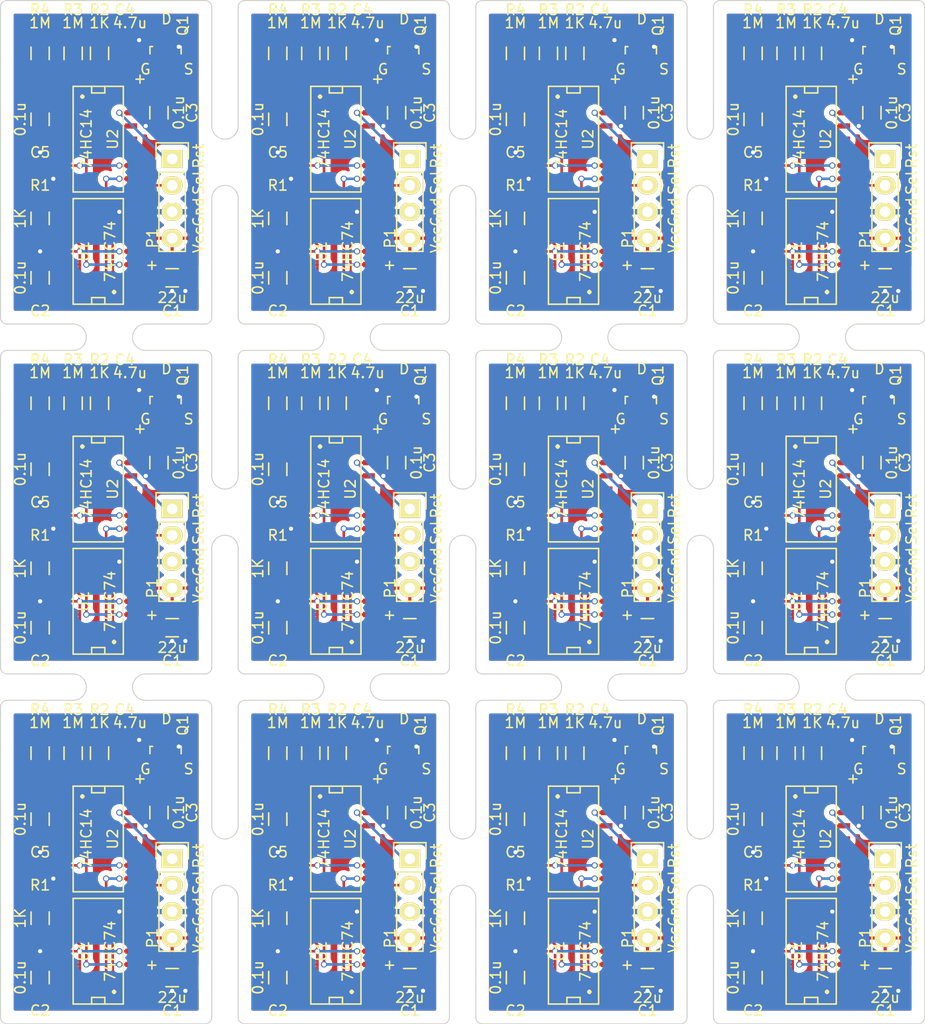
<source format=kicad_pcb>
(kicad_pcb (version 4) (host pcbnew "(after 2015-may-25 BZR unknown)-product")
  (layers (0 F.Cu signal) (31 B.Cu signal) (34 B.Paste user) (35 F.Paste user) (36 B.SilkS user) (37 F.SilkS user) (38 B.Mask user) (39 F.Mask user) (44 Edge.Cuts user))
  (net 0 "")
  (net 1 VCC)
  (net 2 GND)
  (net 3 "Net-(C4-Pad1)")
  (net 4 "Net-(C5-Pad1)")
  (net 5 //RESET)
  (net 6 /SELECT)
  (net 7 "Net-(Q1-Pad3)")
  (net 8 /P_UP)
  (net 9 "Net-(U1-Pad1)")
  (net 10 "Net-(U1-Pad2)")
  (net 11 "Net-(U1-Pad3)")
  (net 12 "Net-(U1-Pad8)")
  (net 13 "Net-(U1-Pad9)")
  (net 14 "Net-(U2-Pad2)")
  (net 15 "Net-(U2-Pad6)")
  (net 16 "Net-(U2-Pad11)")
  (net 17 "Net-(Q1-Pad1)")
  (module FF:mousebite (layer F.Cu) (at 126.0475 89.535 180)
    (fp_text reference "" (at 0 0 180) (layer F.SilkS))
    (fp_text value "" (at 0 0 180) (layer F.SilkS))
    (pad "" np_thru_hole circle (at -2 -1.2 180) (size 0.5 0.5) (drill 0.5) (layers *.Cu *.Mask))
    (pad "" np_thru_hole circle (at -2 1.2 180) (size 0.5 0.5) (drill 0.5) (layers *.Cu *.Mask))
    (pad "" np_thru_hole circle (at -1 -1.2 180) (size 0.5 0.5) (drill 0.5) (layers *.Cu *.Mask))
    (pad "" np_thru_hole circle (at -1 1.2 180) (size 0.5 0.5) (drill 0.5) (layers *.Cu *.Mask))
    (pad "" np_thru_hole circle (at 0 -1.2 180) (size 0.5 0.5) (drill 0.5) (layers *.Cu *.Mask))
    (pad "" np_thru_hole circle (at 0 1.2 180) (size 0.5 0.5) (drill 0.5) (layers *.Cu *.Mask))
    (pad "" np_thru_hole circle (at 1 -1.2 180) (size 0.5 0.5) (drill 0.5) (layers *.Cu *.Mask))
    (pad "" np_thru_hole circle (at 1 1.2 180) (size 0.5 0.5) (drill 0.5) (layers *.Cu *.Mask))
    (pad "" np_thru_hole circle (at 2 -1.2 180) (size 0.5 0.5) (drill 0.5) (layers *.Cu *.Mask))
    (pad "" np_thru_hole circle (at 2 1.2 180) (size 0.5 0.5) (drill 0.5) (layers *.Cu *.Mask))
  )
  (module FF:mousebite (layer F.Cu) (at 148.9075 89.535 180)
    (fp_text reference "" (at 0 0 180) (layer F.SilkS))
    (fp_text value "" (at 0 0 180) (layer F.SilkS))
    (pad "" np_thru_hole circle (at -2 -1.2 180) (size 0.5 0.5) (drill 0.5) (layers *.Cu *.Mask))
    (pad "" np_thru_hole circle (at -2 1.2 180) (size 0.5 0.5) (drill 0.5) (layers *.Cu *.Mask))
    (pad "" np_thru_hole circle (at -1 -1.2 180) (size 0.5 0.5) (drill 0.5) (layers *.Cu *.Mask))
    (pad "" np_thru_hole circle (at -1 1.2 180) (size 0.5 0.5) (drill 0.5) (layers *.Cu *.Mask))
    (pad "" np_thru_hole circle (at 0 -1.2 180) (size 0.5 0.5) (drill 0.5) (layers *.Cu *.Mask))
    (pad "" np_thru_hole circle (at 0 1.2 180) (size 0.5 0.5) (drill 0.5) (layers *.Cu *.Mask))
    (pad "" np_thru_hole circle (at 1 -1.2 180) (size 0.5 0.5) (drill 0.5) (layers *.Cu *.Mask))
    (pad "" np_thru_hole circle (at 1 1.2 180) (size 0.5 0.5) (drill 0.5) (layers *.Cu *.Mask))
    (pad "" np_thru_hole circle (at 2 -1.2 180) (size 0.5 0.5) (drill 0.5) (layers *.Cu *.Mask))
    (pad "" np_thru_hole circle (at 2 1.2 180) (size 0.5 0.5) (drill 0.5) (layers *.Cu *.Mask))
  )
  (module FF:mousebite (layer F.Cu) (at 171.7675 89.535 180)
    (fp_text reference "" (at 0 0 180) (layer F.SilkS))
    (fp_text value "" (at 0 0 180) (layer F.SilkS))
    (pad "" np_thru_hole circle (at -2 -1.2 180) (size 0.5 0.5) (drill 0.5) (layers *.Cu *.Mask))
    (pad "" np_thru_hole circle (at -2 1.2 180) (size 0.5 0.5) (drill 0.5) (layers *.Cu *.Mask))
    (pad "" np_thru_hole circle (at -1 -1.2 180) (size 0.5 0.5) (drill 0.5) (layers *.Cu *.Mask))
    (pad "" np_thru_hole circle (at -1 1.2 180) (size 0.5 0.5) (drill 0.5) (layers *.Cu *.Mask))
    (pad "" np_thru_hole circle (at 0 -1.2 180) (size 0.5 0.5) (drill 0.5) (layers *.Cu *.Mask))
    (pad "" np_thru_hole circle (at 0 1.2 180) (size 0.5 0.5) (drill 0.5) (layers *.Cu *.Mask))
    (pad "" np_thru_hole circle (at 1 -1.2 180) (size 0.5 0.5) (drill 0.5) (layers *.Cu *.Mask))
    (pad "" np_thru_hole circle (at 1 1.2 180) (size 0.5 0.5) (drill 0.5) (layers *.Cu *.Mask))
    (pad "" np_thru_hole circle (at 2 -1.2 180) (size 0.5 0.5) (drill 0.5) (layers *.Cu *.Mask))
    (pad "" np_thru_hole circle (at 2 1.2 180) (size 0.5 0.5) (drill 0.5) (layers *.Cu *.Mask))
  )
  (module FF:mousebite (layer F.Cu) (at 171.7675 123.19 180)
    (fp_text reference "" (at 0 0 180) (layer F.SilkS))
    (fp_text value "" (at 0 0 180) (layer F.SilkS))
    (pad "" np_thru_hole circle (at -2 -1.2 180) (size 0.5 0.5) (drill 0.5) (layers *.Cu *.Mask))
    (pad "" np_thru_hole circle (at -2 1.2 180) (size 0.5 0.5) (drill 0.5) (layers *.Cu *.Mask))
    (pad "" np_thru_hole circle (at -1 -1.2 180) (size 0.5 0.5) (drill 0.5) (layers *.Cu *.Mask))
    (pad "" np_thru_hole circle (at -1 1.2 180) (size 0.5 0.5) (drill 0.5) (layers *.Cu *.Mask))
    (pad "" np_thru_hole circle (at 0 -1.2 180) (size 0.5 0.5) (drill 0.5) (layers *.Cu *.Mask))
    (pad "" np_thru_hole circle (at 0 1.2 180) (size 0.5 0.5) (drill 0.5) (layers *.Cu *.Mask))
    (pad "" np_thru_hole circle (at 1 -1.2 180) (size 0.5 0.5) (drill 0.5) (layers *.Cu *.Mask))
    (pad "" np_thru_hole circle (at 1 1.2 180) (size 0.5 0.5) (drill 0.5) (layers *.Cu *.Mask))
    (pad "" np_thru_hole circle (at 2 -1.2 180) (size 0.5 0.5) (drill 0.5) (layers *.Cu *.Mask))
    (pad "" np_thru_hole circle (at 2 1.2 180) (size 0.5 0.5) (drill 0.5) (layers *.Cu *.Mask))
  )
  (module FF:mousebite (layer F.Cu) (at 148.9075 123.19 180)
    (fp_text reference "" (at 0 0 180) (layer F.SilkS))
    (fp_text value "" (at 0 0 180) (layer F.SilkS))
    (pad "" np_thru_hole circle (at -2 -1.2 180) (size 0.5 0.5) (drill 0.5) (layers *.Cu *.Mask))
    (pad "" np_thru_hole circle (at -2 1.2 180) (size 0.5 0.5) (drill 0.5) (layers *.Cu *.Mask))
    (pad "" np_thru_hole circle (at -1 -1.2 180) (size 0.5 0.5) (drill 0.5) (layers *.Cu *.Mask))
    (pad "" np_thru_hole circle (at -1 1.2 180) (size 0.5 0.5) (drill 0.5) (layers *.Cu *.Mask))
    (pad "" np_thru_hole circle (at 0 -1.2 180) (size 0.5 0.5) (drill 0.5) (layers *.Cu *.Mask))
    (pad "" np_thru_hole circle (at 0 1.2 180) (size 0.5 0.5) (drill 0.5) (layers *.Cu *.Mask))
    (pad "" np_thru_hole circle (at 1 -1.2 180) (size 0.5 0.5) (drill 0.5) (layers *.Cu *.Mask))
    (pad "" np_thru_hole circle (at 1 1.2 180) (size 0.5 0.5) (drill 0.5) (layers *.Cu *.Mask))
    (pad "" np_thru_hole circle (at 2 -1.2 180) (size 0.5 0.5) (drill 0.5) (layers *.Cu *.Mask))
    (pad "" np_thru_hole circle (at 2 1.2 180) (size 0.5 0.5) (drill 0.5) (layers *.Cu *.Mask))
  )
  (module FF:mousebite (layer F.Cu) (at 126.0475 123.19 180)
    (fp_text reference "" (at 0 0 180) (layer F.SilkS))
    (fp_text value "" (at 0 0 180) (layer F.SilkS))
    (pad "" np_thru_hole circle (at -2 -1.2 180) (size 0.5 0.5) (drill 0.5) (layers *.Cu *.Mask))
    (pad "" np_thru_hole circle (at -2 1.2 180) (size 0.5 0.5) (drill 0.5) (layers *.Cu *.Mask))
    (pad "" np_thru_hole circle (at -1 -1.2 180) (size 0.5 0.5) (drill 0.5) (layers *.Cu *.Mask))
    (pad "" np_thru_hole circle (at -1 1.2 180) (size 0.5 0.5) (drill 0.5) (layers *.Cu *.Mask))
    (pad "" np_thru_hole circle (at 0 -1.2 180) (size 0.5 0.5) (drill 0.5) (layers *.Cu *.Mask))
    (pad "" np_thru_hole circle (at 0 1.2 180) (size 0.5 0.5) (drill 0.5) (layers *.Cu *.Mask))
    (pad "" np_thru_hole circle (at 1 -1.2 180) (size 0.5 0.5) (drill 0.5) (layers *.Cu *.Mask))
    (pad "" np_thru_hole circle (at 1 1.2 180) (size 0.5 0.5) (drill 0.5) (layers *.Cu *.Mask))
    (pad "" np_thru_hole circle (at 2 -1.2 180) (size 0.5 0.5) (drill 0.5) (layers *.Cu *.Mask))
    (pad "" np_thru_hole circle (at 2 1.2 180) (size 0.5 0.5) (drill 0.5) (layers *.Cu *.Mask))
  )
  (module FF:mousebite (layer F.Cu) (at 103.1875 123.19 180)
    (fp_text reference "" (at 0 0 180) (layer F.SilkS))
    (fp_text value "" (at 0 0 180) (layer F.SilkS))
    (pad "" np_thru_hole circle (at -2 -1.2 180) (size 0.5 0.5) (drill 0.5) (layers *.Cu *.Mask))
    (pad "" np_thru_hole circle (at -2 1.2 180) (size 0.5 0.5) (drill 0.5) (layers *.Cu *.Mask))
    (pad "" np_thru_hole circle (at -1 -1.2 180) (size 0.5 0.5) (drill 0.5) (layers *.Cu *.Mask))
    (pad "" np_thru_hole circle (at -1 1.2 180) (size 0.5 0.5) (drill 0.5) (layers *.Cu *.Mask))
    (pad "" np_thru_hole circle (at 0 -1.2 180) (size 0.5 0.5) (drill 0.5) (layers *.Cu *.Mask))
    (pad "" np_thru_hole circle (at 0 1.2 180) (size 0.5 0.5) (drill 0.5) (layers *.Cu *.Mask))
    (pad "" np_thru_hole circle (at 1 -1.2 180) (size 0.5 0.5) (drill 0.5) (layers *.Cu *.Mask))
    (pad "" np_thru_hole circle (at 1 1.2 180) (size 0.5 0.5) (drill 0.5) (layers *.Cu *.Mask))
    (pad "" np_thru_hole circle (at 2 -1.2 180) (size 0.5 0.5) (drill 0.5) (layers *.Cu *.Mask))
    (pad "" np_thru_hole circle (at 2 1.2 180) (size 0.5 0.5) (drill 0.5) (layers *.Cu *.Mask))
  )
  (module FF:mousebite (layer F.Cu) (at 160.02 106.3625 90)
    (fp_text reference "" (at 0 0 90) (layer F.SilkS))
    (fp_text value "" (at 0 0 90) (layer F.SilkS))
    (pad "" np_thru_hole circle (at -2 -1.2 90) (size 0.5 0.5) (drill 0.5) (layers *.Cu *.Mask))
    (pad "" np_thru_hole circle (at -2 1.2 90) (size 0.5 0.5) (drill 0.5) (layers *.Cu *.Mask))
    (pad "" np_thru_hole circle (at -1 -1.2 90) (size 0.5 0.5) (drill 0.5) (layers *.Cu *.Mask))
    (pad "" np_thru_hole circle (at -1 1.2 90) (size 0.5 0.5) (drill 0.5) (layers *.Cu *.Mask))
    (pad "" np_thru_hole circle (at 0 -1.2 90) (size 0.5 0.5) (drill 0.5) (layers *.Cu *.Mask))
    (pad "" np_thru_hole circle (at 0 1.2 90) (size 0.5 0.5) (drill 0.5) (layers *.Cu *.Mask))
    (pad "" np_thru_hole circle (at 1 -1.2 90) (size 0.5 0.5) (drill 0.5) (layers *.Cu *.Mask))
    (pad "" np_thru_hole circle (at 1 1.2 90) (size 0.5 0.5) (drill 0.5) (layers *.Cu *.Mask))
    (pad "" np_thru_hole circle (at 2 -1.2 90) (size 0.5 0.5) (drill 0.5) (layers *.Cu *.Mask))
    (pad "" np_thru_hole circle (at 2 1.2 90) (size 0.5 0.5) (drill 0.5) (layers *.Cu *.Mask))
  )
  (module FF:mousebite (layer F.Cu) (at 137.16 72.7075 90)
    (fp_text reference "" (at 0 0 90) (layer F.SilkS))
    (fp_text value "" (at 0 0 90) (layer F.SilkS))
    (pad "" np_thru_hole circle (at -2 -1.2 90) (size 0.5 0.5) (drill 0.5) (layers *.Cu *.Mask))
    (pad "" np_thru_hole circle (at -2 1.2 90) (size 0.5 0.5) (drill 0.5) (layers *.Cu *.Mask))
    (pad "" np_thru_hole circle (at -1 -1.2 90) (size 0.5 0.5) (drill 0.5) (layers *.Cu *.Mask))
    (pad "" np_thru_hole circle (at -1 1.2 90) (size 0.5 0.5) (drill 0.5) (layers *.Cu *.Mask))
    (pad "" np_thru_hole circle (at 0 -1.2 90) (size 0.5 0.5) (drill 0.5) (layers *.Cu *.Mask))
    (pad "" np_thru_hole circle (at 0 1.2 90) (size 0.5 0.5) (drill 0.5) (layers *.Cu *.Mask))
    (pad "" np_thru_hole circle (at 1 -1.2 90) (size 0.5 0.5) (drill 0.5) (layers *.Cu *.Mask))
    (pad "" np_thru_hole circle (at 1 1.2 90) (size 0.5 0.5) (drill 0.5) (layers *.Cu *.Mask))
    (pad "" np_thru_hole circle (at 2 -1.2 90) (size 0.5 0.5) (drill 0.5) (layers *.Cu *.Mask))
    (pad "" np_thru_hole circle (at 2 1.2 90) (size 0.5 0.5) (drill 0.5) (layers *.Cu *.Mask))
  )
  (module FF:mousebite (layer F.Cu) (at 137.16 106.3625 90)
    (fp_text reference "" (at 0 0 90) (layer F.SilkS))
    (fp_text value "" (at 0 0 90) (layer F.SilkS))
    (pad "" np_thru_hole circle (at -2 -1.2 90) (size 0.5 0.5) (drill 0.5) (layers *.Cu *.Mask))
    (pad "" np_thru_hole circle (at -2 1.2 90) (size 0.5 0.5) (drill 0.5) (layers *.Cu *.Mask))
    (pad "" np_thru_hole circle (at -1 -1.2 90) (size 0.5 0.5) (drill 0.5) (layers *.Cu *.Mask))
    (pad "" np_thru_hole circle (at -1 1.2 90) (size 0.5 0.5) (drill 0.5) (layers *.Cu *.Mask))
    (pad "" np_thru_hole circle (at 0 -1.2 90) (size 0.5 0.5) (drill 0.5) (layers *.Cu *.Mask))
    (pad "" np_thru_hole circle (at 0 1.2 90) (size 0.5 0.5) (drill 0.5) (layers *.Cu *.Mask))
    (pad "" np_thru_hole circle (at 1 -1.2 90) (size 0.5 0.5) (drill 0.5) (layers *.Cu *.Mask))
    (pad "" np_thru_hole circle (at 1 1.2 90) (size 0.5 0.5) (drill 0.5) (layers *.Cu *.Mask))
    (pad "" np_thru_hole circle (at 2 -1.2 90) (size 0.5 0.5) (drill 0.5) (layers *.Cu *.Mask))
    (pad "" np_thru_hole circle (at 2 1.2 90) (size 0.5 0.5) (drill 0.5) (layers *.Cu *.Mask))
  )
  (module FF:mousebite (layer F.Cu) (at 114.3 72.7075 90)
    (fp_text reference "" (at 0 0 90) (layer F.SilkS))
    (fp_text value "" (at 0 0 90) (layer F.SilkS))
    (pad "" np_thru_hole circle (at -2 -1.2 90) (size 0.5 0.5) (drill 0.5) (layers *.Cu *.Mask))
    (pad "" np_thru_hole circle (at -2 1.2 90) (size 0.5 0.5) (drill 0.5) (layers *.Cu *.Mask))
    (pad "" np_thru_hole circle (at -1 -1.2 90) (size 0.5 0.5) (drill 0.5) (layers *.Cu *.Mask))
    (pad "" np_thru_hole circle (at -1 1.2 90) (size 0.5 0.5) (drill 0.5) (layers *.Cu *.Mask))
    (pad "" np_thru_hole circle (at 0 -1.2 90) (size 0.5 0.5) (drill 0.5) (layers *.Cu *.Mask))
    (pad "" np_thru_hole circle (at 0 1.2 90) (size 0.5 0.5) (drill 0.5) (layers *.Cu *.Mask))
    (pad "" np_thru_hole circle (at 1 -1.2 90) (size 0.5 0.5) (drill 0.5) (layers *.Cu *.Mask))
    (pad "" np_thru_hole circle (at 1 1.2 90) (size 0.5 0.5) (drill 0.5) (layers *.Cu *.Mask))
    (pad "" np_thru_hole circle (at 2 -1.2 90) (size 0.5 0.5) (drill 0.5) (layers *.Cu *.Mask))
    (pad "" np_thru_hole circle (at 2 1.2 90) (size 0.5 0.5) (drill 0.5) (layers *.Cu *.Mask))
  )
  (module FF:mousebite (layer F.Cu) (at 114.3 106.3625 90)
    (fp_text reference "" (at 0 0 90) (layer F.SilkS))
    (fp_text value "" (at 0 0 90) (layer F.SilkS))
    (pad "" np_thru_hole circle (at -2 -1.2 90) (size 0.5 0.5) (drill 0.5) (layers *.Cu *.Mask))
    (pad "" np_thru_hole circle (at -2 1.2 90) (size 0.5 0.5) (drill 0.5) (layers *.Cu *.Mask))
    (pad "" np_thru_hole circle (at -1 -1.2 90) (size 0.5 0.5) (drill 0.5) (layers *.Cu *.Mask))
    (pad "" np_thru_hole circle (at -1 1.2 90) (size 0.5 0.5) (drill 0.5) (layers *.Cu *.Mask))
    (pad "" np_thru_hole circle (at 0 -1.2 90) (size 0.5 0.5) (drill 0.5) (layers *.Cu *.Mask))
    (pad "" np_thru_hole circle (at 0 1.2 90) (size 0.5 0.5) (drill 0.5) (layers *.Cu *.Mask))
    (pad "" np_thru_hole circle (at 1 -1.2 90) (size 0.5 0.5) (drill 0.5) (layers *.Cu *.Mask))
    (pad "" np_thru_hole circle (at 1 1.2 90) (size 0.5 0.5) (drill 0.5) (layers *.Cu *.Mask))
    (pad "" np_thru_hole circle (at 2 -1.2 90) (size 0.5 0.5) (drill 0.5) (layers *.Cu *.Mask))
    (pad "" np_thru_hole circle (at 2 1.2 90) (size 0.5 0.5) (drill 0.5) (layers *.Cu *.Mask))
  )
  (module FF:mousebite (layer F.Cu) (at 160.02 140.0175 90)
    (fp_text reference "" (at 0 0 90) (layer F.SilkS))
    (fp_text value "" (at 0 0 90) (layer F.SilkS))
    (pad "" np_thru_hole circle (at -2 -1.2 90) (size 0.5 0.5) (drill 0.5) (layers *.Cu *.Mask))
    (pad "" np_thru_hole circle (at -2 1.2 90) (size 0.5 0.5) (drill 0.5) (layers *.Cu *.Mask))
    (pad "" np_thru_hole circle (at -1 -1.2 90) (size 0.5 0.5) (drill 0.5) (layers *.Cu *.Mask))
    (pad "" np_thru_hole circle (at -1 1.2 90) (size 0.5 0.5) (drill 0.5) (layers *.Cu *.Mask))
    (pad "" np_thru_hole circle (at 0 -1.2 90) (size 0.5 0.5) (drill 0.5) (layers *.Cu *.Mask))
    (pad "" np_thru_hole circle (at 0 1.2 90) (size 0.5 0.5) (drill 0.5) (layers *.Cu *.Mask))
    (pad "" np_thru_hole circle (at 1 -1.2 90) (size 0.5 0.5) (drill 0.5) (layers *.Cu *.Mask))
    (pad "" np_thru_hole circle (at 1 1.2 90) (size 0.5 0.5) (drill 0.5) (layers *.Cu *.Mask))
    (pad "" np_thru_hole circle (at 2 -1.2 90) (size 0.5 0.5) (drill 0.5) (layers *.Cu *.Mask))
    (pad "" np_thru_hole circle (at 2 1.2 90) (size 0.5 0.5) (drill 0.5) (layers *.Cu *.Mask))
  )
  (module FF:mousebite (layer F.Cu) (at 137.16 140.0175 90)
    (fp_text reference "" (at 0 0 90) (layer F.SilkS))
    (fp_text value "" (at 0 0 90) (layer F.SilkS))
    (pad "" np_thru_hole circle (at -2 -1.2 90) (size 0.5 0.5) (drill 0.5) (layers *.Cu *.Mask))
    (pad "" np_thru_hole circle (at -2 1.2 90) (size 0.5 0.5) (drill 0.5) (layers *.Cu *.Mask))
    (pad "" np_thru_hole circle (at -1 -1.2 90) (size 0.5 0.5) (drill 0.5) (layers *.Cu *.Mask))
    (pad "" np_thru_hole circle (at -1 1.2 90) (size 0.5 0.5) (drill 0.5) (layers *.Cu *.Mask))
    (pad "" np_thru_hole circle (at 0 -1.2 90) (size 0.5 0.5) (drill 0.5) (layers *.Cu *.Mask))
    (pad "" np_thru_hole circle (at 0 1.2 90) (size 0.5 0.5) (drill 0.5) (layers *.Cu *.Mask))
    (pad "" np_thru_hole circle (at 1 -1.2 90) (size 0.5 0.5) (drill 0.5) (layers *.Cu *.Mask))
    (pad "" np_thru_hole circle (at 1 1.2 90) (size 0.5 0.5) (drill 0.5) (layers *.Cu *.Mask))
    (pad "" np_thru_hole circle (at 2 -1.2 90) (size 0.5 0.5) (drill 0.5) (layers *.Cu *.Mask))
    (pad "" np_thru_hole circle (at 2 1.2 90) (size 0.5 0.5) (drill 0.5) (layers *.Cu *.Mask))
  )
  (module FF:mousebite (layer F.Cu) (at 114.3 140.0175 90)
    (fp_text reference "" (at 0 0 90) (layer F.SilkS))
    (fp_text value "" (at 0 0 90) (layer F.SilkS))
    (pad "" np_thru_hole circle (at -2 -1.2 90) (size 0.5 0.5) (drill 0.5) (layers *.Cu *.Mask))
    (pad "" np_thru_hole circle (at -2 1.2 90) (size 0.5 0.5) (drill 0.5) (layers *.Cu *.Mask))
    (pad "" np_thru_hole circle (at -1 -1.2 90) (size 0.5 0.5) (drill 0.5) (layers *.Cu *.Mask))
    (pad "" np_thru_hole circle (at -1 1.2 90) (size 0.5 0.5) (drill 0.5) (layers *.Cu *.Mask))
    (pad "" np_thru_hole circle (at 0 -1.2 90) (size 0.5 0.5) (drill 0.5) (layers *.Cu *.Mask))
    (pad "" np_thru_hole circle (at 0 1.2 90) (size 0.5 0.5) (drill 0.5) (layers *.Cu *.Mask))
    (pad "" np_thru_hole circle (at 1 -1.2 90) (size 0.5 0.5) (drill 0.5) (layers *.Cu *.Mask))
    (pad "" np_thru_hole circle (at 1 1.2 90) (size 0.5 0.5) (drill 0.5) (layers *.Cu *.Mask))
    (pad "" np_thru_hole circle (at 2 -1.2 90) (size 0.5 0.5) (drill 0.5) (layers *.Cu *.Mask))
    (pad "" np_thru_hole circle (at 2 1.2 90) (size 0.5 0.5) (drill 0.5) (layers *.Cu *.Mask))
  )
  (module FF:mousebite (layer F.Cu) (at 103.1875 89.535 180)
    (fp_text reference "" (at 0 0 180) (layer F.SilkS))
    (fp_text value "" (at 0 0 180) (layer F.SilkS))
    (pad "" np_thru_hole circle (at -2 -1.2 180) (size 0.5 0.5) (drill 0.5) (layers *.Cu *.Mask))
    (pad "" np_thru_hole circle (at -2 1.2 180) (size 0.5 0.5) (drill 0.5) (layers *.Cu *.Mask))
    (pad "" np_thru_hole circle (at -1 -1.2 180) (size 0.5 0.5) (drill 0.5) (layers *.Cu *.Mask))
    (pad "" np_thru_hole circle (at -1 1.2 180) (size 0.5 0.5) (drill 0.5) (layers *.Cu *.Mask))
    (pad "" np_thru_hole circle (at 0 -1.2 180) (size 0.5 0.5) (drill 0.5) (layers *.Cu *.Mask))
    (pad "" np_thru_hole circle (at 0 1.2 180) (size 0.5 0.5) (drill 0.5) (layers *.Cu *.Mask))
    (pad "" np_thru_hole circle (at 1 -1.2 180) (size 0.5 0.5) (drill 0.5) (layers *.Cu *.Mask))
    (pad "" np_thru_hole circle (at 1 1.2 180) (size 0.5 0.5) (drill 0.5) (layers *.Cu *.Mask))
    (pad "" np_thru_hole circle (at 2 -1.2 180) (size 0.5 0.5) (drill 0.5) (layers *.Cu *.Mask))
    (pad "" np_thru_hole circle (at 2 1.2 180) (size 0.5 0.5) (drill 0.5) (layers *.Cu *.Mask))
  )
  (module FF:TantalC_SizeR_EIA-2012 (layer F.Cu) (at 173.355 129.667 270)
    (fp_text reference C4 (at -4.318 0.127 360) (layer F.SilkS))
    (fp_text value 4.7u (at -3.048 -0.381 360) (layer F.SilkS))
    (pad 1 smd rect (at 1.17602 0 270) (size 1.5494 1.80086) (layers F.Cu F.Paste F.Mask) (net 3 "Net-(C4-Pad1)"))
    (pad 2 smd rect (at -1.17602 0 270) (size 1.5494 1.80086) (layers F.Cu F.Paste F.Mask) (net 2 GND))
  )
  (module Resistors_SMD:R_0805_HandSoldering (layer F.Cu) (at 177.8 151.13)
    (fp_text reference C1 (at 0 3.175) (layer F.SilkS))
    (fp_text value 22u (at 0 1.905) (layer F.SilkS))
    (pad 1 smd rect (at -1.35 0) (size 1.5 1.3) (layers F.Cu F.Paste F.Mask) (net 1 VCC))
    (pad 2 smd rect (at 1.35 0) (size 1.5 1.3) (layers F.Cu F.Paste F.Mask) (net 2 GND))
  )
  (module Resistors_SMD:R_0805_HandSoldering (layer F.Cu) (at 165.1 151.13 90)
    (fp_text reference C2 (at -3.175 0 180) (layer F.SilkS))
    (fp_text value 0.1u (at 0 -1.905 90) (layer F.SilkS))
    (pad 1 smd rect (at -1.35 0 90) (size 1.5 1.3) (layers F.Cu F.Paste F.Mask) (net 1 VCC))
    (pad 2 smd rect (at 1.35 0 90) (size 1.5 1.3) (layers F.Cu F.Paste F.Mask) (net 2 GND))
  )
  (module Resistors_SMD:R_0805_HandSoldering (layer F.Cu) (at 176.53 135.255 270)
    (fp_text reference C3 (at 0 -3.175 270) (layer F.SilkS))
    (fp_text value 0.1u (at 0 -1.905 270) (layer F.SilkS))
    (pad 1 smd rect (at -1.35 0 270) (size 1.5 1.3) (layers F.Cu F.Paste F.Mask) (net 1 VCC))
    (pad 2 smd rect (at 1.35 0 270) (size 1.5 1.3) (layers F.Cu F.Paste F.Mask) (net 2 GND))
  )
  (module Resistors_SMD:R_0805_HandSoldering (layer F.Cu) (at 165.1 135.89 270)
    (fp_text reference C5 (at 3.175 0 360) (layer F.SilkS))
    (fp_text value 0.1u (at 0 1.905 270) (layer F.SilkS))
    (pad 1 smd rect (at -1.35 0 270) (size 1.5 1.3) (layers F.Cu F.Paste F.Mask) (net 4 "Net-(C5-Pad1)"))
    (pad 2 smd rect (at 1.35 0 270) (size 1.5 1.3) (layers F.Cu F.Paste F.Mask) (net 2 GND))
  )
  (module SMD_Packages:SOIC-14_N (layer F.Cu) (at 170.815 137.795 270)
    (fp_text reference U2 (at 0 -1.27 270) (layer F.SilkS))
    (fp_text value 74HC14 (at 0 1.27 270) (layer F.SilkS))
    (pad 1 smd rect (at -3.81 3.302 270) (size 0.508 1.143) (layers F.Cu F.Paste F.Mask) (net 3 "Net-(C4-Pad1)"))
    (pad 2 smd rect (at -2.54 3.302 270) (size 0.508 1.143) (layers F.Cu F.Paste F.Mask) (net 14 "Net-(U2-Pad2)"))
    (pad 3 smd rect (at -1.27 3.302 270) (size 0.508 1.143) (layers F.Cu F.Paste F.Mask) (net 14 "Net-(U2-Pad2)"))
    (pad 4 smd rect (at 0 3.302 270) (size 0.508 1.143) (layers F.Cu F.Paste F.Mask) (net 11 "Net-(U1-Pad3)"))
    (pad 5 smd rect (at 1.27 3.302 270) (size 0.508 1.143) (layers F.Cu F.Paste F.Mask) (net 4 "Net-(C5-Pad1)"))
    (pad 6 smd rect (at 2.54 3.302 270) (size 0.508 1.143) (layers F.Cu F.Paste F.Mask) (net 15 "Net-(U2-Pad6)"))
    (pad 7 smd rect (at 3.81 3.302 270) (size 0.508 1.143) (layers F.Cu F.Paste F.Mask) (net 2 GND))
    (pad 8 smd rect (at 3.81 -3.048 270) (size 0.508 1.143) (layers F.Cu F.Paste F.Mask) (net 9 "Net-(U1-Pad1)"))
    (pad 9 smd rect (at 2.54 -3.048 270) (size 0.508 1.143) (layers F.Cu F.Paste F.Mask) (net 15 "Net-(U2-Pad6)"))
    (pad 11 smd rect (at 0 -3.048 270) (size 0.508 1.143) (layers F.Cu F.Paste F.Mask) (net 16 "Net-(U2-Pad11)"))
    (pad 12 smd rect (at -1.27 -3.048 270) (size 0.508 1.143) (layers F.Cu F.Paste F.Mask) (net 16 "Net-(U2-Pad11)"))
    (pad 13 smd rect (at -2.54 -3.048 270) (size 0.508 1.143) (layers F.Cu F.Paste F.Mask) (net 5 //RESET))
    (pad 14 smd rect (at -3.81 -3.048 270) (size 0.508 1.143) (layers F.Cu F.Paste F.Mask) (net 1 VCC))
    (pad 10 smd rect (at 1.27 -3.048 270) (size 0.508 1.143) (layers F.Cu F.Paste F.Mask) (net 17 "Net-(Q1-Pad1)"))
  )
  (module SMD_Packages:SOIC-14_N (layer F.Cu) (at 170.561 148.59 90)
    (fp_text reference U1 (at 0 -1.27 90) (layer F.SilkS))
    (fp_text value 74HC74 (at 0 1.27 90) (layer F.SilkS))
    (pad 1 smd rect (at -3.81 3.302 90) (size 0.508 1.143) (layers F.Cu F.Paste F.Mask) (net 9 "Net-(U1-Pad1)"))
    (pad 2 smd rect (at -2.54 3.302 90) (size 0.508 1.143) (layers F.Cu F.Paste F.Mask) (net 10 "Net-(U1-Pad2)"))
    (pad 3 smd rect (at -1.27 3.302 90) (size 0.508 1.143) (layers F.Cu F.Paste F.Mask) (net 11 "Net-(U1-Pad3)"))
    (pad 4 smd rect (at 0 3.302 90) (size 0.508 1.143) (layers F.Cu F.Paste F.Mask) (net 8 /P_UP))
    (pad 5 smd rect (at 1.27 3.302 90) (size 0.508 1.143) (layers F.Cu F.Paste F.Mask) (net 6 /SELECT))
    (pad 6 smd rect (at 2.54 3.302 90) (size 0.508 1.143) (layers F.Cu F.Paste F.Mask) (net 10 "Net-(U1-Pad2)"))
    (pad 7 smd rect (at 3.81 3.302 90) (size 0.508 1.143) (layers F.Cu F.Paste F.Mask) (net 2 GND))
    (pad 8 smd rect (at 3.81 -3.048 90) (size 0.508 1.143) (layers F.Cu F.Paste F.Mask) (net 12 "Net-(U1-Pad8)"))
    (pad 9 smd rect (at 2.54 -3.048 90) (size 0.508 1.143) (layers F.Cu F.Paste F.Mask) (net 13 "Net-(U1-Pad9)"))
    (pad 11 smd rect (at 0 -3.048 90) (size 0.508 1.143) (layers F.Cu F.Paste F.Mask) (net 8 /P_UP))
    (pad 12 smd rect (at -1.27 -3.048 90) (size 0.508 1.143) (layers F.Cu F.Paste F.Mask) (net 8 /P_UP))
    (pad 13 smd rect (at -2.54 -3.048 90) (size 0.508 1.143) (layers F.Cu F.Paste F.Mask) (net 8 /P_UP))
    (pad 14 smd rect (at -3.81 -3.048 90) (size 0.508 1.143) (layers F.Cu F.Paste F.Mask) (net 1 VCC))
    (pad 10 smd rect (at 1.27 -3.048 90) (size 0.508 1.143) (layers F.Cu F.Paste F.Mask) (net 8 /P_UP))
  )
  (module Resistors_SMD:R_0805_HandSoldering (layer F.Cu) (at 165.1 129.54 270)
    (fp_text reference R4 (at -4.191 0 360) (layer F.SilkS))
    (fp_text value 1M (at -2.921 0 360) (layer F.SilkS))
    (pad 1 smd rect (at -1.35 0 270) (size 1.5 1.3) (layers F.Cu F.Paste F.Mask) (net 1 VCC))
    (pad 2 smd rect (at 1.35 0 270) (size 1.5 1.3) (layers F.Cu F.Paste F.Mask) (net 4 "Net-(C5-Pad1)"))
  )
  (module Resistors_SMD:R_0805_HandSoldering (layer F.Cu) (at 168.275 129.54 270)
    (fp_text reference R3 (at -4.191 0 360) (layer F.SilkS))
    (fp_text value 1M (at -2.921 0 360) (layer F.SilkS))
    (pad 1 smd rect (at -1.35 0 270) (size 1.5 1.3) (layers F.Cu F.Paste F.Mask) (net 1 VCC))
    (pad 2 smd rect (at 1.35 0 270) (size 1.5 1.3) (layers F.Cu F.Paste F.Mask) (net 3 "Net-(C4-Pad1)"))
  )
  (module Resistors_SMD:R_0805_HandSoldering (layer F.Cu) (at 170.815 129.54 90)
    (fp_text reference R2 (at 4.191 0 180) (layer F.SilkS))
    (fp_text value 1K (at 2.921 0 180) (layer F.SilkS))
    (pad 1 smd rect (at -1.35 0 90) (size 1.5 1.3) (layers F.Cu F.Paste F.Mask) (net 3 "Net-(C4-Pad1)"))
    (pad 2 smd rect (at 1.35 0 90) (size 1.5 1.3) (layers F.Cu F.Paste F.Mask) (net 7 "Net-(Q1-Pad3)"))
  )
  (module Resistors_SMD:R_0805_HandSoldering (layer F.Cu) (at 165.1 145.415 270)
    (fp_text reference R1 (at -3.175 0 360) (layer F.SilkS))
    (fp_text value 1K (at 0 1.905 450) (layer F.SilkS))
    (pad 1 smd rect (at -1.35 0 270) (size 1.5 1.3) (layers F.Cu F.Paste F.Mask) (net 1 VCC))
    (pad 2 smd rect (at 1.35 0 270) (size 1.5 1.3) (layers F.Cu F.Paste F.Mask) (net 8 /P_UP))
  )
  (module TO_SOT_Packages_SMD:SOT-23_Handsoldering (layer F.Cu) (at 177.165 129.54)
    (fp_text reference Q1 (at 1.651 -2.667 90) (layer F.SilkS))
    (fp_text value Q_NMOS_GSD hide)
    (pad 1 smd rect (at -0.95 1.50114) (size 0.8001 1.80086) (layers F.Cu F.Paste F.Mask) (net 17 "Net-(Q1-Pad1)"))
    (pad 2 smd rect (at 0.95 1.50114) (size 0.8001 1.80086) (layers F.Cu F.Paste F.Mask) (net 2 GND))
    (pad 3 smd rect (at 0 -1.50114) (size 0.8001 1.80086) (layers F.Cu F.Paste F.Mask) (net 7 "Net-(Q1-Pad3)"))
  )
  (module Pin_Headers:Pin_Header_Straight_1x04 (layer F.Cu) (at 177.8 139.7)
    (fp_text reference P1 (at -1.905 7.62 90) (layer F.SilkS))
    (fp_text value CONN_01X04 hide)
    (pad 1 thru_hole rect (at 0 0) (size 2.032 1.7272) (drill 1.016) (layers *.Cu *.Mask F.SilkS) (net 5 //RESET))
    (pad 2 thru_hole oval (at 0 2.54) (size 2.032 1.7272) (drill 1.016) (layers *.Cu *.Mask F.SilkS) (net 6 /SELECT))
    (pad 3 thru_hole oval (at 0 5.08) (size 2.032 1.7272) (drill 1.016) (layers *.Cu *.Mask F.SilkS) (net 2 GND))
    (pad 4 thru_hole oval (at 0 7.62) (size 2.032 1.7272) (drill 1.016) (layers *.Cu *.Mask F.SilkS) (net 1 VCC))
  )
  (module Pin_Headers:Pin_Header_Straight_1x04 (layer F.Cu) (at 154.94 139.7)
    (fp_text reference P1 (at -1.905 7.62 90) (layer F.SilkS))
    (fp_text value CONN_01X04 hide)
    (pad 1 thru_hole rect (at 0 0) (size 2.032 1.7272) (drill 1.016) (layers *.Cu *.Mask F.SilkS) (net 5 //RESET))
    (pad 2 thru_hole oval (at 0 2.54) (size 2.032 1.7272) (drill 1.016) (layers *.Cu *.Mask F.SilkS) (net 6 /SELECT))
    (pad 3 thru_hole oval (at 0 5.08) (size 2.032 1.7272) (drill 1.016) (layers *.Cu *.Mask F.SilkS) (net 2 GND))
    (pad 4 thru_hole oval (at 0 7.62) (size 2.032 1.7272) (drill 1.016) (layers *.Cu *.Mask F.SilkS) (net 1 VCC))
  )
  (module TO_SOT_Packages_SMD:SOT-23_Handsoldering (layer F.Cu) (at 154.305 129.54)
    (fp_text reference Q1 (at 1.651 -2.667 90) (layer F.SilkS))
    (fp_text value Q_NMOS_GSD hide)
    (pad 1 smd rect (at -0.95 1.50114) (size 0.8001 1.80086) (layers F.Cu F.Paste F.Mask) (net 17 "Net-(Q1-Pad1)"))
    (pad 2 smd rect (at 0.95 1.50114) (size 0.8001 1.80086) (layers F.Cu F.Paste F.Mask) (net 2 GND))
    (pad 3 smd rect (at 0 -1.50114) (size 0.8001 1.80086) (layers F.Cu F.Paste F.Mask) (net 7 "Net-(Q1-Pad3)"))
  )
  (module Resistors_SMD:R_0805_HandSoldering (layer F.Cu) (at 142.24 145.415 270)
    (fp_text reference R1 (at -3.175 0 360) (layer F.SilkS))
    (fp_text value 1K (at 0 1.905 450) (layer F.SilkS))
    (pad 1 smd rect (at -1.35 0 270) (size 1.5 1.3) (layers F.Cu F.Paste F.Mask) (net 1 VCC))
    (pad 2 smd rect (at 1.35 0 270) (size 1.5 1.3) (layers F.Cu F.Paste F.Mask) (net 8 /P_UP))
  )
  (module Resistors_SMD:R_0805_HandSoldering (layer F.Cu) (at 147.955 129.54 90)
    (fp_text reference R2 (at 4.191 0 180) (layer F.SilkS))
    (fp_text value 1K (at 2.921 0 180) (layer F.SilkS))
    (pad 1 smd rect (at -1.35 0 90) (size 1.5 1.3) (layers F.Cu F.Paste F.Mask) (net 3 "Net-(C4-Pad1)"))
    (pad 2 smd rect (at 1.35 0 90) (size 1.5 1.3) (layers F.Cu F.Paste F.Mask) (net 7 "Net-(Q1-Pad3)"))
  )
  (module Resistors_SMD:R_0805_HandSoldering (layer F.Cu) (at 145.415 129.54 270)
    (fp_text reference R3 (at -4.191 0 360) (layer F.SilkS))
    (fp_text value 1M (at -2.921 0 360) (layer F.SilkS))
    (pad 1 smd rect (at -1.35 0 270) (size 1.5 1.3) (layers F.Cu F.Paste F.Mask) (net 1 VCC))
    (pad 2 smd rect (at 1.35 0 270) (size 1.5 1.3) (layers F.Cu F.Paste F.Mask) (net 3 "Net-(C4-Pad1)"))
  )
  (module Resistors_SMD:R_0805_HandSoldering (layer F.Cu) (at 142.24 129.54 270)
    (fp_text reference R4 (at -4.191 0 360) (layer F.SilkS))
    (fp_text value 1M (at -2.921 0 360) (layer F.SilkS))
    (pad 1 smd rect (at -1.35 0 270) (size 1.5 1.3) (layers F.Cu F.Paste F.Mask) (net 1 VCC))
    (pad 2 smd rect (at 1.35 0 270) (size 1.5 1.3) (layers F.Cu F.Paste F.Mask) (net 4 "Net-(C5-Pad1)"))
  )
  (module SMD_Packages:SOIC-14_N (layer F.Cu) (at 147.701 148.59 90)
    (fp_text reference U1 (at 0 -1.27 90) (layer F.SilkS))
    (fp_text value 74HC74 (at 0 1.27 90) (layer F.SilkS))
    (pad 1 smd rect (at -3.81 3.302 90) (size 0.508 1.143) (layers F.Cu F.Paste F.Mask) (net 9 "Net-(U1-Pad1)"))
    (pad 2 smd rect (at -2.54 3.302 90) (size 0.508 1.143) (layers F.Cu F.Paste F.Mask) (net 10 "Net-(U1-Pad2)"))
    (pad 3 smd rect (at -1.27 3.302 90) (size 0.508 1.143) (layers F.Cu F.Paste F.Mask) (net 11 "Net-(U1-Pad3)"))
    (pad 4 smd rect (at 0 3.302 90) (size 0.508 1.143) (layers F.Cu F.Paste F.Mask) (net 8 /P_UP))
    (pad 5 smd rect (at 1.27 3.302 90) (size 0.508 1.143) (layers F.Cu F.Paste F.Mask) (net 6 /SELECT))
    (pad 6 smd rect (at 2.54 3.302 90) (size 0.508 1.143) (layers F.Cu F.Paste F.Mask) (net 10 "Net-(U1-Pad2)"))
    (pad 7 smd rect (at 3.81 3.302 90) (size 0.508 1.143) (layers F.Cu F.Paste F.Mask) (net 2 GND))
    (pad 8 smd rect (at 3.81 -3.048 90) (size 0.508 1.143) (layers F.Cu F.Paste F.Mask) (net 12 "Net-(U1-Pad8)"))
    (pad 9 smd rect (at 2.54 -3.048 90) (size 0.508 1.143) (layers F.Cu F.Paste F.Mask) (net 13 "Net-(U1-Pad9)"))
    (pad 11 smd rect (at 0 -3.048 90) (size 0.508 1.143) (layers F.Cu F.Paste F.Mask) (net 8 /P_UP))
    (pad 12 smd rect (at -1.27 -3.048 90) (size 0.508 1.143) (layers F.Cu F.Paste F.Mask) (net 8 /P_UP))
    (pad 13 smd rect (at -2.54 -3.048 90) (size 0.508 1.143) (layers F.Cu F.Paste F.Mask) (net 8 /P_UP))
    (pad 14 smd rect (at -3.81 -3.048 90) (size 0.508 1.143) (layers F.Cu F.Paste F.Mask) (net 1 VCC))
    (pad 10 smd rect (at 1.27 -3.048 90) (size 0.508 1.143) (layers F.Cu F.Paste F.Mask) (net 8 /P_UP))
  )
  (module SMD_Packages:SOIC-14_N (layer F.Cu) (at 147.955 137.795 270)
    (fp_text reference U2 (at 0 -1.27 270) (layer F.SilkS))
    (fp_text value 74HC14 (at 0 1.27 270) (layer F.SilkS))
    (pad 1 smd rect (at -3.81 3.302 270) (size 0.508 1.143) (layers F.Cu F.Paste F.Mask) (net 3 "Net-(C4-Pad1)"))
    (pad 2 smd rect (at -2.54 3.302 270) (size 0.508 1.143) (layers F.Cu F.Paste F.Mask) (net 14 "Net-(U2-Pad2)"))
    (pad 3 smd rect (at -1.27 3.302 270) (size 0.508 1.143) (layers F.Cu F.Paste F.Mask) (net 14 "Net-(U2-Pad2)"))
    (pad 4 smd rect (at 0 3.302 270) (size 0.508 1.143) (layers F.Cu F.Paste F.Mask) (net 11 "Net-(U1-Pad3)"))
    (pad 5 smd rect (at 1.27 3.302 270) (size 0.508 1.143) (layers F.Cu F.Paste F.Mask) (net 4 "Net-(C5-Pad1)"))
    (pad 6 smd rect (at 2.54 3.302 270) (size 0.508 1.143) (layers F.Cu F.Paste F.Mask) (net 15 "Net-(U2-Pad6)"))
    (pad 7 smd rect (at 3.81 3.302 270) (size 0.508 1.143) (layers F.Cu F.Paste F.Mask) (net 2 GND))
    (pad 8 smd rect (at 3.81 -3.048 270) (size 0.508 1.143) (layers F.Cu F.Paste F.Mask) (net 9 "Net-(U1-Pad1)"))
    (pad 9 smd rect (at 2.54 -3.048 270) (size 0.508 1.143) (layers F.Cu F.Paste F.Mask) (net 15 "Net-(U2-Pad6)"))
    (pad 11 smd rect (at 0 -3.048 270) (size 0.508 1.143) (layers F.Cu F.Paste F.Mask) (net 16 "Net-(U2-Pad11)"))
    (pad 12 smd rect (at -1.27 -3.048 270) (size 0.508 1.143) (layers F.Cu F.Paste F.Mask) (net 16 "Net-(U2-Pad11)"))
    (pad 13 smd rect (at -2.54 -3.048 270) (size 0.508 1.143) (layers F.Cu F.Paste F.Mask) (net 5 //RESET))
    (pad 14 smd rect (at -3.81 -3.048 270) (size 0.508 1.143) (layers F.Cu F.Paste F.Mask) (net 1 VCC))
    (pad 10 smd rect (at 1.27 -3.048 270) (size 0.508 1.143) (layers F.Cu F.Paste F.Mask) (net 17 "Net-(Q1-Pad1)"))
  )
  (module Resistors_SMD:R_0805_HandSoldering (layer F.Cu) (at 142.24 135.89 270)
    (fp_text reference C5 (at 3.175 0 360) (layer F.SilkS))
    (fp_text value 0.1u (at 0 1.905 270) (layer F.SilkS))
    (pad 1 smd rect (at -1.35 0 270) (size 1.5 1.3) (layers F.Cu F.Paste F.Mask) (net 4 "Net-(C5-Pad1)"))
    (pad 2 smd rect (at 1.35 0 270) (size 1.5 1.3) (layers F.Cu F.Paste F.Mask) (net 2 GND))
  )
  (module Resistors_SMD:R_0805_HandSoldering (layer F.Cu) (at 153.67 135.255 270)
    (fp_text reference C3 (at 0 -3.175 270) (layer F.SilkS))
    (fp_text value 0.1u (at 0 -1.905 270) (layer F.SilkS))
    (pad 1 smd rect (at -1.35 0 270) (size 1.5 1.3) (layers F.Cu F.Paste F.Mask) (net 1 VCC))
    (pad 2 smd rect (at 1.35 0 270) (size 1.5 1.3) (layers F.Cu F.Paste F.Mask) (net 2 GND))
  )
  (module Resistors_SMD:R_0805_HandSoldering (layer F.Cu) (at 142.24 151.13 90)
    (fp_text reference C2 (at -3.175 0 180) (layer F.SilkS))
    (fp_text value 0.1u (at 0 -1.905 90) (layer F.SilkS))
    (pad 1 smd rect (at -1.35 0 90) (size 1.5 1.3) (layers F.Cu F.Paste F.Mask) (net 1 VCC))
    (pad 2 smd rect (at 1.35 0 90) (size 1.5 1.3) (layers F.Cu F.Paste F.Mask) (net 2 GND))
  )
  (module Resistors_SMD:R_0805_HandSoldering (layer F.Cu) (at 154.94 151.13)
    (fp_text reference C1 (at 0 3.175) (layer F.SilkS))
    (fp_text value 22u (at 0 1.905) (layer F.SilkS))
    (pad 1 smd rect (at -1.35 0) (size 1.5 1.3) (layers F.Cu F.Paste F.Mask) (net 1 VCC))
    (pad 2 smd rect (at 1.35 0) (size 1.5 1.3) (layers F.Cu F.Paste F.Mask) (net 2 GND))
  )
  (module FF:TantalC_SizeR_EIA-2012 (layer F.Cu) (at 150.495 129.667 270)
    (fp_text reference C4 (at -4.318 0.127 360) (layer F.SilkS))
    (fp_text value 4.7u (at -3.048 -0.381 360) (layer F.SilkS))
    (pad 1 smd rect (at 1.17602 0 270) (size 1.5494 1.80086) (layers F.Cu F.Paste F.Mask) (net 3 "Net-(C4-Pad1)"))
    (pad 2 smd rect (at -1.17602 0 270) (size 1.5494 1.80086) (layers F.Cu F.Paste F.Mask) (net 2 GND))
  )
  (module FF:TantalC_SizeR_EIA-2012 (layer F.Cu) (at 104.775 129.667 270)
    (fp_text reference C4 (at -4.318 0.127 360) (layer F.SilkS))
    (fp_text value 4.7u (at -3.048 -0.381 360) (layer F.SilkS))
    (pad 1 smd rect (at 1.17602 0 270) (size 1.5494 1.80086) (layers F.Cu F.Paste F.Mask) (net 3 "Net-(C4-Pad1)"))
    (pad 2 smd rect (at -1.17602 0 270) (size 1.5494 1.80086) (layers F.Cu F.Paste F.Mask) (net 2 GND))
  )
  (module Resistors_SMD:R_0805_HandSoldering (layer F.Cu) (at 109.22 151.13)
    (fp_text reference C1 (at 0 3.175) (layer F.SilkS))
    (fp_text value 22u (at 0 1.905) (layer F.SilkS))
    (pad 1 smd rect (at -1.35 0) (size 1.5 1.3) (layers F.Cu F.Paste F.Mask) (net 1 VCC))
    (pad 2 smd rect (at 1.35 0) (size 1.5 1.3) (layers F.Cu F.Paste F.Mask) (net 2 GND))
  )
  (module Resistors_SMD:R_0805_HandSoldering (layer F.Cu) (at 96.52 151.13 90)
    (fp_text reference C2 (at -3.175 0 180) (layer F.SilkS))
    (fp_text value 0.1u (at 0 -1.905 90) (layer F.SilkS))
    (pad 1 smd rect (at -1.35 0 90) (size 1.5 1.3) (layers F.Cu F.Paste F.Mask) (net 1 VCC))
    (pad 2 smd rect (at 1.35 0 90) (size 1.5 1.3) (layers F.Cu F.Paste F.Mask) (net 2 GND))
  )
  (module Resistors_SMD:R_0805_HandSoldering (layer F.Cu) (at 107.95 135.255 270)
    (fp_text reference C3 (at 0 -3.175 270) (layer F.SilkS))
    (fp_text value 0.1u (at 0 -1.905 270) (layer F.SilkS))
    (pad 1 smd rect (at -1.35 0 270) (size 1.5 1.3) (layers F.Cu F.Paste F.Mask) (net 1 VCC))
    (pad 2 smd rect (at 1.35 0 270) (size 1.5 1.3) (layers F.Cu F.Paste F.Mask) (net 2 GND))
  )
  (module Resistors_SMD:R_0805_HandSoldering (layer F.Cu) (at 96.52 135.89 270)
    (fp_text reference C5 (at 3.175 0 360) (layer F.SilkS))
    (fp_text value 0.1u (at 0 1.905 270) (layer F.SilkS))
    (pad 1 smd rect (at -1.35 0 270) (size 1.5 1.3) (layers F.Cu F.Paste F.Mask) (net 4 "Net-(C5-Pad1)"))
    (pad 2 smd rect (at 1.35 0 270) (size 1.5 1.3) (layers F.Cu F.Paste F.Mask) (net 2 GND))
  )
  (module SMD_Packages:SOIC-14_N (layer F.Cu) (at 102.235 137.795 270)
    (fp_text reference U2 (at 0 -1.27 270) (layer F.SilkS))
    (fp_text value 74HC14 (at 0 1.27 270) (layer F.SilkS))
    (pad 1 smd rect (at -3.81 3.302 270) (size 0.508 1.143) (layers F.Cu F.Paste F.Mask) (net 3 "Net-(C4-Pad1)"))
    (pad 2 smd rect (at -2.54 3.302 270) (size 0.508 1.143) (layers F.Cu F.Paste F.Mask) (net 14 "Net-(U2-Pad2)"))
    (pad 3 smd rect (at -1.27 3.302 270) (size 0.508 1.143) (layers F.Cu F.Paste F.Mask) (net 14 "Net-(U2-Pad2)"))
    (pad 4 smd rect (at 0 3.302 270) (size 0.508 1.143) (layers F.Cu F.Paste F.Mask) (net 11 "Net-(U1-Pad3)"))
    (pad 5 smd rect (at 1.27 3.302 270) (size 0.508 1.143) (layers F.Cu F.Paste F.Mask) (net 4 "Net-(C5-Pad1)"))
    (pad 6 smd rect (at 2.54 3.302 270) (size 0.508 1.143) (layers F.Cu F.Paste F.Mask) (net 15 "Net-(U2-Pad6)"))
    (pad 7 smd rect (at 3.81 3.302 270) (size 0.508 1.143) (layers F.Cu F.Paste F.Mask) (net 2 GND))
    (pad 8 smd rect (at 3.81 -3.048 270) (size 0.508 1.143) (layers F.Cu F.Paste F.Mask) (net 9 "Net-(U1-Pad1)"))
    (pad 9 smd rect (at 2.54 -3.048 270) (size 0.508 1.143) (layers F.Cu F.Paste F.Mask) (net 15 "Net-(U2-Pad6)"))
    (pad 11 smd rect (at 0 -3.048 270) (size 0.508 1.143) (layers F.Cu F.Paste F.Mask) (net 16 "Net-(U2-Pad11)"))
    (pad 12 smd rect (at -1.27 -3.048 270) (size 0.508 1.143) (layers F.Cu F.Paste F.Mask) (net 16 "Net-(U2-Pad11)"))
    (pad 13 smd rect (at -2.54 -3.048 270) (size 0.508 1.143) (layers F.Cu F.Paste F.Mask) (net 5 //RESET))
    (pad 14 smd rect (at -3.81 -3.048 270) (size 0.508 1.143) (layers F.Cu F.Paste F.Mask) (net 1 VCC))
    (pad 10 smd rect (at 1.27 -3.048 270) (size 0.508 1.143) (layers F.Cu F.Paste F.Mask) (net 17 "Net-(Q1-Pad1)"))
  )
  (module SMD_Packages:SOIC-14_N (layer F.Cu) (at 101.981 148.59 90)
    (fp_text reference U1 (at 0 -1.27 90) (layer F.SilkS))
    (fp_text value 74HC74 (at 0 1.27 90) (layer F.SilkS))
    (pad 1 smd rect (at -3.81 3.302 90) (size 0.508 1.143) (layers F.Cu F.Paste F.Mask) (net 9 "Net-(U1-Pad1)"))
    (pad 2 smd rect (at -2.54 3.302 90) (size 0.508 1.143) (layers F.Cu F.Paste F.Mask) (net 10 "Net-(U1-Pad2)"))
    (pad 3 smd rect (at -1.27 3.302 90) (size 0.508 1.143) (layers F.Cu F.Paste F.Mask) (net 11 "Net-(U1-Pad3)"))
    (pad 4 smd rect (at 0 3.302 90) (size 0.508 1.143) (layers F.Cu F.Paste F.Mask) (net 8 /P_UP))
    (pad 5 smd rect (at 1.27 3.302 90) (size 0.508 1.143) (layers F.Cu F.Paste F.Mask) (net 6 /SELECT))
    (pad 6 smd rect (at 2.54 3.302 90) (size 0.508 1.143) (layers F.Cu F.Paste F.Mask) (net 10 "Net-(U1-Pad2)"))
    (pad 7 smd rect (at 3.81 3.302 90) (size 0.508 1.143) (layers F.Cu F.Paste F.Mask) (net 2 GND))
    (pad 8 smd rect (at 3.81 -3.048 90) (size 0.508 1.143) (layers F.Cu F.Paste F.Mask) (net 12 "Net-(U1-Pad8)"))
    (pad 9 smd rect (at 2.54 -3.048 90) (size 0.508 1.143) (layers F.Cu F.Paste F.Mask) (net 13 "Net-(U1-Pad9)"))
    (pad 11 smd rect (at 0 -3.048 90) (size 0.508 1.143) (layers F.Cu F.Paste F.Mask) (net 8 /P_UP))
    (pad 12 smd rect (at -1.27 -3.048 90) (size 0.508 1.143) (layers F.Cu F.Paste F.Mask) (net 8 /P_UP))
    (pad 13 smd rect (at -2.54 -3.048 90) (size 0.508 1.143) (layers F.Cu F.Paste F.Mask) (net 8 /P_UP))
    (pad 14 smd rect (at -3.81 -3.048 90) (size 0.508 1.143) (layers F.Cu F.Paste F.Mask) (net 1 VCC))
    (pad 10 smd rect (at 1.27 -3.048 90) (size 0.508 1.143) (layers F.Cu F.Paste F.Mask) (net 8 /P_UP))
  )
  (module Resistors_SMD:R_0805_HandSoldering (layer F.Cu) (at 96.52 129.54 270)
    (fp_text reference R4 (at -4.191 0 360) (layer F.SilkS))
    (fp_text value 1M (at -2.921 0 360) (layer F.SilkS))
    (pad 1 smd rect (at -1.35 0 270) (size 1.5 1.3) (layers F.Cu F.Paste F.Mask) (net 1 VCC))
    (pad 2 smd rect (at 1.35 0 270) (size 1.5 1.3) (layers F.Cu F.Paste F.Mask) (net 4 "Net-(C5-Pad1)"))
  )
  (module Resistors_SMD:R_0805_HandSoldering (layer F.Cu) (at 99.695 129.54 270)
    (fp_text reference R3 (at -4.191 0 360) (layer F.SilkS))
    (fp_text value 1M (at -2.921 0 360) (layer F.SilkS))
    (pad 1 smd rect (at -1.35 0 270) (size 1.5 1.3) (layers F.Cu F.Paste F.Mask) (net 1 VCC))
    (pad 2 smd rect (at 1.35 0 270) (size 1.5 1.3) (layers F.Cu F.Paste F.Mask) (net 3 "Net-(C4-Pad1)"))
  )
  (module Resistors_SMD:R_0805_HandSoldering (layer F.Cu) (at 102.235 129.54 90)
    (fp_text reference R2 (at 4.191 0 180) (layer F.SilkS))
    (fp_text value 1K (at 2.921 0 180) (layer F.SilkS))
    (pad 1 smd rect (at -1.35 0 90) (size 1.5 1.3) (layers F.Cu F.Paste F.Mask) (net 3 "Net-(C4-Pad1)"))
    (pad 2 smd rect (at 1.35 0 90) (size 1.5 1.3) (layers F.Cu F.Paste F.Mask) (net 7 "Net-(Q1-Pad3)"))
  )
  (module Resistors_SMD:R_0805_HandSoldering (layer F.Cu) (at 96.52 145.415 270)
    (fp_text reference R1 (at -3.175 0 360) (layer F.SilkS))
    (fp_text value 1K (at 0 1.905 450) (layer F.SilkS))
    (pad 1 smd rect (at -1.35 0 270) (size 1.5 1.3) (layers F.Cu F.Paste F.Mask) (net 1 VCC))
    (pad 2 smd rect (at 1.35 0 270) (size 1.5 1.3) (layers F.Cu F.Paste F.Mask) (net 8 /P_UP))
  )
  (module TO_SOT_Packages_SMD:SOT-23_Handsoldering (layer F.Cu) (at 108.585 129.54)
    (fp_text reference Q1 (at 1.651 -2.667 90) (layer F.SilkS))
    (fp_text value Q_NMOS_GSD hide)
    (pad 1 smd rect (at -0.95 1.50114) (size 0.8001 1.80086) (layers F.Cu F.Paste F.Mask) (net 17 "Net-(Q1-Pad1)"))
    (pad 2 smd rect (at 0.95 1.50114) (size 0.8001 1.80086) (layers F.Cu F.Paste F.Mask) (net 2 GND))
    (pad 3 smd rect (at 0 -1.50114) (size 0.8001 1.80086) (layers F.Cu F.Paste F.Mask) (net 7 "Net-(Q1-Pad3)"))
  )
  (module Pin_Headers:Pin_Header_Straight_1x04 (layer F.Cu) (at 109.22 139.7)
    (fp_text reference P1 (at -1.905 7.62 90) (layer F.SilkS))
    (fp_text value CONN_01X04 hide)
    (pad 1 thru_hole rect (at 0 0) (size 2.032 1.7272) (drill 1.016) (layers *.Cu *.Mask F.SilkS) (net 5 //RESET))
    (pad 2 thru_hole oval (at 0 2.54) (size 2.032 1.7272) (drill 1.016) (layers *.Cu *.Mask F.SilkS) (net 6 /SELECT))
    (pad 3 thru_hole oval (at 0 5.08) (size 2.032 1.7272) (drill 1.016) (layers *.Cu *.Mask F.SilkS) (net 2 GND))
    (pad 4 thru_hole oval (at 0 7.62) (size 2.032 1.7272) (drill 1.016) (layers *.Cu *.Mask F.SilkS) (net 1 VCC))
  )
  (module Pin_Headers:Pin_Header_Straight_1x04 (layer F.Cu) (at 132.08 139.7)
    (fp_text reference P1 (at -1.905 7.62 90) (layer F.SilkS))
    (fp_text value CONN_01X04 hide)
    (pad 1 thru_hole rect (at 0 0) (size 2.032 1.7272) (drill 1.016) (layers *.Cu *.Mask F.SilkS) (net 5 //RESET))
    (pad 2 thru_hole oval (at 0 2.54) (size 2.032 1.7272) (drill 1.016) (layers *.Cu *.Mask F.SilkS) (net 6 /SELECT))
    (pad 3 thru_hole oval (at 0 5.08) (size 2.032 1.7272) (drill 1.016) (layers *.Cu *.Mask F.SilkS) (net 2 GND))
    (pad 4 thru_hole oval (at 0 7.62) (size 2.032 1.7272) (drill 1.016) (layers *.Cu *.Mask F.SilkS) (net 1 VCC))
  )
  (module TO_SOT_Packages_SMD:SOT-23_Handsoldering (layer F.Cu) (at 131.445 129.54)
    (fp_text reference Q1 (at 1.651 -2.667 90) (layer F.SilkS))
    (fp_text value Q_NMOS_GSD hide)
    (pad 1 smd rect (at -0.95 1.50114) (size 0.8001 1.80086) (layers F.Cu F.Paste F.Mask) (net 17 "Net-(Q1-Pad1)"))
    (pad 2 smd rect (at 0.95 1.50114) (size 0.8001 1.80086) (layers F.Cu F.Paste F.Mask) (net 2 GND))
    (pad 3 smd rect (at 0 -1.50114) (size 0.8001 1.80086) (layers F.Cu F.Paste F.Mask) (net 7 "Net-(Q1-Pad3)"))
  )
  (module Resistors_SMD:R_0805_HandSoldering (layer F.Cu) (at 119.38 145.415 270)
    (fp_text reference R1 (at -3.175 0 360) (layer F.SilkS))
    (fp_text value 1K (at 0 1.905 450) (layer F.SilkS))
    (pad 1 smd rect (at -1.35 0 270) (size 1.5 1.3) (layers F.Cu F.Paste F.Mask) (net 1 VCC))
    (pad 2 smd rect (at 1.35 0 270) (size 1.5 1.3) (layers F.Cu F.Paste F.Mask) (net 8 /P_UP))
  )
  (module Resistors_SMD:R_0805_HandSoldering (layer F.Cu) (at 125.095 129.54 90)
    (fp_text reference R2 (at 4.191 0 180) (layer F.SilkS))
    (fp_text value 1K (at 2.921 0 180) (layer F.SilkS))
    (pad 1 smd rect (at -1.35 0 90) (size 1.5 1.3) (layers F.Cu F.Paste F.Mask) (net 3 "Net-(C4-Pad1)"))
    (pad 2 smd rect (at 1.35 0 90) (size 1.5 1.3) (layers F.Cu F.Paste F.Mask) (net 7 "Net-(Q1-Pad3)"))
  )
  (module Resistors_SMD:R_0805_HandSoldering (layer F.Cu) (at 122.555 129.54 270)
    (fp_text reference R3 (at -4.191 0 360) (layer F.SilkS))
    (fp_text value 1M (at -2.921 0 360) (layer F.SilkS))
    (pad 1 smd rect (at -1.35 0 270) (size 1.5 1.3) (layers F.Cu F.Paste F.Mask) (net 1 VCC))
    (pad 2 smd rect (at 1.35 0 270) (size 1.5 1.3) (layers F.Cu F.Paste F.Mask) (net 3 "Net-(C4-Pad1)"))
  )
  (module Resistors_SMD:R_0805_HandSoldering (layer F.Cu) (at 119.38 129.54 270)
    (fp_text reference R4 (at -4.191 0 360) (layer F.SilkS))
    (fp_text value 1M (at -2.921 0 360) (layer F.SilkS))
    (pad 1 smd rect (at -1.35 0 270) (size 1.5 1.3) (layers F.Cu F.Paste F.Mask) (net 1 VCC))
    (pad 2 smd rect (at 1.35 0 270) (size 1.5 1.3) (layers F.Cu F.Paste F.Mask) (net 4 "Net-(C5-Pad1)"))
  )
  (module SMD_Packages:SOIC-14_N (layer F.Cu) (at 124.841 148.59 90)
    (fp_text reference U1 (at 0 -1.27 90) (layer F.SilkS))
    (fp_text value 74HC74 (at 0 1.27 90) (layer F.SilkS))
    (pad 1 smd rect (at -3.81 3.302 90) (size 0.508 1.143) (layers F.Cu F.Paste F.Mask) (net 9 "Net-(U1-Pad1)"))
    (pad 2 smd rect (at -2.54 3.302 90) (size 0.508 1.143) (layers F.Cu F.Paste F.Mask) (net 10 "Net-(U1-Pad2)"))
    (pad 3 smd rect (at -1.27 3.302 90) (size 0.508 1.143) (layers F.Cu F.Paste F.Mask) (net 11 "Net-(U1-Pad3)"))
    (pad 4 smd rect (at 0 3.302 90) (size 0.508 1.143) (layers F.Cu F.Paste F.Mask) (net 8 /P_UP))
    (pad 5 smd rect (at 1.27 3.302 90) (size 0.508 1.143) (layers F.Cu F.Paste F.Mask) (net 6 /SELECT))
    (pad 6 smd rect (at 2.54 3.302 90) (size 0.508 1.143) (layers F.Cu F.Paste F.Mask) (net 10 "Net-(U1-Pad2)"))
    (pad 7 smd rect (at 3.81 3.302 90) (size 0.508 1.143) (layers F.Cu F.Paste F.Mask) (net 2 GND))
    (pad 8 smd rect (at 3.81 -3.048 90) (size 0.508 1.143) (layers F.Cu F.Paste F.Mask) (net 12 "Net-(U1-Pad8)"))
    (pad 9 smd rect (at 2.54 -3.048 90) (size 0.508 1.143) (layers F.Cu F.Paste F.Mask) (net 13 "Net-(U1-Pad9)"))
    (pad 11 smd rect (at 0 -3.048 90) (size 0.508 1.143) (layers F.Cu F.Paste F.Mask) (net 8 /P_UP))
    (pad 12 smd rect (at -1.27 -3.048 90) (size 0.508 1.143) (layers F.Cu F.Paste F.Mask) (net 8 /P_UP))
    (pad 13 smd rect (at -2.54 -3.048 90) (size 0.508 1.143) (layers F.Cu F.Paste F.Mask) (net 8 /P_UP))
    (pad 14 smd rect (at -3.81 -3.048 90) (size 0.508 1.143) (layers F.Cu F.Paste F.Mask) (net 1 VCC))
    (pad 10 smd rect (at 1.27 -3.048 90) (size 0.508 1.143) (layers F.Cu F.Paste F.Mask) (net 8 /P_UP))
  )
  (module SMD_Packages:SOIC-14_N (layer F.Cu) (at 125.095 137.795 270)
    (fp_text reference U2 (at 0 -1.27 270) (layer F.SilkS))
    (fp_text value 74HC14 (at 0 1.27 270) (layer F.SilkS))
    (pad 1 smd rect (at -3.81 3.302 270) (size 0.508 1.143) (layers F.Cu F.Paste F.Mask) (net 3 "Net-(C4-Pad1)"))
    (pad 2 smd rect (at -2.54 3.302 270) (size 0.508 1.143) (layers F.Cu F.Paste F.Mask) (net 14 "Net-(U2-Pad2)"))
    (pad 3 smd rect (at -1.27 3.302 270) (size 0.508 1.143) (layers F.Cu F.Paste F.Mask) (net 14 "Net-(U2-Pad2)"))
    (pad 4 smd rect (at 0 3.302 270) (size 0.508 1.143) (layers F.Cu F.Paste F.Mask) (net 11 "Net-(U1-Pad3)"))
    (pad 5 smd rect (at 1.27 3.302 270) (size 0.508 1.143) (layers F.Cu F.Paste F.Mask) (net 4 "Net-(C5-Pad1)"))
    (pad 6 smd rect (at 2.54 3.302 270) (size 0.508 1.143) (layers F.Cu F.Paste F.Mask) (net 15 "Net-(U2-Pad6)"))
    (pad 7 smd rect (at 3.81 3.302 270) (size 0.508 1.143) (layers F.Cu F.Paste F.Mask) (net 2 GND))
    (pad 8 smd rect (at 3.81 -3.048 270) (size 0.508 1.143) (layers F.Cu F.Paste F.Mask) (net 9 "Net-(U1-Pad1)"))
    (pad 9 smd rect (at 2.54 -3.048 270) (size 0.508 1.143) (layers F.Cu F.Paste F.Mask) (net 15 "Net-(U2-Pad6)"))
    (pad 11 smd rect (at 0 -3.048 270) (size 0.508 1.143) (layers F.Cu F.Paste F.Mask) (net 16 "Net-(U2-Pad11)"))
    (pad 12 smd rect (at -1.27 -3.048 270) (size 0.508 1.143) (layers F.Cu F.Paste F.Mask) (net 16 "Net-(U2-Pad11)"))
    (pad 13 smd rect (at -2.54 -3.048 270) (size 0.508 1.143) (layers F.Cu F.Paste F.Mask) (net 5 //RESET))
    (pad 14 smd rect (at -3.81 -3.048 270) (size 0.508 1.143) (layers F.Cu F.Paste F.Mask) (net 1 VCC))
    (pad 10 smd rect (at 1.27 -3.048 270) (size 0.508 1.143) (layers F.Cu F.Paste F.Mask) (net 17 "Net-(Q1-Pad1)"))
  )
  (module Resistors_SMD:R_0805_HandSoldering (layer F.Cu) (at 119.38 135.89 270)
    (fp_text reference C5 (at 3.175 0 360) (layer F.SilkS))
    (fp_text value 0.1u (at 0 1.905 270) (layer F.SilkS))
    (pad 1 smd rect (at -1.35 0 270) (size 1.5 1.3) (layers F.Cu F.Paste F.Mask) (net 4 "Net-(C5-Pad1)"))
    (pad 2 smd rect (at 1.35 0 270) (size 1.5 1.3) (layers F.Cu F.Paste F.Mask) (net 2 GND))
  )
  (module Resistors_SMD:R_0805_HandSoldering (layer F.Cu) (at 130.81 135.255 270)
    (fp_text reference C3 (at 0 -3.175 270) (layer F.SilkS))
    (fp_text value 0.1u (at 0 -1.905 270) (layer F.SilkS))
    (pad 1 smd rect (at -1.35 0 270) (size 1.5 1.3) (layers F.Cu F.Paste F.Mask) (net 1 VCC))
    (pad 2 smd rect (at 1.35 0 270) (size 1.5 1.3) (layers F.Cu F.Paste F.Mask) (net 2 GND))
  )
  (module Resistors_SMD:R_0805_HandSoldering (layer F.Cu) (at 119.38 151.13 90)
    (fp_text reference C2 (at -3.175 0 180) (layer F.SilkS))
    (fp_text value 0.1u (at 0 -1.905 90) (layer F.SilkS))
    (pad 1 smd rect (at -1.35 0 90) (size 1.5 1.3) (layers F.Cu F.Paste F.Mask) (net 1 VCC))
    (pad 2 smd rect (at 1.35 0 90) (size 1.5 1.3) (layers F.Cu F.Paste F.Mask) (net 2 GND))
  )
  (module Resistors_SMD:R_0805_HandSoldering (layer F.Cu) (at 132.08 151.13)
    (fp_text reference C1 (at 0 3.175) (layer F.SilkS))
    (fp_text value 22u (at 0 1.905) (layer F.SilkS))
    (pad 1 smd rect (at -1.35 0) (size 1.5 1.3) (layers F.Cu F.Paste F.Mask) (net 1 VCC))
    (pad 2 smd rect (at 1.35 0) (size 1.5 1.3) (layers F.Cu F.Paste F.Mask) (net 2 GND))
  )
  (module FF:TantalC_SizeR_EIA-2012 (layer F.Cu) (at 127.635 129.667 270)
    (fp_text reference C4 (at -4.318 0.127 360) (layer F.SilkS))
    (fp_text value 4.7u (at -3.048 -0.381 360) (layer F.SilkS))
    (pad 1 smd rect (at 1.17602 0 270) (size 1.5494 1.80086) (layers F.Cu F.Paste F.Mask) (net 3 "Net-(C4-Pad1)"))
    (pad 2 smd rect (at -1.17602 0 270) (size 1.5494 1.80086) (layers F.Cu F.Paste F.Mask) (net 2 GND))
  )
  (module FF:TantalC_SizeR_EIA-2012 (layer F.Cu) (at 173.355 62.357 270)
    (fp_text reference C4 (at -4.318 0.127 360) (layer F.SilkS))
    (fp_text value 4.7u (at -3.048 -0.381 360) (layer F.SilkS))
    (pad 1 smd rect (at 1.17602 0 270) (size 1.5494 1.80086) (layers F.Cu F.Paste F.Mask) (net 3 "Net-(C4-Pad1)"))
    (pad 2 smd rect (at -1.17602 0 270) (size 1.5494 1.80086) (layers F.Cu F.Paste F.Mask) (net 2 GND))
  )
  (module Resistors_SMD:R_0805_HandSoldering (layer F.Cu) (at 177.8 83.82)
    (fp_text reference C1 (at 0 3.175) (layer F.SilkS))
    (fp_text value 22u (at 0 1.905) (layer F.SilkS))
    (pad 1 smd rect (at -1.35 0) (size 1.5 1.3) (layers F.Cu F.Paste F.Mask) (net 1 VCC))
    (pad 2 smd rect (at 1.35 0) (size 1.5 1.3) (layers F.Cu F.Paste F.Mask) (net 2 GND))
  )
  (module Resistors_SMD:R_0805_HandSoldering (layer F.Cu) (at 165.1 83.82 90)
    (fp_text reference C2 (at -3.175 0 180) (layer F.SilkS))
    (fp_text value 0.1u (at 0 -1.905 90) (layer F.SilkS))
    (pad 1 smd rect (at -1.35 0 90) (size 1.5 1.3) (layers F.Cu F.Paste F.Mask) (net 1 VCC))
    (pad 2 smd rect (at 1.35 0 90) (size 1.5 1.3) (layers F.Cu F.Paste F.Mask) (net 2 GND))
  )
  (module Resistors_SMD:R_0805_HandSoldering (layer F.Cu) (at 176.53 67.945 270)
    (fp_text reference C3 (at 0 -3.175 270) (layer F.SilkS))
    (fp_text value 0.1u (at 0 -1.905 270) (layer F.SilkS))
    (pad 1 smd rect (at -1.35 0 270) (size 1.5 1.3) (layers F.Cu F.Paste F.Mask) (net 1 VCC))
    (pad 2 smd rect (at 1.35 0 270) (size 1.5 1.3) (layers F.Cu F.Paste F.Mask) (net 2 GND))
  )
  (module Resistors_SMD:R_0805_HandSoldering (layer F.Cu) (at 165.1 68.58 270)
    (fp_text reference C5 (at 3.175 0 360) (layer F.SilkS))
    (fp_text value 0.1u (at 0 1.905 270) (layer F.SilkS))
    (pad 1 smd rect (at -1.35 0 270) (size 1.5 1.3) (layers F.Cu F.Paste F.Mask) (net 4 "Net-(C5-Pad1)"))
    (pad 2 smd rect (at 1.35 0 270) (size 1.5 1.3) (layers F.Cu F.Paste F.Mask) (net 2 GND))
  )
  (module SMD_Packages:SOIC-14_N (layer F.Cu) (at 170.815 70.485 270)
    (fp_text reference U2 (at 0 -1.27 270) (layer F.SilkS))
    (fp_text value 74HC14 (at 0 1.27 270) (layer F.SilkS))
    (pad 1 smd rect (at -3.81 3.302 270) (size 0.508 1.143) (layers F.Cu F.Paste F.Mask) (net 3 "Net-(C4-Pad1)"))
    (pad 2 smd rect (at -2.54 3.302 270) (size 0.508 1.143) (layers F.Cu F.Paste F.Mask) (net 14 "Net-(U2-Pad2)"))
    (pad 3 smd rect (at -1.27 3.302 270) (size 0.508 1.143) (layers F.Cu F.Paste F.Mask) (net 14 "Net-(U2-Pad2)"))
    (pad 4 smd rect (at 0 3.302 270) (size 0.508 1.143) (layers F.Cu F.Paste F.Mask) (net 11 "Net-(U1-Pad3)"))
    (pad 5 smd rect (at 1.27 3.302 270) (size 0.508 1.143) (layers F.Cu F.Paste F.Mask) (net 4 "Net-(C5-Pad1)"))
    (pad 6 smd rect (at 2.54 3.302 270) (size 0.508 1.143) (layers F.Cu F.Paste F.Mask) (net 15 "Net-(U2-Pad6)"))
    (pad 7 smd rect (at 3.81 3.302 270) (size 0.508 1.143) (layers F.Cu F.Paste F.Mask) (net 2 GND))
    (pad 8 smd rect (at 3.81 -3.048 270) (size 0.508 1.143) (layers F.Cu F.Paste F.Mask) (net 9 "Net-(U1-Pad1)"))
    (pad 9 smd rect (at 2.54 -3.048 270) (size 0.508 1.143) (layers F.Cu F.Paste F.Mask) (net 15 "Net-(U2-Pad6)"))
    (pad 11 smd rect (at 0 -3.048 270) (size 0.508 1.143) (layers F.Cu F.Paste F.Mask) (net 16 "Net-(U2-Pad11)"))
    (pad 12 smd rect (at -1.27 -3.048 270) (size 0.508 1.143) (layers F.Cu F.Paste F.Mask) (net 16 "Net-(U2-Pad11)"))
    (pad 13 smd rect (at -2.54 -3.048 270) (size 0.508 1.143) (layers F.Cu F.Paste F.Mask) (net 5 //RESET))
    (pad 14 smd rect (at -3.81 -3.048 270) (size 0.508 1.143) (layers F.Cu F.Paste F.Mask) (net 1 VCC))
    (pad 10 smd rect (at 1.27 -3.048 270) (size 0.508 1.143) (layers F.Cu F.Paste F.Mask) (net 17 "Net-(Q1-Pad1)"))
  )
  (module SMD_Packages:SOIC-14_N (layer F.Cu) (at 170.561 81.28 90)
    (fp_text reference U1 (at 0 -1.27 90) (layer F.SilkS))
    (fp_text value 74HC74 (at 0 1.27 90) (layer F.SilkS))
    (pad 1 smd rect (at -3.81 3.302 90) (size 0.508 1.143) (layers F.Cu F.Paste F.Mask) (net 9 "Net-(U1-Pad1)"))
    (pad 2 smd rect (at -2.54 3.302 90) (size 0.508 1.143) (layers F.Cu F.Paste F.Mask) (net 10 "Net-(U1-Pad2)"))
    (pad 3 smd rect (at -1.27 3.302 90) (size 0.508 1.143) (layers F.Cu F.Paste F.Mask) (net 11 "Net-(U1-Pad3)"))
    (pad 4 smd rect (at 0 3.302 90) (size 0.508 1.143) (layers F.Cu F.Paste F.Mask) (net 8 /P_UP))
    (pad 5 smd rect (at 1.27 3.302 90) (size 0.508 1.143) (layers F.Cu F.Paste F.Mask) (net 6 /SELECT))
    (pad 6 smd rect (at 2.54 3.302 90) (size 0.508 1.143) (layers F.Cu F.Paste F.Mask) (net 10 "Net-(U1-Pad2)"))
    (pad 7 smd rect (at 3.81 3.302 90) (size 0.508 1.143) (layers F.Cu F.Paste F.Mask) (net 2 GND))
    (pad 8 smd rect (at 3.81 -3.048 90) (size 0.508 1.143) (layers F.Cu F.Paste F.Mask) (net 12 "Net-(U1-Pad8)"))
    (pad 9 smd rect (at 2.54 -3.048 90) (size 0.508 1.143) (layers F.Cu F.Paste F.Mask) (net 13 "Net-(U1-Pad9)"))
    (pad 11 smd rect (at 0 -3.048 90) (size 0.508 1.143) (layers F.Cu F.Paste F.Mask) (net 8 /P_UP))
    (pad 12 smd rect (at -1.27 -3.048 90) (size 0.508 1.143) (layers F.Cu F.Paste F.Mask) (net 8 /P_UP))
    (pad 13 smd rect (at -2.54 -3.048 90) (size 0.508 1.143) (layers F.Cu F.Paste F.Mask) (net 8 /P_UP))
    (pad 14 smd rect (at -3.81 -3.048 90) (size 0.508 1.143) (layers F.Cu F.Paste F.Mask) (net 1 VCC))
    (pad 10 smd rect (at 1.27 -3.048 90) (size 0.508 1.143) (layers F.Cu F.Paste F.Mask) (net 8 /P_UP))
  )
  (module Resistors_SMD:R_0805_HandSoldering (layer F.Cu) (at 165.1 62.23 270)
    (fp_text reference R4 (at -4.191 0 360) (layer F.SilkS))
    (fp_text value 1M (at -2.921 0 360) (layer F.SilkS))
    (pad 1 smd rect (at -1.35 0 270) (size 1.5 1.3) (layers F.Cu F.Paste F.Mask) (net 1 VCC))
    (pad 2 smd rect (at 1.35 0 270) (size 1.5 1.3) (layers F.Cu F.Paste F.Mask) (net 4 "Net-(C5-Pad1)"))
  )
  (module Resistors_SMD:R_0805_HandSoldering (layer F.Cu) (at 168.275 62.23 270)
    (fp_text reference R3 (at -4.191 0 360) (layer F.SilkS))
    (fp_text value 1M (at -2.921 0 360) (layer F.SilkS))
    (pad 1 smd rect (at -1.35 0 270) (size 1.5 1.3) (layers F.Cu F.Paste F.Mask) (net 1 VCC))
    (pad 2 smd rect (at 1.35 0 270) (size 1.5 1.3) (layers F.Cu F.Paste F.Mask) (net 3 "Net-(C4-Pad1)"))
  )
  (module Resistors_SMD:R_0805_HandSoldering (layer F.Cu) (at 170.815 62.23 90)
    (fp_text reference R2 (at 4.191 0 180) (layer F.SilkS))
    (fp_text value 1K (at 2.921 0 180) (layer F.SilkS))
    (pad 1 smd rect (at -1.35 0 90) (size 1.5 1.3) (layers F.Cu F.Paste F.Mask) (net 3 "Net-(C4-Pad1)"))
    (pad 2 smd rect (at 1.35 0 90) (size 1.5 1.3) (layers F.Cu F.Paste F.Mask) (net 7 "Net-(Q1-Pad3)"))
  )
  (module Resistors_SMD:R_0805_HandSoldering (layer F.Cu) (at 165.1 78.105 270)
    (fp_text reference R1 (at -3.175 0 360) (layer F.SilkS))
    (fp_text value 1K (at 0 1.905 450) (layer F.SilkS))
    (pad 1 smd rect (at -1.35 0 270) (size 1.5 1.3) (layers F.Cu F.Paste F.Mask) (net 1 VCC))
    (pad 2 smd rect (at 1.35 0 270) (size 1.5 1.3) (layers F.Cu F.Paste F.Mask) (net 8 /P_UP))
  )
  (module TO_SOT_Packages_SMD:SOT-23_Handsoldering (layer F.Cu) (at 177.165 62.23)
    (fp_text reference Q1 (at 1.651 -2.667 90) (layer F.SilkS))
    (fp_text value Q_NMOS_GSD hide)
    (pad 1 smd rect (at -0.95 1.50114) (size 0.8001 1.80086) (layers F.Cu F.Paste F.Mask) (net 17 "Net-(Q1-Pad1)"))
    (pad 2 smd rect (at 0.95 1.50114) (size 0.8001 1.80086) (layers F.Cu F.Paste F.Mask) (net 2 GND))
    (pad 3 smd rect (at 0 -1.50114) (size 0.8001 1.80086) (layers F.Cu F.Paste F.Mask) (net 7 "Net-(Q1-Pad3)"))
  )
  (module Pin_Headers:Pin_Header_Straight_1x04 (layer F.Cu) (at 177.8 72.39)
    (fp_text reference P1 (at -1.905 7.62 90) (layer F.SilkS))
    (fp_text value CONN_01X04 hide)
    (pad 1 thru_hole rect (at 0 0) (size 2.032 1.7272) (drill 1.016) (layers *.Cu *.Mask F.SilkS) (net 5 //RESET))
    (pad 2 thru_hole oval (at 0 2.54) (size 2.032 1.7272) (drill 1.016) (layers *.Cu *.Mask F.SilkS) (net 6 /SELECT))
    (pad 3 thru_hole oval (at 0 5.08) (size 2.032 1.7272) (drill 1.016) (layers *.Cu *.Mask F.SilkS) (net 2 GND))
    (pad 4 thru_hole oval (at 0 7.62) (size 2.032 1.7272) (drill 1.016) (layers *.Cu *.Mask F.SilkS) (net 1 VCC))
  )
  (module Pin_Headers:Pin_Header_Straight_1x04 (layer F.Cu) (at 154.94 72.39)
    (fp_text reference P1 (at -1.905 7.62 90) (layer F.SilkS))
    (fp_text value CONN_01X04 hide)
    (pad 1 thru_hole rect (at 0 0) (size 2.032 1.7272) (drill 1.016) (layers *.Cu *.Mask F.SilkS) (net 5 //RESET))
    (pad 2 thru_hole oval (at 0 2.54) (size 2.032 1.7272) (drill 1.016) (layers *.Cu *.Mask F.SilkS) (net 6 /SELECT))
    (pad 3 thru_hole oval (at 0 5.08) (size 2.032 1.7272) (drill 1.016) (layers *.Cu *.Mask F.SilkS) (net 2 GND))
    (pad 4 thru_hole oval (at 0 7.62) (size 2.032 1.7272) (drill 1.016) (layers *.Cu *.Mask F.SilkS) (net 1 VCC))
  )
  (module TO_SOT_Packages_SMD:SOT-23_Handsoldering (layer F.Cu) (at 154.305 62.23)
    (fp_text reference Q1 (at 1.651 -2.667 90) (layer F.SilkS))
    (fp_text value Q_NMOS_GSD hide)
    (pad 1 smd rect (at -0.95 1.50114) (size 0.8001 1.80086) (layers F.Cu F.Paste F.Mask) (net 17 "Net-(Q1-Pad1)"))
    (pad 2 smd rect (at 0.95 1.50114) (size 0.8001 1.80086) (layers F.Cu F.Paste F.Mask) (net 2 GND))
    (pad 3 smd rect (at 0 -1.50114) (size 0.8001 1.80086) (layers F.Cu F.Paste F.Mask) (net 7 "Net-(Q1-Pad3)"))
  )
  (module Resistors_SMD:R_0805_HandSoldering (layer F.Cu) (at 142.24 78.105 270)
    (fp_text reference R1 (at -3.175 0 360) (layer F.SilkS))
    (fp_text value 1K (at 0 1.905 450) (layer F.SilkS))
    (pad 1 smd rect (at -1.35 0 270) (size 1.5 1.3) (layers F.Cu F.Paste F.Mask) (net 1 VCC))
    (pad 2 smd rect (at 1.35 0 270) (size 1.5 1.3) (layers F.Cu F.Paste F.Mask) (net 8 /P_UP))
  )
  (module Resistors_SMD:R_0805_HandSoldering (layer F.Cu) (at 147.955 62.23 90)
    (fp_text reference R2 (at 4.191 0 180) (layer F.SilkS))
    (fp_text value 1K (at 2.921 0 180) (layer F.SilkS))
    (pad 1 smd rect (at -1.35 0 90) (size 1.5 1.3) (layers F.Cu F.Paste F.Mask) (net 3 "Net-(C4-Pad1)"))
    (pad 2 smd rect (at 1.35 0 90) (size 1.5 1.3) (layers F.Cu F.Paste F.Mask) (net 7 "Net-(Q1-Pad3)"))
  )
  (module Resistors_SMD:R_0805_HandSoldering (layer F.Cu) (at 145.415 62.23 270)
    (fp_text reference R3 (at -4.191 0 360) (layer F.SilkS))
    (fp_text value 1M (at -2.921 0 360) (layer F.SilkS))
    (pad 1 smd rect (at -1.35 0 270) (size 1.5 1.3) (layers F.Cu F.Paste F.Mask) (net 1 VCC))
    (pad 2 smd rect (at 1.35 0 270) (size 1.5 1.3) (layers F.Cu F.Paste F.Mask) (net 3 "Net-(C4-Pad1)"))
  )
  (module Resistors_SMD:R_0805_HandSoldering (layer F.Cu) (at 142.24 62.23 270)
    (fp_text reference R4 (at -4.191 0 360) (layer F.SilkS))
    (fp_text value 1M (at -2.921 0 360) (layer F.SilkS))
    (pad 1 smd rect (at -1.35 0 270) (size 1.5 1.3) (layers F.Cu F.Paste F.Mask) (net 1 VCC))
    (pad 2 smd rect (at 1.35 0 270) (size 1.5 1.3) (layers F.Cu F.Paste F.Mask) (net 4 "Net-(C5-Pad1)"))
  )
  (module SMD_Packages:SOIC-14_N (layer F.Cu) (at 147.701 81.28 90)
    (fp_text reference U1 (at 0 -1.27 90) (layer F.SilkS))
    (fp_text value 74HC74 (at 0 1.27 90) (layer F.SilkS))
    (pad 1 smd rect (at -3.81 3.302 90) (size 0.508 1.143) (layers F.Cu F.Paste F.Mask) (net 9 "Net-(U1-Pad1)"))
    (pad 2 smd rect (at -2.54 3.302 90) (size 0.508 1.143) (layers F.Cu F.Paste F.Mask) (net 10 "Net-(U1-Pad2)"))
    (pad 3 smd rect (at -1.27 3.302 90) (size 0.508 1.143) (layers F.Cu F.Paste F.Mask) (net 11 "Net-(U1-Pad3)"))
    (pad 4 smd rect (at 0 3.302 90) (size 0.508 1.143) (layers F.Cu F.Paste F.Mask) (net 8 /P_UP))
    (pad 5 smd rect (at 1.27 3.302 90) (size 0.508 1.143) (layers F.Cu F.Paste F.Mask) (net 6 /SELECT))
    (pad 6 smd rect (at 2.54 3.302 90) (size 0.508 1.143) (layers F.Cu F.Paste F.Mask) (net 10 "Net-(U1-Pad2)"))
    (pad 7 smd rect (at 3.81 3.302 90) (size 0.508 1.143) (layers F.Cu F.Paste F.Mask) (net 2 GND))
    (pad 8 smd rect (at 3.81 -3.048 90) (size 0.508 1.143) (layers F.Cu F.Paste F.Mask) (net 12 "Net-(U1-Pad8)"))
    (pad 9 smd rect (at 2.54 -3.048 90) (size 0.508 1.143) (layers F.Cu F.Paste F.Mask) (net 13 "Net-(U1-Pad9)"))
    (pad 11 smd rect (at 0 -3.048 90) (size 0.508 1.143) (layers F.Cu F.Paste F.Mask) (net 8 /P_UP))
    (pad 12 smd rect (at -1.27 -3.048 90) (size 0.508 1.143) (layers F.Cu F.Paste F.Mask) (net 8 /P_UP))
    (pad 13 smd rect (at -2.54 -3.048 90) (size 0.508 1.143) (layers F.Cu F.Paste F.Mask) (net 8 /P_UP))
    (pad 14 smd rect (at -3.81 -3.048 90) (size 0.508 1.143) (layers F.Cu F.Paste F.Mask) (net 1 VCC))
    (pad 10 smd rect (at 1.27 -3.048 90) (size 0.508 1.143) (layers F.Cu F.Paste F.Mask) (net 8 /P_UP))
  )
  (module SMD_Packages:SOIC-14_N (layer F.Cu) (at 147.955 70.485 270)
    (fp_text reference U2 (at 0 -1.27 270) (layer F.SilkS))
    (fp_text value 74HC14 (at 0 1.27 270) (layer F.SilkS))
    (pad 1 smd rect (at -3.81 3.302 270) (size 0.508 1.143) (layers F.Cu F.Paste F.Mask) (net 3 "Net-(C4-Pad1)"))
    (pad 2 smd rect (at -2.54 3.302 270) (size 0.508 1.143) (layers F.Cu F.Paste F.Mask) (net 14 "Net-(U2-Pad2)"))
    (pad 3 smd rect (at -1.27 3.302 270) (size 0.508 1.143) (layers F.Cu F.Paste F.Mask) (net 14 "Net-(U2-Pad2)"))
    (pad 4 smd rect (at 0 3.302 270) (size 0.508 1.143) (layers F.Cu F.Paste F.Mask) (net 11 "Net-(U1-Pad3)"))
    (pad 5 smd rect (at 1.27 3.302 270) (size 0.508 1.143) (layers F.Cu F.Paste F.Mask) (net 4 "Net-(C5-Pad1)"))
    (pad 6 smd rect (at 2.54 3.302 270) (size 0.508 1.143) (layers F.Cu F.Paste F.Mask) (net 15 "Net-(U2-Pad6)"))
    (pad 7 smd rect (at 3.81 3.302 270) (size 0.508 1.143) (layers F.Cu F.Paste F.Mask) (net 2 GND))
    (pad 8 smd rect (at 3.81 -3.048 270) (size 0.508 1.143) (layers F.Cu F.Paste F.Mask) (net 9 "Net-(U1-Pad1)"))
    (pad 9 smd rect (at 2.54 -3.048 270) (size 0.508 1.143) (layers F.Cu F.Paste F.Mask) (net 15 "Net-(U2-Pad6)"))
    (pad 11 smd rect (at 0 -3.048 270) (size 0.508 1.143) (layers F.Cu F.Paste F.Mask) (net 16 "Net-(U2-Pad11)"))
    (pad 12 smd rect (at -1.27 -3.048 270) (size 0.508 1.143) (layers F.Cu F.Paste F.Mask) (net 16 "Net-(U2-Pad11)"))
    (pad 13 smd rect (at -2.54 -3.048 270) (size 0.508 1.143) (layers F.Cu F.Paste F.Mask) (net 5 //RESET))
    (pad 14 smd rect (at -3.81 -3.048 270) (size 0.508 1.143) (layers F.Cu F.Paste F.Mask) (net 1 VCC))
    (pad 10 smd rect (at 1.27 -3.048 270) (size 0.508 1.143) (layers F.Cu F.Paste F.Mask) (net 17 "Net-(Q1-Pad1)"))
  )
  (module Resistors_SMD:R_0805_HandSoldering (layer F.Cu) (at 142.24 68.58 270)
    (fp_text reference C5 (at 3.175 0 360) (layer F.SilkS))
    (fp_text value 0.1u (at 0 1.905 270) (layer F.SilkS))
    (pad 1 smd rect (at -1.35 0 270) (size 1.5 1.3) (layers F.Cu F.Paste F.Mask) (net 4 "Net-(C5-Pad1)"))
    (pad 2 smd rect (at 1.35 0 270) (size 1.5 1.3) (layers F.Cu F.Paste F.Mask) (net 2 GND))
  )
  (module Resistors_SMD:R_0805_HandSoldering (layer F.Cu) (at 153.67 67.945 270)
    (fp_text reference C3 (at 0 -3.175 270) (layer F.SilkS))
    (fp_text value 0.1u (at 0 -1.905 270) (layer F.SilkS))
    (pad 1 smd rect (at -1.35 0 270) (size 1.5 1.3) (layers F.Cu F.Paste F.Mask) (net 1 VCC))
    (pad 2 smd rect (at 1.35 0 270) (size 1.5 1.3) (layers F.Cu F.Paste F.Mask) (net 2 GND))
  )
  (module Resistors_SMD:R_0805_HandSoldering (layer F.Cu) (at 142.24 83.82 90)
    (fp_text reference C2 (at -3.175 0 180) (layer F.SilkS))
    (fp_text value 0.1u (at 0 -1.905 90) (layer F.SilkS))
    (pad 1 smd rect (at -1.35 0 90) (size 1.5 1.3) (layers F.Cu F.Paste F.Mask) (net 1 VCC))
    (pad 2 smd rect (at 1.35 0 90) (size 1.5 1.3) (layers F.Cu F.Paste F.Mask) (net 2 GND))
  )
  (module Resistors_SMD:R_0805_HandSoldering (layer F.Cu) (at 154.94 83.82)
    (fp_text reference C1 (at 0 3.175) (layer F.SilkS))
    (fp_text value 22u (at 0 1.905) (layer F.SilkS))
    (pad 1 smd rect (at -1.35 0) (size 1.5 1.3) (layers F.Cu F.Paste F.Mask) (net 1 VCC))
    (pad 2 smd rect (at 1.35 0) (size 1.5 1.3) (layers F.Cu F.Paste F.Mask) (net 2 GND))
  )
  (module FF:TantalC_SizeR_EIA-2012 (layer F.Cu) (at 150.495 62.357 270)
    (fp_text reference C4 (at -4.318 0.127 360) (layer F.SilkS))
    (fp_text value 4.7u (at -3.048 -0.381 360) (layer F.SilkS))
    (pad 1 smd rect (at 1.17602 0 270) (size 1.5494 1.80086) (layers F.Cu F.Paste F.Mask) (net 3 "Net-(C4-Pad1)"))
    (pad 2 smd rect (at -1.17602 0 270) (size 1.5494 1.80086) (layers F.Cu F.Paste F.Mask) (net 2 GND))
  )
  (module FF:TantalC_SizeR_EIA-2012 (layer F.Cu) (at 104.775 62.357 270)
    (fp_text reference C4 (at -4.318 0.127 360) (layer F.SilkS))
    (fp_text value 4.7u (at -3.048 -0.381 360) (layer F.SilkS))
    (pad 1 smd rect (at 1.17602 0 270) (size 1.5494 1.80086) (layers F.Cu F.Paste F.Mask) (net 3 "Net-(C4-Pad1)"))
    (pad 2 smd rect (at -1.17602 0 270) (size 1.5494 1.80086) (layers F.Cu F.Paste F.Mask) (net 2 GND))
  )
  (module Resistors_SMD:R_0805_HandSoldering (layer F.Cu) (at 109.22 83.82)
    (fp_text reference C1 (at 0 3.175) (layer F.SilkS))
    (fp_text value 22u (at 0 1.905) (layer F.SilkS))
    (pad 1 smd rect (at -1.35 0) (size 1.5 1.3) (layers F.Cu F.Paste F.Mask) (net 1 VCC))
    (pad 2 smd rect (at 1.35 0) (size 1.5 1.3) (layers F.Cu F.Paste F.Mask) (net 2 GND))
  )
  (module Resistors_SMD:R_0805_HandSoldering (layer F.Cu) (at 96.52 83.82 90)
    (fp_text reference C2 (at -3.175 0 180) (layer F.SilkS))
    (fp_text value 0.1u (at 0 -1.905 90) (layer F.SilkS))
    (pad 1 smd rect (at -1.35 0 90) (size 1.5 1.3) (layers F.Cu F.Paste F.Mask) (net 1 VCC))
    (pad 2 smd rect (at 1.35 0 90) (size 1.5 1.3) (layers F.Cu F.Paste F.Mask) (net 2 GND))
  )
  (module Resistors_SMD:R_0805_HandSoldering (layer F.Cu) (at 107.95 67.945 270)
    (fp_text reference C3 (at 0 -3.175 270) (layer F.SilkS))
    (fp_text value 0.1u (at 0 -1.905 270) (layer F.SilkS))
    (pad 1 smd rect (at -1.35 0 270) (size 1.5 1.3) (layers F.Cu F.Paste F.Mask) (net 1 VCC))
    (pad 2 smd rect (at 1.35 0 270) (size 1.5 1.3) (layers F.Cu F.Paste F.Mask) (net 2 GND))
  )
  (module Resistors_SMD:R_0805_HandSoldering (layer F.Cu) (at 96.52 68.58 270)
    (fp_text reference C5 (at 3.175 0 360) (layer F.SilkS))
    (fp_text value 0.1u (at 0 1.905 270) (layer F.SilkS))
    (pad 1 smd rect (at -1.35 0 270) (size 1.5 1.3) (layers F.Cu F.Paste F.Mask) (net 4 "Net-(C5-Pad1)"))
    (pad 2 smd rect (at 1.35 0 270) (size 1.5 1.3) (layers F.Cu F.Paste F.Mask) (net 2 GND))
  )
  (module SMD_Packages:SOIC-14_N (layer F.Cu) (at 102.235 70.485 270)
    (fp_text reference U2 (at 0 -1.27 270) (layer F.SilkS))
    (fp_text value 74HC14 (at 0 1.27 270) (layer F.SilkS))
    (pad 1 smd rect (at -3.81 3.302 270) (size 0.508 1.143) (layers F.Cu F.Paste F.Mask) (net 3 "Net-(C4-Pad1)"))
    (pad 2 smd rect (at -2.54 3.302 270) (size 0.508 1.143) (layers F.Cu F.Paste F.Mask) (net 14 "Net-(U2-Pad2)"))
    (pad 3 smd rect (at -1.27 3.302 270) (size 0.508 1.143) (layers F.Cu F.Paste F.Mask) (net 14 "Net-(U2-Pad2)"))
    (pad 4 smd rect (at 0 3.302 270) (size 0.508 1.143) (layers F.Cu F.Paste F.Mask) (net 11 "Net-(U1-Pad3)"))
    (pad 5 smd rect (at 1.27 3.302 270) (size 0.508 1.143) (layers F.Cu F.Paste F.Mask) (net 4 "Net-(C5-Pad1)"))
    (pad 6 smd rect (at 2.54 3.302 270) (size 0.508 1.143) (layers F.Cu F.Paste F.Mask) (net 15 "Net-(U2-Pad6)"))
    (pad 7 smd rect (at 3.81 3.302 270) (size 0.508 1.143) (layers F.Cu F.Paste F.Mask) (net 2 GND))
    (pad 8 smd rect (at 3.81 -3.048 270) (size 0.508 1.143) (layers F.Cu F.Paste F.Mask) (net 9 "Net-(U1-Pad1)"))
    (pad 9 smd rect (at 2.54 -3.048 270) (size 0.508 1.143) (layers F.Cu F.Paste F.Mask) (net 15 "Net-(U2-Pad6)"))
    (pad 11 smd rect (at 0 -3.048 270) (size 0.508 1.143) (layers F.Cu F.Paste F.Mask) (net 16 "Net-(U2-Pad11)"))
    (pad 12 smd rect (at -1.27 -3.048 270) (size 0.508 1.143) (layers F.Cu F.Paste F.Mask) (net 16 "Net-(U2-Pad11)"))
    (pad 13 smd rect (at -2.54 -3.048 270) (size 0.508 1.143) (layers F.Cu F.Paste F.Mask) (net 5 //RESET))
    (pad 14 smd rect (at -3.81 -3.048 270) (size 0.508 1.143) (layers F.Cu F.Paste F.Mask) (net 1 VCC))
    (pad 10 smd rect (at 1.27 -3.048 270) (size 0.508 1.143) (layers F.Cu F.Paste F.Mask) (net 17 "Net-(Q1-Pad1)"))
  )
  (module SMD_Packages:SOIC-14_N (layer F.Cu) (at 101.981 81.28 90)
    (fp_text reference U1 (at 0 -1.27 90) (layer F.SilkS))
    (fp_text value 74HC74 (at 0 1.27 90) (layer F.SilkS))
    (pad 1 smd rect (at -3.81 3.302 90) (size 0.508 1.143) (layers F.Cu F.Paste F.Mask) (net 9 "Net-(U1-Pad1)"))
    (pad 2 smd rect (at -2.54 3.302 90) (size 0.508 1.143) (layers F.Cu F.Paste F.Mask) (net 10 "Net-(U1-Pad2)"))
    (pad 3 smd rect (at -1.27 3.302 90) (size 0.508 1.143) (layers F.Cu F.Paste F.Mask) (net 11 "Net-(U1-Pad3)"))
    (pad 4 smd rect (at 0 3.302 90) (size 0.508 1.143) (layers F.Cu F.Paste F.Mask) (net 8 /P_UP))
    (pad 5 smd rect (at 1.27 3.302 90) (size 0.508 1.143) (layers F.Cu F.Paste F.Mask) (net 6 /SELECT))
    (pad 6 smd rect (at 2.54 3.302 90) (size 0.508 1.143) (layers F.Cu F.Paste F.Mask) (net 10 "Net-(U1-Pad2)"))
    (pad 7 smd rect (at 3.81 3.302 90) (size 0.508 1.143) (layers F.Cu F.Paste F.Mask) (net 2 GND))
    (pad 8 smd rect (at 3.81 -3.048 90) (size 0.508 1.143) (layers F.Cu F.Paste F.Mask) (net 12 "Net-(U1-Pad8)"))
    (pad 9 smd rect (at 2.54 -3.048 90) (size 0.508 1.143) (layers F.Cu F.Paste F.Mask) (net 13 "Net-(U1-Pad9)"))
    (pad 11 smd rect (at 0 -3.048 90) (size 0.508 1.143) (layers F.Cu F.Paste F.Mask) (net 8 /P_UP))
    (pad 12 smd rect (at -1.27 -3.048 90) (size 0.508 1.143) (layers F.Cu F.Paste F.Mask) (net 8 /P_UP))
    (pad 13 smd rect (at -2.54 -3.048 90) (size 0.508 1.143) (layers F.Cu F.Paste F.Mask) (net 8 /P_UP))
    (pad 14 smd rect (at -3.81 -3.048 90) (size 0.508 1.143) (layers F.Cu F.Paste F.Mask) (net 1 VCC))
    (pad 10 smd rect (at 1.27 -3.048 90) (size 0.508 1.143) (layers F.Cu F.Paste F.Mask) (net 8 /P_UP))
  )
  (module Resistors_SMD:R_0805_HandSoldering (layer F.Cu) (at 96.52 62.23 270)
    (fp_text reference R4 (at -4.191 0 360) (layer F.SilkS))
    (fp_text value 1M (at -2.921 0 360) (layer F.SilkS))
    (pad 1 smd rect (at -1.35 0 270) (size 1.5 1.3) (layers F.Cu F.Paste F.Mask) (net 1 VCC))
    (pad 2 smd rect (at 1.35 0 270) (size 1.5 1.3) (layers F.Cu F.Paste F.Mask) (net 4 "Net-(C5-Pad1)"))
  )
  (module Resistors_SMD:R_0805_HandSoldering (layer F.Cu) (at 99.695 62.23 270)
    (fp_text reference R3 (at -4.191 0 360) (layer F.SilkS))
    (fp_text value 1M (at -2.921 0 360) (layer F.SilkS))
    (pad 1 smd rect (at -1.35 0 270) (size 1.5 1.3) (layers F.Cu F.Paste F.Mask) (net 1 VCC))
    (pad 2 smd rect (at 1.35 0 270) (size 1.5 1.3) (layers F.Cu F.Paste F.Mask) (net 3 "Net-(C4-Pad1)"))
  )
  (module Resistors_SMD:R_0805_HandSoldering (layer F.Cu) (at 102.235 62.23 90)
    (fp_text reference R2 (at 4.191 0 180) (layer F.SilkS))
    (fp_text value 1K (at 2.921 0 180) (layer F.SilkS))
    (pad 1 smd rect (at -1.35 0 90) (size 1.5 1.3) (layers F.Cu F.Paste F.Mask) (net 3 "Net-(C4-Pad1)"))
    (pad 2 smd rect (at 1.35 0 90) (size 1.5 1.3) (layers F.Cu F.Paste F.Mask) (net 7 "Net-(Q1-Pad3)"))
  )
  (module Resistors_SMD:R_0805_HandSoldering (layer F.Cu) (at 96.52 78.105 270)
    (fp_text reference R1 (at -3.175 0 360) (layer F.SilkS))
    (fp_text value 1K (at 0 1.905 450) (layer F.SilkS))
    (pad 1 smd rect (at -1.35 0 270) (size 1.5 1.3) (layers F.Cu F.Paste F.Mask) (net 1 VCC))
    (pad 2 smd rect (at 1.35 0 270) (size 1.5 1.3) (layers F.Cu F.Paste F.Mask) (net 8 /P_UP))
  )
  (module TO_SOT_Packages_SMD:SOT-23_Handsoldering (layer F.Cu) (at 108.585 62.23)
    (fp_text reference Q1 (at 1.651 -2.667 90) (layer F.SilkS))
    (fp_text value Q_NMOS_GSD hide)
    (pad 1 smd rect (at -0.95 1.50114) (size 0.8001 1.80086) (layers F.Cu F.Paste F.Mask) (net 17 "Net-(Q1-Pad1)"))
    (pad 2 smd rect (at 0.95 1.50114) (size 0.8001 1.80086) (layers F.Cu F.Paste F.Mask) (net 2 GND))
    (pad 3 smd rect (at 0 -1.50114) (size 0.8001 1.80086) (layers F.Cu F.Paste F.Mask) (net 7 "Net-(Q1-Pad3)"))
  )
  (module Pin_Headers:Pin_Header_Straight_1x04 (layer F.Cu) (at 109.22 72.39)
    (fp_text reference P1 (at -1.905 7.62 90) (layer F.SilkS))
    (fp_text value CONN_01X04 hide)
    (pad 1 thru_hole rect (at 0 0) (size 2.032 1.7272) (drill 1.016) (layers *.Cu *.Mask F.SilkS) (net 5 //RESET))
    (pad 2 thru_hole oval (at 0 2.54) (size 2.032 1.7272) (drill 1.016) (layers *.Cu *.Mask F.SilkS) (net 6 /SELECT))
    (pad 3 thru_hole oval (at 0 5.08) (size 2.032 1.7272) (drill 1.016) (layers *.Cu *.Mask F.SilkS) (net 2 GND))
    (pad 4 thru_hole oval (at 0 7.62) (size 2.032 1.7272) (drill 1.016) (layers *.Cu *.Mask F.SilkS) (net 1 VCC))
  )
  (module Pin_Headers:Pin_Header_Straight_1x04 (layer F.Cu) (at 132.08 72.39)
    (fp_text reference P1 (at -1.905 7.62 90) (layer F.SilkS))
    (fp_text value CONN_01X04 hide)
    (pad 1 thru_hole rect (at 0 0) (size 2.032 1.7272) (drill 1.016) (layers *.Cu *.Mask F.SilkS) (net 5 //RESET))
    (pad 2 thru_hole oval (at 0 2.54) (size 2.032 1.7272) (drill 1.016) (layers *.Cu *.Mask F.SilkS) (net 6 /SELECT))
    (pad 3 thru_hole oval (at 0 5.08) (size 2.032 1.7272) (drill 1.016) (layers *.Cu *.Mask F.SilkS) (net 2 GND))
    (pad 4 thru_hole oval (at 0 7.62) (size 2.032 1.7272) (drill 1.016) (layers *.Cu *.Mask F.SilkS) (net 1 VCC))
  )
  (module TO_SOT_Packages_SMD:SOT-23_Handsoldering (layer F.Cu) (at 131.445 62.23)
    (fp_text reference Q1 (at 1.651 -2.667 90) (layer F.SilkS))
    (fp_text value Q_NMOS_GSD hide)
    (pad 1 smd rect (at -0.95 1.50114) (size 0.8001 1.80086) (layers F.Cu F.Paste F.Mask) (net 17 "Net-(Q1-Pad1)"))
    (pad 2 smd rect (at 0.95 1.50114) (size 0.8001 1.80086) (layers F.Cu F.Paste F.Mask) (net 2 GND))
    (pad 3 smd rect (at 0 -1.50114) (size 0.8001 1.80086) (layers F.Cu F.Paste F.Mask) (net 7 "Net-(Q1-Pad3)"))
  )
  (module Resistors_SMD:R_0805_HandSoldering (layer F.Cu) (at 119.38 78.105 270)
    (fp_text reference R1 (at -3.175 0 360) (layer F.SilkS))
    (fp_text value 1K (at 0 1.905 450) (layer F.SilkS))
    (pad 1 smd rect (at -1.35 0 270) (size 1.5 1.3) (layers F.Cu F.Paste F.Mask) (net 1 VCC))
    (pad 2 smd rect (at 1.35 0 270) (size 1.5 1.3) (layers F.Cu F.Paste F.Mask) (net 8 /P_UP))
  )
  (module Resistors_SMD:R_0805_HandSoldering (layer F.Cu) (at 125.095 62.23 90)
    (fp_text reference R2 (at 4.191 0 180) (layer F.SilkS))
    (fp_text value 1K (at 2.921 0 180) (layer F.SilkS))
    (pad 1 smd rect (at -1.35 0 90) (size 1.5 1.3) (layers F.Cu F.Paste F.Mask) (net 3 "Net-(C4-Pad1)"))
    (pad 2 smd rect (at 1.35 0 90) (size 1.5 1.3) (layers F.Cu F.Paste F.Mask) (net 7 "Net-(Q1-Pad3)"))
  )
  (module Resistors_SMD:R_0805_HandSoldering (layer F.Cu) (at 122.555 62.23 270)
    (fp_text reference R3 (at -4.191 0 360) (layer F.SilkS))
    (fp_text value 1M (at -2.921 0 360) (layer F.SilkS))
    (pad 1 smd rect (at -1.35 0 270) (size 1.5 1.3) (layers F.Cu F.Paste F.Mask) (net 1 VCC))
    (pad 2 smd rect (at 1.35 0 270) (size 1.5 1.3) (layers F.Cu F.Paste F.Mask) (net 3 "Net-(C4-Pad1)"))
  )
  (module Resistors_SMD:R_0805_HandSoldering (layer F.Cu) (at 119.38 62.23 270)
    (fp_text reference R4 (at -4.191 0 360) (layer F.SilkS))
    (fp_text value 1M (at -2.921 0 360) (layer F.SilkS))
    (pad 1 smd rect (at -1.35 0 270) (size 1.5 1.3) (layers F.Cu F.Paste F.Mask) (net 1 VCC))
    (pad 2 smd rect (at 1.35 0 270) (size 1.5 1.3) (layers F.Cu F.Paste F.Mask) (net 4 "Net-(C5-Pad1)"))
  )
  (module SMD_Packages:SOIC-14_N (layer F.Cu) (at 124.841 81.28 90)
    (fp_text reference U1 (at 0 -1.27 90) (layer F.SilkS))
    (fp_text value 74HC74 (at 0 1.27 90) (layer F.SilkS))
    (pad 1 smd rect (at -3.81 3.302 90) (size 0.508 1.143) (layers F.Cu F.Paste F.Mask) (net 9 "Net-(U1-Pad1)"))
    (pad 2 smd rect (at -2.54 3.302 90) (size 0.508 1.143) (layers F.Cu F.Paste F.Mask) (net 10 "Net-(U1-Pad2)"))
    (pad 3 smd rect (at -1.27 3.302 90) (size 0.508 1.143) (layers F.Cu F.Paste F.Mask) (net 11 "Net-(U1-Pad3)"))
    (pad 4 smd rect (at 0 3.302 90) (size 0.508 1.143) (layers F.Cu F.Paste F.Mask) (net 8 /P_UP))
    (pad 5 smd rect (at 1.27 3.302 90) (size 0.508 1.143) (layers F.Cu F.Paste F.Mask) (net 6 /SELECT))
    (pad 6 smd rect (at 2.54 3.302 90) (size 0.508 1.143) (layers F.Cu F.Paste F.Mask) (net 10 "Net-(U1-Pad2)"))
    (pad 7 smd rect (at 3.81 3.302 90) (size 0.508 1.143) (layers F.Cu F.Paste F.Mask) (net 2 GND))
    (pad 8 smd rect (at 3.81 -3.048 90) (size 0.508 1.143) (layers F.Cu F.Paste F.Mask) (net 12 "Net-(U1-Pad8)"))
    (pad 9 smd rect (at 2.54 -3.048 90) (size 0.508 1.143) (layers F.Cu F.Paste F.Mask) (net 13 "Net-(U1-Pad9)"))
    (pad 11 smd rect (at 0 -3.048 90) (size 0.508 1.143) (layers F.Cu F.Paste F.Mask) (net 8 /P_UP))
    (pad 12 smd rect (at -1.27 -3.048 90) (size 0.508 1.143) (layers F.Cu F.Paste F.Mask) (net 8 /P_UP))
    (pad 13 smd rect (at -2.54 -3.048 90) (size 0.508 1.143) (layers F.Cu F.Paste F.Mask) (net 8 /P_UP))
    (pad 14 smd rect (at -3.81 -3.048 90) (size 0.508 1.143) (layers F.Cu F.Paste F.Mask) (net 1 VCC))
    (pad 10 smd rect (at 1.27 -3.048 90) (size 0.508 1.143) (layers F.Cu F.Paste F.Mask) (net 8 /P_UP))
  )
  (module SMD_Packages:SOIC-14_N (layer F.Cu) (at 125.095 70.485 270)
    (fp_text reference U2 (at 0 -1.27 270) (layer F.SilkS))
    (fp_text value 74HC14 (at 0 1.27 270) (layer F.SilkS))
    (pad 1 smd rect (at -3.81 3.302 270) (size 0.508 1.143) (layers F.Cu F.Paste F.Mask) (net 3 "Net-(C4-Pad1)"))
    (pad 2 smd rect (at -2.54 3.302 270) (size 0.508 1.143) (layers F.Cu F.Paste F.Mask) (net 14 "Net-(U2-Pad2)"))
    (pad 3 smd rect (at -1.27 3.302 270) (size 0.508 1.143) (layers F.Cu F.Paste F.Mask) (net 14 "Net-(U2-Pad2)"))
    (pad 4 smd rect (at 0 3.302 270) (size 0.508 1.143) (layers F.Cu F.Paste F.Mask) (net 11 "Net-(U1-Pad3)"))
    (pad 5 smd rect (at 1.27 3.302 270) (size 0.508 1.143) (layers F.Cu F.Paste F.Mask) (net 4 "Net-(C5-Pad1)"))
    (pad 6 smd rect (at 2.54 3.302 270) (size 0.508 1.143) (layers F.Cu F.Paste F.Mask) (net 15 "Net-(U2-Pad6)"))
    (pad 7 smd rect (at 3.81 3.302 270) (size 0.508 1.143) (layers F.Cu F.Paste F.Mask) (net 2 GND))
    (pad 8 smd rect (at 3.81 -3.048 270) (size 0.508 1.143) (layers F.Cu F.Paste F.Mask) (net 9 "Net-(U1-Pad1)"))
    (pad 9 smd rect (at 2.54 -3.048 270) (size 0.508 1.143) (layers F.Cu F.Paste F.Mask) (net 15 "Net-(U2-Pad6)"))
    (pad 11 smd rect (at 0 -3.048 270) (size 0.508 1.143) (layers F.Cu F.Paste F.Mask) (net 16 "Net-(U2-Pad11)"))
    (pad 12 smd rect (at -1.27 -3.048 270) (size 0.508 1.143) (layers F.Cu F.Paste F.Mask) (net 16 "Net-(U2-Pad11)"))
    (pad 13 smd rect (at -2.54 -3.048 270) (size 0.508 1.143) (layers F.Cu F.Paste F.Mask) (net 5 //RESET))
    (pad 14 smd rect (at -3.81 -3.048 270) (size 0.508 1.143) (layers F.Cu F.Paste F.Mask) (net 1 VCC))
    (pad 10 smd rect (at 1.27 -3.048 270) (size 0.508 1.143) (layers F.Cu F.Paste F.Mask) (net 17 "Net-(Q1-Pad1)"))
  )
  (module Resistors_SMD:R_0805_HandSoldering (layer F.Cu) (at 119.38 68.58 270)
    (fp_text reference C5 (at 3.175 0 360) (layer F.SilkS))
    (fp_text value 0.1u (at 0 1.905 270) (layer F.SilkS))
    (pad 1 smd rect (at -1.35 0 270) (size 1.5 1.3) (layers F.Cu F.Paste F.Mask) (net 4 "Net-(C5-Pad1)"))
    (pad 2 smd rect (at 1.35 0 270) (size 1.5 1.3) (layers F.Cu F.Paste F.Mask) (net 2 GND))
  )
  (module Resistors_SMD:R_0805_HandSoldering (layer F.Cu) (at 130.81 67.945 270)
    (fp_text reference C3 (at 0 -3.175 270) (layer F.SilkS))
    (fp_text value 0.1u (at 0 -1.905 270) (layer F.SilkS))
    (pad 1 smd rect (at -1.35 0 270) (size 1.5 1.3) (layers F.Cu F.Paste F.Mask) (net 1 VCC))
    (pad 2 smd rect (at 1.35 0 270) (size 1.5 1.3) (layers F.Cu F.Paste F.Mask) (net 2 GND))
  )
  (module Resistors_SMD:R_0805_HandSoldering (layer F.Cu) (at 119.38 83.82 90)
    (fp_text reference C2 (at -3.175 0 180) (layer F.SilkS))
    (fp_text value 0.1u (at 0 -1.905 90) (layer F.SilkS))
    (pad 1 smd rect (at -1.35 0 90) (size 1.5 1.3) (layers F.Cu F.Paste F.Mask) (net 1 VCC))
    (pad 2 smd rect (at 1.35 0 90) (size 1.5 1.3) (layers F.Cu F.Paste F.Mask) (net 2 GND))
  )
  (module Resistors_SMD:R_0805_HandSoldering (layer F.Cu) (at 132.08 83.82)
    (fp_text reference C1 (at 0 3.175) (layer F.SilkS))
    (fp_text value 22u (at 0 1.905) (layer F.SilkS))
    (pad 1 smd rect (at -1.35 0) (size 1.5 1.3) (layers F.Cu F.Paste F.Mask) (net 1 VCC))
    (pad 2 smd rect (at 1.35 0) (size 1.5 1.3) (layers F.Cu F.Paste F.Mask) (net 2 GND))
  )
  (module FF:TantalC_SizeR_EIA-2012 (layer F.Cu) (at 127.635 62.357 270)
    (fp_text reference C4 (at -4.318 0.127 360) (layer F.SilkS))
    (fp_text value 4.7u (at -3.048 -0.381 360) (layer F.SilkS))
    (pad 1 smd rect (at 1.17602 0 270) (size 1.5494 1.80086) (layers F.Cu F.Paste F.Mask) (net 3 "Net-(C4-Pad1)"))
    (pad 2 smd rect (at -1.17602 0 270) (size 1.5494 1.80086) (layers F.Cu F.Paste F.Mask) (net 2 GND))
  )
  (module FF:TantalC_SizeR_EIA-2012 (layer F.Cu) (at 127.635 96.012 270)
    (fp_text reference C4 (at -4.318 0.127 360) (layer F.SilkS))
    (fp_text value 4.7u (at -3.048 -0.381 360) (layer F.SilkS))
    (pad 1 smd rect (at 1.17602 0 270) (size 1.5494 1.80086) (layers F.Cu F.Paste F.Mask) (net 3 "Net-(C4-Pad1)"))
    (pad 2 smd rect (at -1.17602 0 270) (size 1.5494 1.80086) (layers F.Cu F.Paste F.Mask) (net 2 GND))
  )
  (module Resistors_SMD:R_0805_HandSoldering (layer F.Cu) (at 132.08 117.475)
    (fp_text reference C1 (at 0 3.175) (layer F.SilkS))
    (fp_text value 22u (at 0 1.905) (layer F.SilkS))
    (pad 1 smd rect (at -1.35 0) (size 1.5 1.3) (layers F.Cu F.Paste F.Mask) (net 1 VCC))
    (pad 2 smd rect (at 1.35 0) (size 1.5 1.3) (layers F.Cu F.Paste F.Mask) (net 2 GND))
  )
  (module Resistors_SMD:R_0805_HandSoldering (layer F.Cu) (at 119.38 117.475 90)
    (fp_text reference C2 (at -3.175 0 180) (layer F.SilkS))
    (fp_text value 0.1u (at 0 -1.905 90) (layer F.SilkS))
    (pad 1 smd rect (at -1.35 0 90) (size 1.5 1.3) (layers F.Cu F.Paste F.Mask) (net 1 VCC))
    (pad 2 smd rect (at 1.35 0 90) (size 1.5 1.3) (layers F.Cu F.Paste F.Mask) (net 2 GND))
  )
  (module Resistors_SMD:R_0805_HandSoldering (layer F.Cu) (at 130.81 101.6 270)
    (fp_text reference C3 (at 0 -3.175 270) (layer F.SilkS))
    (fp_text value 0.1u (at 0 -1.905 270) (layer F.SilkS))
    (pad 1 smd rect (at -1.35 0 270) (size 1.5 1.3) (layers F.Cu F.Paste F.Mask) (net 1 VCC))
    (pad 2 smd rect (at 1.35 0 270) (size 1.5 1.3) (layers F.Cu F.Paste F.Mask) (net 2 GND))
  )
  (module Resistors_SMD:R_0805_HandSoldering (layer F.Cu) (at 119.38 102.235 270)
    (fp_text reference C5 (at 3.175 0 360) (layer F.SilkS))
    (fp_text value 0.1u (at 0 1.905 270) (layer F.SilkS))
    (pad 1 smd rect (at -1.35 0 270) (size 1.5 1.3) (layers F.Cu F.Paste F.Mask) (net 4 "Net-(C5-Pad1)"))
    (pad 2 smd rect (at 1.35 0 270) (size 1.5 1.3) (layers F.Cu F.Paste F.Mask) (net 2 GND))
  )
  (module SMD_Packages:SOIC-14_N (layer F.Cu) (at 125.095 104.14 270)
    (fp_text reference U2 (at 0 -1.27 270) (layer F.SilkS))
    (fp_text value 74HC14 (at 0 1.27 270) (layer F.SilkS))
    (pad 1 smd rect (at -3.81 3.302 270) (size 0.508 1.143) (layers F.Cu F.Paste F.Mask) (net 3 "Net-(C4-Pad1)"))
    (pad 2 smd rect (at -2.54 3.302 270) (size 0.508 1.143) (layers F.Cu F.Paste F.Mask) (net 14 "Net-(U2-Pad2)"))
    (pad 3 smd rect (at -1.27 3.302 270) (size 0.508 1.143) (layers F.Cu F.Paste F.Mask) (net 14 "Net-(U2-Pad2)"))
    (pad 4 smd rect (at 0 3.302 270) (size 0.508 1.143) (layers F.Cu F.Paste F.Mask) (net 11 "Net-(U1-Pad3)"))
    (pad 5 smd rect (at 1.27 3.302 270) (size 0.508 1.143) (layers F.Cu F.Paste F.Mask) (net 4 "Net-(C5-Pad1)"))
    (pad 6 smd rect (at 2.54 3.302 270) (size 0.508 1.143) (layers F.Cu F.Paste F.Mask) (net 15 "Net-(U2-Pad6)"))
    (pad 7 smd rect (at 3.81 3.302 270) (size 0.508 1.143) (layers F.Cu F.Paste F.Mask) (net 2 GND))
    (pad 8 smd rect (at 3.81 -3.048 270) (size 0.508 1.143) (layers F.Cu F.Paste F.Mask) (net 9 "Net-(U1-Pad1)"))
    (pad 9 smd rect (at 2.54 -3.048 270) (size 0.508 1.143) (layers F.Cu F.Paste F.Mask) (net 15 "Net-(U2-Pad6)"))
    (pad 11 smd rect (at 0 -3.048 270) (size 0.508 1.143) (layers F.Cu F.Paste F.Mask) (net 16 "Net-(U2-Pad11)"))
    (pad 12 smd rect (at -1.27 -3.048 270) (size 0.508 1.143) (layers F.Cu F.Paste F.Mask) (net 16 "Net-(U2-Pad11)"))
    (pad 13 smd rect (at -2.54 -3.048 270) (size 0.508 1.143) (layers F.Cu F.Paste F.Mask) (net 5 //RESET))
    (pad 14 smd rect (at -3.81 -3.048 270) (size 0.508 1.143) (layers F.Cu F.Paste F.Mask) (net 1 VCC))
    (pad 10 smd rect (at 1.27 -3.048 270) (size 0.508 1.143) (layers F.Cu F.Paste F.Mask) (net 17 "Net-(Q1-Pad1)"))
  )
  (module SMD_Packages:SOIC-14_N (layer F.Cu) (at 124.841 114.935 90)
    (fp_text reference U1 (at 0 -1.27 90) (layer F.SilkS))
    (fp_text value 74HC74 (at 0 1.27 90) (layer F.SilkS))
    (pad 1 smd rect (at -3.81 3.302 90) (size 0.508 1.143) (layers F.Cu F.Paste F.Mask) (net 9 "Net-(U1-Pad1)"))
    (pad 2 smd rect (at -2.54 3.302 90) (size 0.508 1.143) (layers F.Cu F.Paste F.Mask) (net 10 "Net-(U1-Pad2)"))
    (pad 3 smd rect (at -1.27 3.302 90) (size 0.508 1.143) (layers F.Cu F.Paste F.Mask) (net 11 "Net-(U1-Pad3)"))
    (pad 4 smd rect (at 0 3.302 90) (size 0.508 1.143) (layers F.Cu F.Paste F.Mask) (net 8 /P_UP))
    (pad 5 smd rect (at 1.27 3.302 90) (size 0.508 1.143) (layers F.Cu F.Paste F.Mask) (net 6 /SELECT))
    (pad 6 smd rect (at 2.54 3.302 90) (size 0.508 1.143) (layers F.Cu F.Paste F.Mask) (net 10 "Net-(U1-Pad2)"))
    (pad 7 smd rect (at 3.81 3.302 90) (size 0.508 1.143) (layers F.Cu F.Paste F.Mask) (net 2 GND))
    (pad 8 smd rect (at 3.81 -3.048 90) (size 0.508 1.143) (layers F.Cu F.Paste F.Mask) (net 12 "Net-(U1-Pad8)"))
    (pad 9 smd rect (at 2.54 -3.048 90) (size 0.508 1.143) (layers F.Cu F.Paste F.Mask) (net 13 "Net-(U1-Pad9)"))
    (pad 11 smd rect (at 0 -3.048 90) (size 0.508 1.143) (layers F.Cu F.Paste F.Mask) (net 8 /P_UP))
    (pad 12 smd rect (at -1.27 -3.048 90) (size 0.508 1.143) (layers F.Cu F.Paste F.Mask) (net 8 /P_UP))
    (pad 13 smd rect (at -2.54 -3.048 90) (size 0.508 1.143) (layers F.Cu F.Paste F.Mask) (net 8 /P_UP))
    (pad 14 smd rect (at -3.81 -3.048 90) (size 0.508 1.143) (layers F.Cu F.Paste F.Mask) (net 1 VCC))
    (pad 10 smd rect (at 1.27 -3.048 90) (size 0.508 1.143) (layers F.Cu F.Paste F.Mask) (net 8 /P_UP))
  )
  (module Resistors_SMD:R_0805_HandSoldering (layer F.Cu) (at 119.38 95.885 270)
    (fp_text reference R4 (at -4.191 0 360) (layer F.SilkS))
    (fp_text value 1M (at -2.921 0 360) (layer F.SilkS))
    (pad 1 smd rect (at -1.35 0 270) (size 1.5 1.3) (layers F.Cu F.Paste F.Mask) (net 1 VCC))
    (pad 2 smd rect (at 1.35 0 270) (size 1.5 1.3) (layers F.Cu F.Paste F.Mask) (net 4 "Net-(C5-Pad1)"))
  )
  (module Resistors_SMD:R_0805_HandSoldering (layer F.Cu) (at 122.555 95.885 270)
    (fp_text reference R3 (at -4.191 0 360) (layer F.SilkS))
    (fp_text value 1M (at -2.921 0 360) (layer F.SilkS))
    (pad 1 smd rect (at -1.35 0 270) (size 1.5 1.3) (layers F.Cu F.Paste F.Mask) (net 1 VCC))
    (pad 2 smd rect (at 1.35 0 270) (size 1.5 1.3) (layers F.Cu F.Paste F.Mask) (net 3 "Net-(C4-Pad1)"))
  )
  (module Resistors_SMD:R_0805_HandSoldering (layer F.Cu) (at 125.095 95.885 90)
    (fp_text reference R2 (at 4.191 0 180) (layer F.SilkS))
    (fp_text value 1K (at 2.921 0 180) (layer F.SilkS))
    (pad 1 smd rect (at -1.35 0 90) (size 1.5 1.3) (layers F.Cu F.Paste F.Mask) (net 3 "Net-(C4-Pad1)"))
    (pad 2 smd rect (at 1.35 0 90) (size 1.5 1.3) (layers F.Cu F.Paste F.Mask) (net 7 "Net-(Q1-Pad3)"))
  )
  (module Resistors_SMD:R_0805_HandSoldering (layer F.Cu) (at 119.38 111.76 270)
    (fp_text reference R1 (at -3.175 0 360) (layer F.SilkS))
    (fp_text value 1K (at 0 1.905 450) (layer F.SilkS))
    (pad 1 smd rect (at -1.35 0 270) (size 1.5 1.3) (layers F.Cu F.Paste F.Mask) (net 1 VCC))
    (pad 2 smd rect (at 1.35 0 270) (size 1.5 1.3) (layers F.Cu F.Paste F.Mask) (net 8 /P_UP))
  )
  (module TO_SOT_Packages_SMD:SOT-23_Handsoldering (layer F.Cu) (at 131.445 95.885)
    (fp_text reference Q1 (at 1.651 -2.667 90) (layer F.SilkS))
    (fp_text value Q_NMOS_GSD hide)
    (pad 1 smd rect (at -0.95 1.50114) (size 0.8001 1.80086) (layers F.Cu F.Paste F.Mask) (net 17 "Net-(Q1-Pad1)"))
    (pad 2 smd rect (at 0.95 1.50114) (size 0.8001 1.80086) (layers F.Cu F.Paste F.Mask) (net 2 GND))
    (pad 3 smd rect (at 0 -1.50114) (size 0.8001 1.80086) (layers F.Cu F.Paste F.Mask) (net 7 "Net-(Q1-Pad3)"))
  )
  (module Pin_Headers:Pin_Header_Straight_1x04 (layer F.Cu) (at 132.08 106.045)
    (fp_text reference P1 (at -1.905 7.62 90) (layer F.SilkS))
    (fp_text value CONN_01X04 hide)
    (pad 1 thru_hole rect (at 0 0) (size 2.032 1.7272) (drill 1.016) (layers *.Cu *.Mask F.SilkS) (net 5 //RESET))
    (pad 2 thru_hole oval (at 0 2.54) (size 2.032 1.7272) (drill 1.016) (layers *.Cu *.Mask F.SilkS) (net 6 /SELECT))
    (pad 3 thru_hole oval (at 0 5.08) (size 2.032 1.7272) (drill 1.016) (layers *.Cu *.Mask F.SilkS) (net 2 GND))
    (pad 4 thru_hole oval (at 0 7.62) (size 2.032 1.7272) (drill 1.016) (layers *.Cu *.Mask F.SilkS) (net 1 VCC))
  )
  (module Pin_Headers:Pin_Header_Straight_1x04 (layer F.Cu) (at 109.22 106.045)
    (fp_text reference P1 (at -1.905 7.62 90) (layer F.SilkS))
    (fp_text value CONN_01X04 hide)
    (pad 1 thru_hole rect (at 0 0) (size 2.032 1.7272) (drill 1.016) (layers *.Cu *.Mask F.SilkS) (net 5 //RESET))
    (pad 2 thru_hole oval (at 0 2.54) (size 2.032 1.7272) (drill 1.016) (layers *.Cu *.Mask F.SilkS) (net 6 /SELECT))
    (pad 3 thru_hole oval (at 0 5.08) (size 2.032 1.7272) (drill 1.016) (layers *.Cu *.Mask F.SilkS) (net 2 GND))
    (pad 4 thru_hole oval (at 0 7.62) (size 2.032 1.7272) (drill 1.016) (layers *.Cu *.Mask F.SilkS) (net 1 VCC))
  )
  (module TO_SOT_Packages_SMD:SOT-23_Handsoldering (layer F.Cu) (at 108.585 95.885)
    (fp_text reference Q1 (at 1.651 -2.667 90) (layer F.SilkS))
    (fp_text value Q_NMOS_GSD hide)
    (pad 1 smd rect (at -0.95 1.50114) (size 0.8001 1.80086) (layers F.Cu F.Paste F.Mask) (net 17 "Net-(Q1-Pad1)"))
    (pad 2 smd rect (at 0.95 1.50114) (size 0.8001 1.80086) (layers F.Cu F.Paste F.Mask) (net 2 GND))
    (pad 3 smd rect (at 0 -1.50114) (size 0.8001 1.80086) (layers F.Cu F.Paste F.Mask) (net 7 "Net-(Q1-Pad3)"))
  )
  (module Resistors_SMD:R_0805_HandSoldering (layer F.Cu) (at 96.52 111.76 270)
    (fp_text reference R1 (at -3.175 0 360) (layer F.SilkS))
    (fp_text value 1K (at 0 1.905 450) (layer F.SilkS))
    (pad 1 smd rect (at -1.35 0 270) (size 1.5 1.3) (layers F.Cu F.Paste F.Mask) (net 1 VCC))
    (pad 2 smd rect (at 1.35 0 270) (size 1.5 1.3) (layers F.Cu F.Paste F.Mask) (net 8 /P_UP))
  )
  (module Resistors_SMD:R_0805_HandSoldering (layer F.Cu) (at 102.235 95.885 90)
    (fp_text reference R2 (at 4.191 0 180) (layer F.SilkS))
    (fp_text value 1K (at 2.921 0 180) (layer F.SilkS))
    (pad 1 smd rect (at -1.35 0 90) (size 1.5 1.3) (layers F.Cu F.Paste F.Mask) (net 3 "Net-(C4-Pad1)"))
    (pad 2 smd rect (at 1.35 0 90) (size 1.5 1.3) (layers F.Cu F.Paste F.Mask) (net 7 "Net-(Q1-Pad3)"))
  )
  (module Resistors_SMD:R_0805_HandSoldering (layer F.Cu) (at 99.695 95.885 270)
    (fp_text reference R3 (at -4.191 0 360) (layer F.SilkS))
    (fp_text value 1M (at -2.921 0 360) (layer F.SilkS))
    (pad 1 smd rect (at -1.35 0 270) (size 1.5 1.3) (layers F.Cu F.Paste F.Mask) (net 1 VCC))
    (pad 2 smd rect (at 1.35 0 270) (size 1.5 1.3) (layers F.Cu F.Paste F.Mask) (net 3 "Net-(C4-Pad1)"))
  )
  (module Resistors_SMD:R_0805_HandSoldering (layer F.Cu) (at 96.52 95.885 270)
    (fp_text reference R4 (at -4.191 0 360) (layer F.SilkS))
    (fp_text value 1M (at -2.921 0 360) (layer F.SilkS))
    (pad 1 smd rect (at -1.35 0 270) (size 1.5 1.3) (layers F.Cu F.Paste F.Mask) (net 1 VCC))
    (pad 2 smd rect (at 1.35 0 270) (size 1.5 1.3) (layers F.Cu F.Paste F.Mask) (net 4 "Net-(C5-Pad1)"))
  )
  (module SMD_Packages:SOIC-14_N (layer F.Cu) (at 101.981 114.935 90)
    (fp_text reference U1 (at 0 -1.27 90) (layer F.SilkS))
    (fp_text value 74HC74 (at 0 1.27 90) (layer F.SilkS))
    (pad 1 smd rect (at -3.81 3.302 90) (size 0.508 1.143) (layers F.Cu F.Paste F.Mask) (net 9 "Net-(U1-Pad1)"))
    (pad 2 smd rect (at -2.54 3.302 90) (size 0.508 1.143) (layers F.Cu F.Paste F.Mask) (net 10 "Net-(U1-Pad2)"))
    (pad 3 smd rect (at -1.27 3.302 90) (size 0.508 1.143) (layers F.Cu F.Paste F.Mask) (net 11 "Net-(U1-Pad3)"))
    (pad 4 smd rect (at 0 3.302 90) (size 0.508 1.143) (layers F.Cu F.Paste F.Mask) (net 8 /P_UP))
    (pad 5 smd rect (at 1.27 3.302 90) (size 0.508 1.143) (layers F.Cu F.Paste F.Mask) (net 6 /SELECT))
    (pad 6 smd rect (at 2.54 3.302 90) (size 0.508 1.143) (layers F.Cu F.Paste F.Mask) (net 10 "Net-(U1-Pad2)"))
    (pad 7 smd rect (at 3.81 3.302 90) (size 0.508 1.143) (layers F.Cu F.Paste F.Mask) (net 2 GND))
    (pad 8 smd rect (at 3.81 -3.048 90) (size 0.508 1.143) (layers F.Cu F.Paste F.Mask) (net 12 "Net-(U1-Pad8)"))
    (pad 9 smd rect (at 2.54 -3.048 90) (size 0.508 1.143) (layers F.Cu F.Paste F.Mask) (net 13 "Net-(U1-Pad9)"))
    (pad 11 smd rect (at 0 -3.048 90) (size 0.508 1.143) (layers F.Cu F.Paste F.Mask) (net 8 /P_UP))
    (pad 12 smd rect (at -1.27 -3.048 90) (size 0.508 1.143) (layers F.Cu F.Paste F.Mask) (net 8 /P_UP))
    (pad 13 smd rect (at -2.54 -3.048 90) (size 0.508 1.143) (layers F.Cu F.Paste F.Mask) (net 8 /P_UP))
    (pad 14 smd rect (at -3.81 -3.048 90) (size 0.508 1.143) (layers F.Cu F.Paste F.Mask) (net 1 VCC))
    (pad 10 smd rect (at 1.27 -3.048 90) (size 0.508 1.143) (layers F.Cu F.Paste F.Mask) (net 8 /P_UP))
  )
  (module SMD_Packages:SOIC-14_N (layer F.Cu) (at 102.235 104.14 270)
    (fp_text reference U2 (at 0 -1.27 270) (layer F.SilkS))
    (fp_text value 74HC14 (at 0 1.27 270) (layer F.SilkS))
    (pad 1 smd rect (at -3.81 3.302 270) (size 0.508 1.143) (layers F.Cu F.Paste F.Mask) (net 3 "Net-(C4-Pad1)"))
    (pad 2 smd rect (at -2.54 3.302 270) (size 0.508 1.143) (layers F.Cu F.Paste F.Mask) (net 14 "Net-(U2-Pad2)"))
    (pad 3 smd rect (at -1.27 3.302 270) (size 0.508 1.143) (layers F.Cu F.Paste F.Mask) (net 14 "Net-(U2-Pad2)"))
    (pad 4 smd rect (at 0 3.302 270) (size 0.508 1.143) (layers F.Cu F.Paste F.Mask) (net 11 "Net-(U1-Pad3)"))
    (pad 5 smd rect (at 1.27 3.302 270) (size 0.508 1.143) (layers F.Cu F.Paste F.Mask) (net 4 "Net-(C5-Pad1)"))
    (pad 6 smd rect (at 2.54 3.302 270) (size 0.508 1.143) (layers F.Cu F.Paste F.Mask) (net 15 "Net-(U2-Pad6)"))
    (pad 7 smd rect (at 3.81 3.302 270) (size 0.508 1.143) (layers F.Cu F.Paste F.Mask) (net 2 GND))
    (pad 8 smd rect (at 3.81 -3.048 270) (size 0.508 1.143) (layers F.Cu F.Paste F.Mask) (net 9 "Net-(U1-Pad1)"))
    (pad 9 smd rect (at 2.54 -3.048 270) (size 0.508 1.143) (layers F.Cu F.Paste F.Mask) (net 15 "Net-(U2-Pad6)"))
    (pad 11 smd rect (at 0 -3.048 270) (size 0.508 1.143) (layers F.Cu F.Paste F.Mask) (net 16 "Net-(U2-Pad11)"))
    (pad 12 smd rect (at -1.27 -3.048 270) (size 0.508 1.143) (layers F.Cu F.Paste F.Mask) (net 16 "Net-(U2-Pad11)"))
    (pad 13 smd rect (at -2.54 -3.048 270) (size 0.508 1.143) (layers F.Cu F.Paste F.Mask) (net 5 //RESET))
    (pad 14 smd rect (at -3.81 -3.048 270) (size 0.508 1.143) (layers F.Cu F.Paste F.Mask) (net 1 VCC))
    (pad 10 smd rect (at 1.27 -3.048 270) (size 0.508 1.143) (layers F.Cu F.Paste F.Mask) (net 17 "Net-(Q1-Pad1)"))
  )
  (module Resistors_SMD:R_0805_HandSoldering (layer F.Cu) (at 96.52 102.235 270)
    (fp_text reference C5 (at 3.175 0 360) (layer F.SilkS))
    (fp_text value 0.1u (at 0 1.905 270) (layer F.SilkS))
    (pad 1 smd rect (at -1.35 0 270) (size 1.5 1.3) (layers F.Cu F.Paste F.Mask) (net 4 "Net-(C5-Pad1)"))
    (pad 2 smd rect (at 1.35 0 270) (size 1.5 1.3) (layers F.Cu F.Paste F.Mask) (net 2 GND))
  )
  (module Resistors_SMD:R_0805_HandSoldering (layer F.Cu) (at 107.95 101.6 270)
    (fp_text reference C3 (at 0 -3.175 270) (layer F.SilkS))
    (fp_text value 0.1u (at 0 -1.905 270) (layer F.SilkS))
    (pad 1 smd rect (at -1.35 0 270) (size 1.5 1.3) (layers F.Cu F.Paste F.Mask) (net 1 VCC))
    (pad 2 smd rect (at 1.35 0 270) (size 1.5 1.3) (layers F.Cu F.Paste F.Mask) (net 2 GND))
  )
  (module Resistors_SMD:R_0805_HandSoldering (layer F.Cu) (at 96.52 117.475 90)
    (fp_text reference C2 (at -3.175 0 180) (layer F.SilkS))
    (fp_text value 0.1u (at 0 -1.905 90) (layer F.SilkS))
    (pad 1 smd rect (at -1.35 0 90) (size 1.5 1.3) (layers F.Cu F.Paste F.Mask) (net 1 VCC))
    (pad 2 smd rect (at 1.35 0 90) (size 1.5 1.3) (layers F.Cu F.Paste F.Mask) (net 2 GND))
  )
  (module Resistors_SMD:R_0805_HandSoldering (layer F.Cu) (at 109.22 117.475)
    (fp_text reference C1 (at 0 3.175) (layer F.SilkS))
    (fp_text value 22u (at 0 1.905) (layer F.SilkS))
    (pad 1 smd rect (at -1.35 0) (size 1.5 1.3) (layers F.Cu F.Paste F.Mask) (net 1 VCC))
    (pad 2 smd rect (at 1.35 0) (size 1.5 1.3) (layers F.Cu F.Paste F.Mask) (net 2 GND))
  )
  (module FF:TantalC_SizeR_EIA-2012 (layer F.Cu) (at 104.775 96.012 270)
    (fp_text reference C4 (at -4.318 0.127 360) (layer F.SilkS))
    (fp_text value 4.7u (at -3.048 -0.381 360) (layer F.SilkS))
    (pad 1 smd rect (at 1.17602 0 270) (size 1.5494 1.80086) (layers F.Cu F.Paste F.Mask) (net 3 "Net-(C4-Pad1)"))
    (pad 2 smd rect (at -1.17602 0 270) (size 1.5494 1.80086) (layers F.Cu F.Paste F.Mask) (net 2 GND))
  )
  (module FF:TantalC_SizeR_EIA-2012 (layer F.Cu) (at 150.495 96.012 270)
    (fp_text reference C4 (at -4.318 0.127 360) (layer F.SilkS))
    (fp_text value 4.7u (at -3.048 -0.381 360) (layer F.SilkS))
    (pad 1 smd rect (at 1.17602 0 270) (size 1.5494 1.80086) (layers F.Cu F.Paste F.Mask) (net 3 "Net-(C4-Pad1)"))
    (pad 2 smd rect (at -1.17602 0 270) (size 1.5494 1.80086) (layers F.Cu F.Paste F.Mask) (net 2 GND))
  )
  (module Resistors_SMD:R_0805_HandSoldering (layer F.Cu) (at 154.94 117.475)
    (fp_text reference C1 (at 0 3.175) (layer F.SilkS))
    (fp_text value 22u (at 0 1.905) (layer F.SilkS))
    (pad 1 smd rect (at -1.35 0) (size 1.5 1.3) (layers F.Cu F.Paste F.Mask) (net 1 VCC))
    (pad 2 smd rect (at 1.35 0) (size 1.5 1.3) (layers F.Cu F.Paste F.Mask) (net 2 GND))
  )
  (module Resistors_SMD:R_0805_HandSoldering (layer F.Cu) (at 142.24 117.475 90)
    (fp_text reference C2 (at -3.175 0 180) (layer F.SilkS))
    (fp_text value 0.1u (at 0 -1.905 90) (layer F.SilkS))
    (pad 1 smd rect (at -1.35 0 90) (size 1.5 1.3) (layers F.Cu F.Paste F.Mask) (net 1 VCC))
    (pad 2 smd rect (at 1.35 0 90) (size 1.5 1.3) (layers F.Cu F.Paste F.Mask) (net 2 GND))
  )
  (module Resistors_SMD:R_0805_HandSoldering (layer F.Cu) (at 153.67 101.6 270)
    (fp_text reference C3 (at 0 -3.175 270) (layer F.SilkS))
    (fp_text value 0.1u (at 0 -1.905 270) (layer F.SilkS))
    (pad 1 smd rect (at -1.35 0 270) (size 1.5 1.3) (layers F.Cu F.Paste F.Mask) (net 1 VCC))
    (pad 2 smd rect (at 1.35 0 270) (size 1.5 1.3) (layers F.Cu F.Paste F.Mask) (net 2 GND))
  )
  (module Resistors_SMD:R_0805_HandSoldering (layer F.Cu) (at 142.24 102.235 270)
    (fp_text reference C5 (at 3.175 0 360) (layer F.SilkS))
    (fp_text value 0.1u (at 0 1.905 270) (layer F.SilkS))
    (pad 1 smd rect (at -1.35 0 270) (size 1.5 1.3) (layers F.Cu F.Paste F.Mask) (net 4 "Net-(C5-Pad1)"))
    (pad 2 smd rect (at 1.35 0 270) (size 1.5 1.3) (layers F.Cu F.Paste F.Mask) (net 2 GND))
  )
  (module SMD_Packages:SOIC-14_N (layer F.Cu) (at 147.955 104.14 270)
    (fp_text reference U2 (at 0 -1.27 270) (layer F.SilkS))
    (fp_text value 74HC14 (at 0 1.27 270) (layer F.SilkS))
    (pad 1 smd rect (at -3.81 3.302 270) (size 0.508 1.143) (layers F.Cu F.Paste F.Mask) (net 3 "Net-(C4-Pad1)"))
    (pad 2 smd rect (at -2.54 3.302 270) (size 0.508 1.143) (layers F.Cu F.Paste F.Mask) (net 14 "Net-(U2-Pad2)"))
    (pad 3 smd rect (at -1.27 3.302 270) (size 0.508 1.143) (layers F.Cu F.Paste F.Mask) (net 14 "Net-(U2-Pad2)"))
    (pad 4 smd rect (at 0 3.302 270) (size 0.508 1.143) (layers F.Cu F.Paste F.Mask) (net 11 "Net-(U1-Pad3)"))
    (pad 5 smd rect (at 1.27 3.302 270) (size 0.508 1.143) (layers F.Cu F.Paste F.Mask) (net 4 "Net-(C5-Pad1)"))
    (pad 6 smd rect (at 2.54 3.302 270) (size 0.508 1.143) (layers F.Cu F.Paste F.Mask) (net 15 "Net-(U2-Pad6)"))
    (pad 7 smd rect (at 3.81 3.302 270) (size 0.508 1.143) (layers F.Cu F.Paste F.Mask) (net 2 GND))
    (pad 8 smd rect (at 3.81 -3.048 270) (size 0.508 1.143) (layers F.Cu F.Paste F.Mask) (net 9 "Net-(U1-Pad1)"))
    (pad 9 smd rect (at 2.54 -3.048 270) (size 0.508 1.143) (layers F.Cu F.Paste F.Mask) (net 15 "Net-(U2-Pad6)"))
    (pad 11 smd rect (at 0 -3.048 270) (size 0.508 1.143) (layers F.Cu F.Paste F.Mask) (net 16 "Net-(U2-Pad11)"))
    (pad 12 smd rect (at -1.27 -3.048 270) (size 0.508 1.143) (layers F.Cu F.Paste F.Mask) (net 16 "Net-(U2-Pad11)"))
    (pad 13 smd rect (at -2.54 -3.048 270) (size 0.508 1.143) (layers F.Cu F.Paste F.Mask) (net 5 //RESET))
    (pad 14 smd rect (at -3.81 -3.048 270) (size 0.508 1.143) (layers F.Cu F.Paste F.Mask) (net 1 VCC))
    (pad 10 smd rect (at 1.27 -3.048 270) (size 0.508 1.143) (layers F.Cu F.Paste F.Mask) (net 17 "Net-(Q1-Pad1)"))
  )
  (module SMD_Packages:SOIC-14_N (layer F.Cu) (at 147.701 114.935 90)
    (fp_text reference U1 (at 0 -1.27 90) (layer F.SilkS))
    (fp_text value 74HC74 (at 0 1.27 90) (layer F.SilkS))
    (pad 1 smd rect (at -3.81 3.302 90) (size 0.508 1.143) (layers F.Cu F.Paste F.Mask) (net 9 "Net-(U1-Pad1)"))
    (pad 2 smd rect (at -2.54 3.302 90) (size 0.508 1.143) (layers F.Cu F.Paste F.Mask) (net 10 "Net-(U1-Pad2)"))
    (pad 3 smd rect (at -1.27 3.302 90) (size 0.508 1.143) (layers F.Cu F.Paste F.Mask) (net 11 "Net-(U1-Pad3)"))
    (pad 4 smd rect (at 0 3.302 90) (size 0.508 1.143) (layers F.Cu F.Paste F.Mask) (net 8 /P_UP))
    (pad 5 smd rect (at 1.27 3.302 90) (size 0.508 1.143) (layers F.Cu F.Paste F.Mask) (net 6 /SELECT))
    (pad 6 smd rect (at 2.54 3.302 90) (size 0.508 1.143) (layers F.Cu F.Paste F.Mask) (net 10 "Net-(U1-Pad2)"))
    (pad 7 smd rect (at 3.81 3.302 90) (size 0.508 1.143) (layers F.Cu F.Paste F.Mask) (net 2 GND))
    (pad 8 smd rect (at 3.81 -3.048 90) (size 0.508 1.143) (layers F.Cu F.Paste F.Mask) (net 12 "Net-(U1-Pad8)"))
    (pad 9 smd rect (at 2.54 -3.048 90) (size 0.508 1.143) (layers F.Cu F.Paste F.Mask) (net 13 "Net-(U1-Pad9)"))
    (pad 11 smd rect (at 0 -3.048 90) (size 0.508 1.143) (layers F.Cu F.Paste F.Mask) (net 8 /P_UP))
    (pad 12 smd rect (at -1.27 -3.048 90) (size 0.508 1.143) (layers F.Cu F.Paste F.Mask) (net 8 /P_UP))
    (pad 13 smd rect (at -2.54 -3.048 90) (size 0.508 1.143) (layers F.Cu F.Paste F.Mask) (net 8 /P_UP))
    (pad 14 smd rect (at -3.81 -3.048 90) (size 0.508 1.143) (layers F.Cu F.Paste F.Mask) (net 1 VCC))
    (pad 10 smd rect (at 1.27 -3.048 90) (size 0.508 1.143) (layers F.Cu F.Paste F.Mask) (net 8 /P_UP))
  )
  (module Resistors_SMD:R_0805_HandSoldering (layer F.Cu) (at 142.24 95.885 270)
    (fp_text reference R4 (at -4.191 0 360) (layer F.SilkS))
    (fp_text value 1M (at -2.921 0 360) (layer F.SilkS))
    (pad 1 smd rect (at -1.35 0 270) (size 1.5 1.3) (layers F.Cu F.Paste F.Mask) (net 1 VCC))
    (pad 2 smd rect (at 1.35 0 270) (size 1.5 1.3) (layers F.Cu F.Paste F.Mask) (net 4 "Net-(C5-Pad1)"))
  )
  (module Resistors_SMD:R_0805_HandSoldering (layer F.Cu) (at 145.415 95.885 270)
    (fp_text reference R3 (at -4.191 0 360) (layer F.SilkS))
    (fp_text value 1M (at -2.921 0 360) (layer F.SilkS))
    (pad 1 smd rect (at -1.35 0 270) (size 1.5 1.3) (layers F.Cu F.Paste F.Mask) (net 1 VCC))
    (pad 2 smd rect (at 1.35 0 270) (size 1.5 1.3) (layers F.Cu F.Paste F.Mask) (net 3 "Net-(C4-Pad1)"))
  )
  (module Resistors_SMD:R_0805_HandSoldering (layer F.Cu) (at 147.955 95.885 90)
    (fp_text reference R2 (at 4.191 0 180) (layer F.SilkS))
    (fp_text value 1K (at 2.921 0 180) (layer F.SilkS))
    (pad 1 smd rect (at -1.35 0 90) (size 1.5 1.3) (layers F.Cu F.Paste F.Mask) (net 3 "Net-(C4-Pad1)"))
    (pad 2 smd rect (at 1.35 0 90) (size 1.5 1.3) (layers F.Cu F.Paste F.Mask) (net 7 "Net-(Q1-Pad3)"))
  )
  (module Resistors_SMD:R_0805_HandSoldering (layer F.Cu) (at 142.24 111.76 270)
    (fp_text reference R1 (at -3.175 0 360) (layer F.SilkS))
    (fp_text value 1K (at 0 1.905 450) (layer F.SilkS))
    (pad 1 smd rect (at -1.35 0 270) (size 1.5 1.3) (layers F.Cu F.Paste F.Mask) (net 1 VCC))
    (pad 2 smd rect (at 1.35 0 270) (size 1.5 1.3) (layers F.Cu F.Paste F.Mask) (net 8 /P_UP))
  )
  (module TO_SOT_Packages_SMD:SOT-23_Handsoldering (layer F.Cu) (at 154.305 95.885)
    (fp_text reference Q1 (at 1.651 -2.667 90) (layer F.SilkS))
    (fp_text value Q_NMOS_GSD hide)
    (pad 1 smd rect (at -0.95 1.50114) (size 0.8001 1.80086) (layers F.Cu F.Paste F.Mask) (net 17 "Net-(Q1-Pad1)"))
    (pad 2 smd rect (at 0.95 1.50114) (size 0.8001 1.80086) (layers F.Cu F.Paste F.Mask) (net 2 GND))
    (pad 3 smd rect (at 0 -1.50114) (size 0.8001 1.80086) (layers F.Cu F.Paste F.Mask) (net 7 "Net-(Q1-Pad3)"))
  )
  (module Pin_Headers:Pin_Header_Straight_1x04 (layer F.Cu) (at 154.94 106.045)
    (fp_text reference P1 (at -1.905 7.62 90) (layer F.SilkS))
    (fp_text value CONN_01X04 hide)
    (pad 1 thru_hole rect (at 0 0) (size 2.032 1.7272) (drill 1.016) (layers *.Cu *.Mask F.SilkS) (net 5 //RESET))
    (pad 2 thru_hole oval (at 0 2.54) (size 2.032 1.7272) (drill 1.016) (layers *.Cu *.Mask F.SilkS) (net 6 /SELECT))
    (pad 3 thru_hole oval (at 0 5.08) (size 2.032 1.7272) (drill 1.016) (layers *.Cu *.Mask F.SilkS) (net 2 GND))
    (pad 4 thru_hole oval (at 0 7.62) (size 2.032 1.7272) (drill 1.016) (layers *.Cu *.Mask F.SilkS) (net 1 VCC))
  )
  (module Pin_Headers:Pin_Header_Straight_1x04 (layer F.Cu) (at 177.8 106.045)
    (fp_text reference P1 (at -1.905 7.62 90) (layer F.SilkS))
    (fp_text value CONN_01X04 hide)
    (pad 1 thru_hole rect (at 0 0) (size 2.032 1.7272) (drill 1.016) (layers *.Cu *.Mask F.SilkS) (net 5 //RESET))
    (pad 2 thru_hole oval (at 0 2.54) (size 2.032 1.7272) (drill 1.016) (layers *.Cu *.Mask F.SilkS) (net 6 /SELECT))
    (pad 3 thru_hole oval (at 0 5.08) (size 2.032 1.7272) (drill 1.016) (layers *.Cu *.Mask F.SilkS) (net 2 GND))
    (pad 4 thru_hole oval (at 0 7.62) (size 2.032 1.7272) (drill 1.016) (layers *.Cu *.Mask F.SilkS) (net 1 VCC))
  )
  (module TO_SOT_Packages_SMD:SOT-23_Handsoldering (layer F.Cu) (at 177.165 95.885)
    (fp_text reference Q1 (at 1.651 -2.667 90) (layer F.SilkS))
    (fp_text value Q_NMOS_GSD hide)
    (pad 1 smd rect (at -0.95 1.50114) (size 0.8001 1.80086) (layers F.Cu F.Paste F.Mask) (net 17 "Net-(Q1-Pad1)"))
    (pad 2 smd rect (at 0.95 1.50114) (size 0.8001 1.80086) (layers F.Cu F.Paste F.Mask) (net 2 GND))
    (pad 3 smd rect (at 0 -1.50114) (size 0.8001 1.80086) (layers F.Cu F.Paste F.Mask) (net 7 "Net-(Q1-Pad3)"))
  )
  (module Resistors_SMD:R_0805_HandSoldering (layer F.Cu) (at 165.1 111.76 270)
    (fp_text reference R1 (at -3.175 0 360) (layer F.SilkS))
    (fp_text value 1K (at 0 1.905 450) (layer F.SilkS))
    (pad 1 smd rect (at -1.35 0 270) (size 1.5 1.3) (layers F.Cu F.Paste F.Mask) (net 1 VCC))
    (pad 2 smd rect (at 1.35 0 270) (size 1.5 1.3) (layers F.Cu F.Paste F.Mask) (net 8 /P_UP))
  )
  (module Resistors_SMD:R_0805_HandSoldering (layer F.Cu) (at 170.815 95.885 90)
    (fp_text reference R2 (at 4.191 0 180) (layer F.SilkS))
    (fp_text value 1K (at 2.921 0 180) (layer F.SilkS))
    (pad 1 smd rect (at -1.35 0 90) (size 1.5 1.3) (layers F.Cu F.Paste F.Mask) (net 3 "Net-(C4-Pad1)"))
    (pad 2 smd rect (at 1.35 0 90) (size 1.5 1.3) (layers F.Cu F.Paste F.Mask) (net 7 "Net-(Q1-Pad3)"))
  )
  (module Resistors_SMD:R_0805_HandSoldering (layer F.Cu) (at 168.275 95.885 270)
    (fp_text reference R3 (at -4.191 0 360) (layer F.SilkS))
    (fp_text value 1M (at -2.921 0 360) (layer F.SilkS))
    (pad 1 smd rect (at -1.35 0 270) (size 1.5 1.3) (layers F.Cu F.Paste F.Mask) (net 1 VCC))
    (pad 2 smd rect (at 1.35 0 270) (size 1.5 1.3) (layers F.Cu F.Paste F.Mask) (net 3 "Net-(C4-Pad1)"))
  )
  (module Resistors_SMD:R_0805_HandSoldering (layer F.Cu) (at 165.1 95.885 270)
    (fp_text reference R4 (at -4.191 0 360) (layer F.SilkS))
    (fp_text value 1M (at -2.921 0 360) (layer F.SilkS))
    (pad 1 smd rect (at -1.35 0 270) (size 1.5 1.3) (layers F.Cu F.Paste F.Mask) (net 1 VCC))
    (pad 2 smd rect (at 1.35 0 270) (size 1.5 1.3) (layers F.Cu F.Paste F.Mask) (net 4 "Net-(C5-Pad1)"))
  )
  (module SMD_Packages:SOIC-14_N (layer F.Cu) (at 170.561 114.935 90)
    (fp_text reference U1 (at 0 -1.27 90) (layer F.SilkS))
    (fp_text value 74HC74 (at 0 1.27 90) (layer F.SilkS))
    (pad 1 smd rect (at -3.81 3.302 90) (size 0.508 1.143) (layers F.Cu F.Paste F.Mask) (net 9 "Net-(U1-Pad1)"))
    (pad 2 smd rect (at -2.54 3.302 90) (size 0.508 1.143) (layers F.Cu F.Paste F.Mask) (net 10 "Net-(U1-Pad2)"))
    (pad 3 smd rect (at -1.27 3.302 90) (size 0.508 1.143) (layers F.Cu F.Paste F.Mask) (net 11 "Net-(U1-Pad3)"))
    (pad 4 smd rect (at 0 3.302 90) (size 0.508 1.143) (layers F.Cu F.Paste F.Mask) (net 8 /P_UP))
    (pad 5 smd rect (at 1.27 3.302 90) (size 0.508 1.143) (layers F.Cu F.Paste F.Mask) (net 6 /SELECT))
    (pad 6 smd rect (at 2.54 3.302 90) (size 0.508 1.143) (layers F.Cu F.Paste F.Mask) (net 10 "Net-(U1-Pad2)"))
    (pad 7 smd rect (at 3.81 3.302 90) (size 0.508 1.143) (layers F.Cu F.Paste F.Mask) (net 2 GND))
    (pad 8 smd rect (at 3.81 -3.048 90) (size 0.508 1.143) (layers F.Cu F.Paste F.Mask) (net 12 "Net-(U1-Pad8)"))
    (pad 9 smd rect (at 2.54 -3.048 90) (size 0.508 1.143) (layers F.Cu F.Paste F.Mask) (net 13 "Net-(U1-Pad9)"))
    (pad 11 smd rect (at 0 -3.048 90) (size 0.508 1.143) (layers F.Cu F.Paste F.Mask) (net 8 /P_UP))
    (pad 12 smd rect (at -1.27 -3.048 90) (size 0.508 1.143) (layers F.Cu F.Paste F.Mask) (net 8 /P_UP))
    (pad 13 smd rect (at -2.54 -3.048 90) (size 0.508 1.143) (layers F.Cu F.Paste F.Mask) (net 8 /P_UP))
    (pad 14 smd rect (at -3.81 -3.048 90) (size 0.508 1.143) (layers F.Cu F.Paste F.Mask) (net 1 VCC))
    (pad 10 smd rect (at 1.27 -3.048 90) (size 0.508 1.143) (layers F.Cu F.Paste F.Mask) (net 8 /P_UP))
  )
  (module SMD_Packages:SOIC-14_N (layer F.Cu) (at 170.815 104.14 270)
    (fp_text reference U2 (at 0 -1.27 270) (layer F.SilkS))
    (fp_text value 74HC14 (at 0 1.27 270) (layer F.SilkS))
    (pad 1 smd rect (at -3.81 3.302 270) (size 0.508 1.143) (layers F.Cu F.Paste F.Mask) (net 3 "Net-(C4-Pad1)"))
    (pad 2 smd rect (at -2.54 3.302 270) (size 0.508 1.143) (layers F.Cu F.Paste F.Mask) (net 14 "Net-(U2-Pad2)"))
    (pad 3 smd rect (at -1.27 3.302 270) (size 0.508 1.143) (layers F.Cu F.Paste F.Mask) (net 14 "Net-(U2-Pad2)"))
    (pad 4 smd rect (at 0 3.302 270) (size 0.508 1.143) (layers F.Cu F.Paste F.Mask) (net 11 "Net-(U1-Pad3)"))
    (pad 5 smd rect (at 1.27 3.302 270) (size 0.508 1.143) (layers F.Cu F.Paste F.Mask) (net 4 "Net-(C5-Pad1)"))
    (pad 6 smd rect (at 2.54 3.302 270) (size 0.508 1.143) (layers F.Cu F.Paste F.Mask) (net 15 "Net-(U2-Pad6)"))
    (pad 7 smd rect (at 3.81 3.302 270) (size 0.508 1.143) (layers F.Cu F.Paste F.Mask) (net 2 GND))
    (pad 8 smd rect (at 3.81 -3.048 270) (size 0.508 1.143) (layers F.Cu F.Paste F.Mask) (net 9 "Net-(U1-Pad1)"))
    (pad 9 smd rect (at 2.54 -3.048 270) (size 0.508 1.143) (layers F.Cu F.Paste F.Mask) (net 15 "Net-(U2-Pad6)"))
    (pad 11 smd rect (at 0 -3.048 270) (size 0.508 1.143) (layers F.Cu F.Paste F.Mask) (net 16 "Net-(U2-Pad11)"))
    (pad 12 smd rect (at -1.27 -3.048 270) (size 0.508 1.143) (layers F.Cu F.Paste F.Mask) (net 16 "Net-(U2-Pad11)"))
    (pad 13 smd rect (at -2.54 -3.048 270) (size 0.508 1.143) (layers F.Cu F.Paste F.Mask) (net 5 //RESET))
    (pad 14 smd rect (at -3.81 -3.048 270) (size 0.508 1.143) (layers F.Cu F.Paste F.Mask) (net 1 VCC))
    (pad 10 smd rect (at 1.27 -3.048 270) (size 0.508 1.143) (layers F.Cu F.Paste F.Mask) (net 17 "Net-(Q1-Pad1)"))
  )
  (module Resistors_SMD:R_0805_HandSoldering (layer F.Cu) (at 165.1 102.235 270)
    (fp_text reference C5 (at 3.175 0 360) (layer F.SilkS))
    (fp_text value 0.1u (at 0 1.905 270) (layer F.SilkS))
    (pad 1 smd rect (at -1.35 0 270) (size 1.5 1.3) (layers F.Cu F.Paste F.Mask) (net 4 "Net-(C5-Pad1)"))
    (pad 2 smd rect (at 1.35 0 270) (size 1.5 1.3) (layers F.Cu F.Paste F.Mask) (net 2 GND))
  )
  (module Resistors_SMD:R_0805_HandSoldering (layer F.Cu) (at 176.53 101.6 270)
    (fp_text reference C3 (at 0 -3.175 270) (layer F.SilkS))
    (fp_text value 0.1u (at 0 -1.905 270) (layer F.SilkS))
    (pad 1 smd rect (at -1.35 0 270) (size 1.5 1.3) (layers F.Cu F.Paste F.Mask) (net 1 VCC))
    (pad 2 smd rect (at 1.35 0 270) (size 1.5 1.3) (layers F.Cu F.Paste F.Mask) (net 2 GND))
  )
  (module Resistors_SMD:R_0805_HandSoldering (layer F.Cu) (at 165.1 117.475 90)
    (fp_text reference C2 (at -3.175 0 180) (layer F.SilkS))
    (fp_text value 0.1u (at 0 -1.905 90) (layer F.SilkS))
    (pad 1 smd rect (at -1.35 0 90) (size 1.5 1.3) (layers F.Cu F.Paste F.Mask) (net 1 VCC))
    (pad 2 smd rect (at 1.35 0 90) (size 1.5 1.3) (layers F.Cu F.Paste F.Mask) (net 2 GND))
  )
  (module Resistors_SMD:R_0805_HandSoldering (layer F.Cu) (at 177.8 117.475)
    (fp_text reference C1 (at 0 3.175) (layer F.SilkS))
    (fp_text value 22u (at 0 1.905) (layer F.SilkS))
    (pad 1 smd rect (at -1.35 0) (size 1.5 1.3) (layers F.Cu F.Paste F.Mask) (net 1 VCC))
    (pad 2 smd rect (at 1.35 0) (size 1.5 1.3) (layers F.Cu F.Paste F.Mask) (net 2 GND))
  )
  (module FF:TantalC_SizeR_EIA-2012 (layer F.Cu) (at 173.355 96.012 270)
    (fp_text reference C4 (at -4.318 0.127 360) (layer F.SilkS))
    (fp_text value 4.7u (at -3.048 -0.381 360) (layer F.SilkS))
    (pad 1 smd rect (at 1.17602 0 270) (size 1.5494 1.80086) (layers F.Cu F.Paste F.Mask) (net 3 "Net-(C4-Pad1)"))
    (pad 2 smd rect (at -1.17602 0 270) (size 1.5494 1.80086) (layers F.Cu F.Paste F.Mask) (net 2 GND))
  )
  (module FF:mousebite (layer F.Cu) (at 160.02 72.7075 90)
    (fp_text reference "" (at 0 0 90) (layer F.SilkS))
    (fp_text value "" (at 0 0 90) (layer F.SilkS))
    (pad "" np_thru_hole circle (at -2 -1.2 90) (size 0.5 0.5) (drill 0.5) (layers *.Cu *.Mask))
    (pad "" np_thru_hole circle (at -2 1.2 90) (size 0.5 0.5) (drill 0.5) (layers *.Cu *.Mask))
    (pad "" np_thru_hole circle (at -1 -1.2 90) (size 0.5 0.5) (drill 0.5) (layers *.Cu *.Mask))
    (pad "" np_thru_hole circle (at -1 1.2 90) (size 0.5 0.5) (drill 0.5) (layers *.Cu *.Mask))
    (pad "" np_thru_hole circle (at 0 -1.2 90) (size 0.5 0.5) (drill 0.5) (layers *.Cu *.Mask))
    (pad "" np_thru_hole circle (at 0 1.2 90) (size 0.5 0.5) (drill 0.5) (layers *.Cu *.Mask))
    (pad "" np_thru_hole circle (at 1 -1.2 90) (size 0.5 0.5) (drill 0.5) (layers *.Cu *.Mask))
    (pad "" np_thru_hole circle (at 1 1.2 90) (size 0.5 0.5) (drill 0.5) (layers *.Cu *.Mask))
    (pad "" np_thru_hole circle (at 2 -1.2 90) (size 0.5 0.5) (drill 0.5) (layers *.Cu *.Mask))
    (pad "" np_thru_hole circle (at 2 1.2 90) (size 0.5 0.5) (drill 0.5) (layers *.Cu *.Mask))
  )
  (gr_arc (start 122.555 89.535) (end 122.555 88.265) (angle 90) (layer Edge.Cuts) (width 0.1))
  (gr_arc (start 122.555 89.535) (end 123.825 89.535) (angle 90) (layer Edge.Cuts) (width 0.1))
  (gr_arc (start 129.54 89.535) (end 129.54 90.805) (angle 90) (layer Edge.Cuts) (width 0.1))
  (gr_arc (start 129.54 89.535) (end 128.27 89.535) (angle 90) (layer Edge.Cuts) (width 0.1))
  (gr_line (start 122.555 88.265) (end 116.205 88.265) (angle 90) (layer Edge.Cuts) (width 0.1))
  (gr_line (start 116.205 90.805) (end 122.555 90.805) (angle 90) (layer Edge.Cuts) (width 0.1))
  (gr_line (start 129.54 88.265) (end 135.255 88.265) (angle 90) (layer Edge.Cuts) (width 0.1))
  (gr_line (start 135.255 90.805) (end 129.54 90.805) (angle 90) (layer Edge.Cuts) (width 0.1))
  (gr_arc (start 145.415 89.535) (end 145.415 88.265) (angle 90) (layer Edge.Cuts) (width 0.1))
  (gr_arc (start 145.415 89.535) (end 146.685 89.535) (angle 90) (layer Edge.Cuts) (width 0.1))
  (gr_arc (start 152.4 89.535) (end 152.4 90.805) (angle 90) (layer Edge.Cuts) (width 0.1))
  (gr_arc (start 152.4 89.535) (end 151.13 89.535) (angle 90) (layer Edge.Cuts) (width 0.1))
  (gr_line (start 145.415 88.265) (end 139.065 88.265) (angle 90) (layer Edge.Cuts) (width 0.1))
  (gr_line (start 139.065 90.805) (end 145.415 90.805) (angle 90) (layer Edge.Cuts) (width 0.1))
  (gr_line (start 152.4 88.265) (end 158.115 88.265) (angle 90) (layer Edge.Cuts) (width 0.1))
  (gr_line (start 158.115 90.805) (end 152.4 90.805) (angle 90) (layer Edge.Cuts) (width 0.1))
  (gr_arc (start 168.275 89.535) (end 168.275 88.265) (angle 90) (layer Edge.Cuts) (width 0.1))
  (gr_arc (start 168.275 89.535) (end 169.545 89.535) (angle 90) (layer Edge.Cuts) (width 0.1))
  (gr_arc (start 175.26 89.535) (end 175.26 90.805) (angle 90) (layer Edge.Cuts) (width 0.1))
  (gr_arc (start 175.26 89.535) (end 173.99 89.535) (angle 90) (layer Edge.Cuts) (width 0.1))
  (gr_line (start 168.275 88.265) (end 161.925 88.265) (angle 90) (layer Edge.Cuts) (width 0.1))
  (gr_line (start 161.925 90.805) (end 168.275 90.805) (angle 90) (layer Edge.Cuts) (width 0.1))
  (gr_line (start 175.26 88.265) (end 180.975 88.265) (angle 90) (layer Edge.Cuts) (width 0.1))
  (gr_line (start 180.975 90.805) (end 175.26 90.805) (angle 90) (layer Edge.Cuts) (width 0.1))
  (gr_arc (start 168.275 123.19) (end 168.275 121.92) (angle 90) (layer Edge.Cuts) (width 0.1))
  (gr_arc (start 168.275 123.19) (end 169.545 123.19) (angle 90) (layer Edge.Cuts) (width 0.1))
  (gr_arc (start 175.26 123.19) (end 175.26 124.46) (angle 90) (layer Edge.Cuts) (width 0.1))
  (gr_arc (start 175.26 123.19) (end 173.99 123.19) (angle 90) (layer Edge.Cuts) (width 0.1))
  (gr_line (start 168.275 121.92) (end 161.925 121.92) (angle 90) (layer Edge.Cuts) (width 0.1))
  (gr_line (start 161.925 124.46) (end 168.275 124.46) (angle 90) (layer Edge.Cuts) (width 0.1))
  (gr_line (start 175.26 121.92) (end 180.975 121.92) (angle 90) (layer Edge.Cuts) (width 0.1))
  (gr_line (start 180.975 124.46) (end 175.26 124.46) (angle 90) (layer Edge.Cuts) (width 0.1))
  (gr_arc (start 145.415 123.19) (end 145.415 121.92) (angle 90) (layer Edge.Cuts) (width 0.1))
  (gr_arc (start 145.415 123.19) (end 146.685 123.19) (angle 90) (layer Edge.Cuts) (width 0.1))
  (gr_arc (start 152.4 123.19) (end 152.4 124.46) (angle 90) (layer Edge.Cuts) (width 0.1))
  (gr_arc (start 152.4 123.19) (end 151.13 123.19) (angle 90) (layer Edge.Cuts) (width 0.1))
  (gr_line (start 145.415 121.92) (end 139.065 121.92) (angle 90) (layer Edge.Cuts) (width 0.1))
  (gr_line (start 139.065 124.46) (end 145.415 124.46) (angle 90) (layer Edge.Cuts) (width 0.1))
  (gr_line (start 152.4 121.92) (end 158.115 121.92) (angle 90) (layer Edge.Cuts) (width 0.1))
  (gr_line (start 158.115 124.46) (end 152.4 124.46) (angle 90) (layer Edge.Cuts) (width 0.1))
  (gr_arc (start 122.555 123.19) (end 122.555 121.92) (angle 90) (layer Edge.Cuts) (width 0.1))
  (gr_arc (start 122.555 123.19) (end 123.825 123.19) (angle 90) (layer Edge.Cuts) (width 0.1))
  (gr_arc (start 129.54 123.19) (end 129.54 124.46) (angle 90) (layer Edge.Cuts) (width 0.1))
  (gr_arc (start 129.54 123.19) (end 128.27 123.19) (angle 90) (layer Edge.Cuts) (width 0.1))
  (gr_line (start 122.555 121.92) (end 116.205 121.92) (angle 90) (layer Edge.Cuts) (width 0.1))
  (gr_line (start 116.205 124.46) (end 122.555 124.46) (angle 90) (layer Edge.Cuts) (width 0.1))
  (gr_line (start 129.54 121.92) (end 135.255 121.92) (angle 90) (layer Edge.Cuts) (width 0.1))
  (gr_line (start 135.255 124.46) (end 129.54 124.46) (angle 90) (layer Edge.Cuts) (width 0.1))
  (gr_arc (start 99.695 123.19) (end 99.695 121.92) (angle 90) (layer Edge.Cuts) (width 0.1))
  (gr_arc (start 99.695 123.19) (end 100.965 123.19) (angle 90) (layer Edge.Cuts) (width 0.1))
  (gr_arc (start 106.68 123.19) (end 106.68 124.46) (angle 90) (layer Edge.Cuts) (width 0.1))
  (gr_arc (start 106.68 123.19) (end 105.41 123.19) (angle 90) (layer Edge.Cuts) (width 0.1))
  (gr_line (start 99.695 121.92) (end 93.345 121.92) (angle 90) (layer Edge.Cuts) (width 0.1))
  (gr_line (start 93.345 124.46) (end 99.695 124.46) (angle 90) (layer Edge.Cuts) (width 0.1))
  (gr_line (start 106.68 121.92) (end 112.395 121.92) (angle 90) (layer Edge.Cuts) (width 0.1))
  (gr_line (start 112.395 124.46) (end 106.68 124.46) (angle 90) (layer Edge.Cuts) (width 0.1))
  (gr_line (start 112.395 90.805) (end 106.68 90.805) (angle 90) (layer Edge.Cuts) (width 0.1))
  (gr_line (start 106.68 88.265) (end 112.395 88.265) (angle 90) (layer Edge.Cuts) (width 0.1))
  (gr_line (start 93.345 90.805) (end 99.695 90.805) (angle 90) (layer Edge.Cuts) (width 0.1))
  (gr_line (start 99.695 88.265) (end 93.345 88.265) (angle 90) (layer Edge.Cuts) (width 0.1))
  (gr_arc (start 160.02 109.855) (end 160.02 108.585) (angle 90) (layer Edge.Cuts) (width 0.1))
  (gr_arc (start 160.02 109.855) (end 158.75 109.855) (angle 90) (layer Edge.Cuts) (width 0.1))
  (gr_arc (start 160.02 102.87) (end 160.02 104.14) (angle 90) (layer Edge.Cuts) (width 0.1))
  (gr_arc (start 160.02 102.87) (end 161.29 102.87) (angle 90) (layer Edge.Cuts) (width 0.1))
  (gr_line (start 161.29 102.87) (end 161.29 91.44) (angle 90) (layer Edge.Cuts) (width 0.1))
  (gr_line (start 158.75 91.44) (end 158.75 102.87) (angle 90) (layer Edge.Cuts) (width 0.1))
  (gr_line (start 161.29 109.855) (end 161.29 121.285) (angle 90) (layer Edge.Cuts) (width 0.1))
  (gr_line (start 158.75 121.285) (end 158.75 109.855) (angle 90) (layer Edge.Cuts) (width 0.1))
  (gr_arc (start 137.16 76.2) (end 137.16 74.93) (angle 90) (layer Edge.Cuts) (width 0.1))
  (gr_arc (start 137.16 76.2) (end 135.89 76.2) (angle 90) (layer Edge.Cuts) (width 0.1))
  (gr_arc (start 137.16 69.215) (end 137.16 70.485) (angle 90) (layer Edge.Cuts) (width 0.1))
  (gr_arc (start 137.16 69.215) (end 138.43 69.215) (angle 90) (layer Edge.Cuts) (width 0.1))
  (gr_line (start 138.43 69.215) (end 138.43 57.785) (angle 90) (layer Edge.Cuts) (width 0.1))
  (gr_line (start 135.89 57.785) (end 135.89 69.215) (angle 90) (layer Edge.Cuts) (width 0.1))
  (gr_line (start 138.43 76.2) (end 138.43 87.63) (angle 90) (layer Edge.Cuts) (width 0.1))
  (gr_line (start 135.89 87.63) (end 135.89 76.2) (angle 90) (layer Edge.Cuts) (width 0.1))
  (gr_arc (start 137.16 109.855) (end 137.16 108.585) (angle 90) (layer Edge.Cuts) (width 0.1))
  (gr_arc (start 137.16 109.855) (end 135.89 109.855) (angle 90) (layer Edge.Cuts) (width 0.1))
  (gr_arc (start 137.16 102.87) (end 137.16 104.14) (angle 90) (layer Edge.Cuts) (width 0.1))
  (gr_arc (start 137.16 102.87) (end 138.43 102.87) (angle 90) (layer Edge.Cuts) (width 0.1))
  (gr_line (start 138.43 102.87) (end 138.43 91.44) (angle 90) (layer Edge.Cuts) (width 0.1))
  (gr_line (start 135.89 91.44) (end 135.89 102.87) (angle 90) (layer Edge.Cuts) (width 0.1))
  (gr_line (start 138.43 109.855) (end 138.43 121.285) (angle 90) (layer Edge.Cuts) (width 0.1))
  (gr_line (start 135.89 121.285) (end 135.89 109.855) (angle 90) (layer Edge.Cuts) (width 0.1))
  (gr_arc (start 114.3 76.2) (end 114.3 74.93) (angle 90) (layer Edge.Cuts) (width 0.1))
  (gr_arc (start 114.3 76.2) (end 113.03 76.2) (angle 90) (layer Edge.Cuts) (width 0.1))
  (gr_arc (start 114.3 69.215) (end 114.3 70.485) (angle 90) (layer Edge.Cuts) (width 0.1))
  (gr_arc (start 114.3 69.215) (end 115.57 69.215) (angle 90) (layer Edge.Cuts) (width 0.1))
  (gr_line (start 115.57 69.215) (end 115.57 57.785) (angle 90) (layer Edge.Cuts) (width 0.1))
  (gr_line (start 113.03 57.785) (end 113.03 69.215) (angle 90) (layer Edge.Cuts) (width 0.1))
  (gr_line (start 115.57 76.2) (end 115.57 87.63) (angle 90) (layer Edge.Cuts) (width 0.1))
  (gr_line (start 113.03 87.63) (end 113.03 76.2) (angle 90) (layer Edge.Cuts) (width 0.1))
  (gr_arc (start 114.3 109.855) (end 114.3 108.585) (angle 90) (layer Edge.Cuts) (width 0.1))
  (gr_arc (start 114.3 109.855) (end 113.03 109.855) (angle 90) (layer Edge.Cuts) (width 0.1))
  (gr_arc (start 114.3 102.87) (end 114.3 104.14) (angle 90) (layer Edge.Cuts) (width 0.1))
  (gr_arc (start 114.3 102.87) (end 115.57 102.87) (angle 90) (layer Edge.Cuts) (width 0.1))
  (gr_line (start 115.57 102.87) (end 115.57 91.44) (angle 90) (layer Edge.Cuts) (width 0.1))
  (gr_line (start 113.03 91.44) (end 113.03 102.87) (angle 90) (layer Edge.Cuts) (width 0.1))
  (gr_line (start 115.57 109.855) (end 115.57 121.285) (angle 90) (layer Edge.Cuts) (width 0.1))
  (gr_line (start 113.03 121.285) (end 113.03 109.855) (angle 90) (layer Edge.Cuts) (width 0.1))
  (gr_arc (start 160.02 143.51) (end 160.02 142.24) (angle 90) (layer Edge.Cuts) (width 0.1))
  (gr_arc (start 160.02 143.51) (end 158.75 143.51) (angle 90) (layer Edge.Cuts) (width 0.1))
  (gr_arc (start 160.02 136.525) (end 160.02 137.795) (angle 90) (layer Edge.Cuts) (width 0.1))
  (gr_arc (start 160.02 136.525) (end 161.29 136.525) (angle 90) (layer Edge.Cuts) (width 0.1))
  (gr_line (start 161.29 136.525) (end 161.29 125.095) (angle 90) (layer Edge.Cuts) (width 0.1))
  (gr_line (start 158.75 125.095) (end 158.75 136.525) (angle 90) (layer Edge.Cuts) (width 0.1))
  (gr_line (start 161.29 143.51) (end 161.29 154.94) (angle 90) (layer Edge.Cuts) (width 0.1))
  (gr_line (start 158.75 154.94) (end 158.75 143.51) (angle 90) (layer Edge.Cuts) (width 0.1))
  (gr_arc (start 137.16 143.51) (end 137.16 142.24) (angle 90) (layer Edge.Cuts) (width 0.1))
  (gr_arc (start 137.16 143.51) (end 135.89 143.51) (angle 90) (layer Edge.Cuts) (width 0.1))
  (gr_arc (start 137.16 136.525) (end 137.16 137.795) (angle 90) (layer Edge.Cuts) (width 0.1))
  (gr_arc (start 137.16 136.525) (end 138.43 136.525) (angle 90) (layer Edge.Cuts) (width 0.1))
  (gr_line (start 138.43 136.525) (end 138.43 125.095) (angle 90) (layer Edge.Cuts) (width 0.1))
  (gr_line (start 135.89 125.095) (end 135.89 136.525) (angle 90) (layer Edge.Cuts) (width 0.1))
  (gr_line (start 138.43 143.51) (end 138.43 154.94) (angle 90) (layer Edge.Cuts) (width 0.1))
  (gr_line (start 135.89 154.94) (end 135.89 143.51) (angle 90) (layer Edge.Cuts) (width 0.1))
  (gr_arc (start 114.3 143.51) (end 114.3 142.24) (angle 90) (layer Edge.Cuts) (width 0.1))
  (gr_arc (start 114.3 143.51) (end 113.03 143.51) (angle 90) (layer Edge.Cuts) (width 0.1))
  (gr_arc (start 114.3 136.525) (end 114.3 137.795) (angle 90) (layer Edge.Cuts) (width 0.1))
  (gr_arc (start 114.3 136.525) (end 115.57 136.525) (angle 90) (layer Edge.Cuts) (width 0.1))
  (gr_line (start 115.57 136.525) (end 115.57 125.095) (angle 90) (layer Edge.Cuts) (width 0.1))
  (gr_line (start 113.03 125.095) (end 113.03 136.525) (angle 90) (layer Edge.Cuts) (width 0.1))
  (gr_line (start 115.57 143.51) (end 115.57 154.94) (angle 90) (layer Edge.Cuts) (width 0.1))
  (gr_line (start 113.03 154.94) (end 113.03 143.51) (angle 90) (layer Edge.Cuts) (width 0.1))
  (gr_line (start 158.75 87.63) (end 158.75 76.2) (angle 90) (layer Edge.Cuts) (width 0.1))
  (gr_line (start 161.29 76.2) (end 161.29 87.63) (angle 90) (layer Edge.Cuts) (width 0.1))
  (gr_line (start 158.75 57.785) (end 158.75 69.215) (angle 90) (layer Edge.Cuts) (width 0.1))
  (gr_line (start 161.29 69.215) (end 161.29 57.785) (angle 90) (layer Edge.Cuts) (width 0.1))
  (gr_arc (start 106.68 89.535) (end 105.41 89.535) (angle 90) (layer Edge.Cuts) (width 0.1))
  (gr_arc (start 106.68 89.535) (end 106.68 90.805) (angle 90) (layer Edge.Cuts) (width 0.1))
  (gr_arc (start 99.695 89.535) (end 100.965 89.535) (angle 90) (layer Edge.Cuts) (width 0.1))
  (gr_arc (start 99.695 89.535) (end 99.695 88.265) (angle 90) (layer Edge.Cuts) (width 0.1))
  (gr_arc (start 160.02 69.215) (end 161.29 69.215) (angle 90) (layer Edge.Cuts) (width 0.1))
  (gr_arc (start 160.02 69.215) (end 160.02 70.485) (angle 90) (layer Edge.Cuts) (width 0.1))
  (gr_arc (start 160.02 76.2) (end 158.75 76.2) (angle 90) (layer Edge.Cuts) (width 0.1))
  (gr_arc (start 160.02 76.2) (end 160.02 74.93) (angle 90) (layer Edge.Cuts) (width 0.1))
  (gr_line (start 92.71 87.63) (end 92.71 57.785) (angle 90) (layer Edge.Cuts) (width 0.1))
  (gr_line (start 92.71 121.285) (end 92.71 91.44) (angle 90) (layer Edge.Cuts) (width 0.1))
  (gr_line (start 92.71 154.94) (end 92.71 125.095) (angle 90) (layer Edge.Cuts) (width 0.1))
  (gr_line (start 112.395 155.575) (end 93.345 155.575) (angle 90) (layer Edge.Cuts) (width 0.1))
  (gr_line (start 135.255 155.575) (end 116.205 155.575) (angle 90) (layer Edge.Cuts) (width 0.1))
  (gr_line (start 158.115 155.575) (end 139.065 155.575) (angle 90) (layer Edge.Cuts) (width 0.1))
  (gr_line (start 180.975 155.575) (end 161.925 155.575) (angle 90) (layer Edge.Cuts) (width 0.1))
  (gr_line (start 181.61 125.095) (end 181.61 154.94) (angle 90) (layer Edge.Cuts) (width 0.1))
  (gr_line (start 181.61 91.44) (end 181.61 121.285) (angle 90) (layer Edge.Cuts) (width 0.1))
  (gr_line (start 181.61 57.785) (end 181.61 87.63) (angle 90) (layer Edge.Cuts) (width 0.1))
  (gr_line (start 161.925 57.15) (end 180.975 57.15) (angle 90) (layer Edge.Cuts) (width 0.1))
  (gr_line (start 139.065 57.15) (end 158.115 57.15) (angle 90) (layer Edge.Cuts) (width 0.1))
  (gr_line (start 116.205 57.15) (end 135.255 57.15) (angle 90) (layer Edge.Cuts) (width 0.1))
  (gr_line (start 93.345 57.15) (end 112.395 57.15) (angle 90) (layer Edge.Cuts) (width 0.1))
  (gr_text Rst (at 180.34 140.716 90) (layer F.SilkS) (effects (font (size 1 1)) (justify left)))
  (gr_text Sel (at 180.34 143.256 90) (layer F.SilkS) (effects (font (size 1 1)) (justify left)))
  (gr_text Gnd (at 180.34 146.304 90) (layer F.SilkS) (effects (font (size 1 1)) (justify left)))
  (gr_text Vcc (at 180.34 148.844 90) (layer F.SilkS) (effects (font (size 1 1)) (justify left)))
  (gr_text . (at 169.164 133.096) (layer F.SilkS) (effects (font (size 1.5 1.5) (thickness 0.3))))
  (gr_text . (at 172.212 151.892) (layer F.SilkS) (effects (font (size 1.5 1.5) (thickness 0.3))))
  (gr_text G (at 174.625 131.064) (layer F.SilkS) (effects (font (size 1 1)) (justify left)))
  (gr_text S (at 178.816 131.064) (layer F.SilkS) (effects (font (size 1 1)) (justify left)))
  (gr_text D (at 176.657 126.238) (layer F.SilkS) (effects (font (size 1 1)) (justify left)))
  (gr_text + (at 173.99 131.953) (layer F.SilkS) (effects (font (size 1 1)) (justify left)))
  (gr_text + (at 175.133 149.86) (layer F.SilkS) (effects (font (size 1 1)) (justify left)))
  (gr_arc (start 180.975 125.095) (end 180.975 124.46) (angle 90) (layer Edge.Cuts) (width 0.1))
  (gr_arc (start 161.925 125.095) (end 161.29 125.095) (angle 90) (layer Edge.Cuts) (width 0.1))
  (gr_arc (start 180.975 154.94) (end 181.61 154.94) (angle 90) (layer Edge.Cuts) (width 0.1))
  (gr_arc (start 161.925 154.94) (end 161.925 155.575) (angle 90) (layer Edge.Cuts) (width 0.1))
  (gr_arc (start 139.065 154.94) (end 139.065 155.575) (angle 90) (layer Edge.Cuts) (width 0.1))
  (gr_arc (start 158.115 154.94) (end 158.75 154.94) (angle 90) (layer Edge.Cuts) (width 0.1))
  (gr_arc (start 139.065 125.095) (end 138.43 125.095) (angle 90) (layer Edge.Cuts) (width 0.1))
  (gr_arc (start 158.115 125.095) (end 158.115 124.46) (angle 90) (layer Edge.Cuts) (width 0.1))
  (gr_text + (at 152.273 149.86) (layer F.SilkS) (effects (font (size 1 1)) (justify left)))
  (gr_text + (at 151.13 131.953) (layer F.SilkS) (effects (font (size 1 1)) (justify left)))
  (gr_text D (at 153.797 126.238) (layer F.SilkS) (effects (font (size 1 1)) (justify left)))
  (gr_text S (at 155.956 131.064) (layer F.SilkS) (effects (font (size 1 1)) (justify left)))
  (gr_text G (at 151.765 131.064) (layer F.SilkS) (effects (font (size 1 1)) (justify left)))
  (gr_text . (at 149.352 151.892) (layer F.SilkS) (effects (font (size 1.5 1.5) (thickness 0.3))))
  (gr_text . (at 146.304 133.096) (layer F.SilkS) (effects (font (size 1.5 1.5) (thickness 0.3))))
  (gr_text Vcc (at 157.48 148.844 90) (layer F.SilkS) (effects (font (size 1 1)) (justify left)))
  (gr_text Gnd (at 157.48 146.304 90) (layer F.SilkS) (effects (font (size 1 1)) (justify left)))
  (gr_text Sel (at 157.48 143.256 90) (layer F.SilkS) (effects (font (size 1 1)) (justify left)))
  (gr_text Rst (at 157.48 140.716 90) (layer F.SilkS) (effects (font (size 1 1)) (justify left)))
  (gr_text Rst (at 111.76 140.716 90) (layer F.SilkS) (effects (font (size 1 1)) (justify left)))
  (gr_text Sel (at 111.76 143.256 90) (layer F.SilkS) (effects (font (size 1 1)) (justify left)))
  (gr_text Gnd (at 111.76 146.304 90) (layer F.SilkS) (effects (font (size 1 1)) (justify left)))
  (gr_text Vcc (at 111.76 148.844 90) (layer F.SilkS) (effects (font (size 1 1)) (justify left)))
  (gr_text . (at 100.584 133.096) (layer F.SilkS) (effects (font (size 1.5 1.5) (thickness 0.3))))
  (gr_text . (at 103.632 151.892) (layer F.SilkS) (effects (font (size 1.5 1.5) (thickness 0.3))))
  (gr_text G (at 106.045 131.064) (layer F.SilkS) (effects (font (size 1 1)) (justify left)))
  (gr_text S (at 110.236 131.064) (layer F.SilkS) (effects (font (size 1 1)) (justify left)))
  (gr_text D (at 108.077 126.238) (layer F.SilkS) (effects (font (size 1 1)) (justify left)))
  (gr_text + (at 105.41 131.953) (layer F.SilkS) (effects (font (size 1 1)) (justify left)))
  (gr_text + (at 106.553 149.86) (layer F.SilkS) (effects (font (size 1 1)) (justify left)))
  (gr_arc (start 112.395 125.095) (end 112.395 124.46) (angle 90) (layer Edge.Cuts) (width 0.1))
  (gr_arc (start 93.345 125.095) (end 92.71 125.095) (angle 90) (layer Edge.Cuts) (width 0.1))
  (gr_arc (start 112.395 154.94) (end 113.03 154.94) (angle 90) (layer Edge.Cuts) (width 0.1))
  (gr_arc (start 93.345 154.94) (end 93.345 155.575) (angle 90) (layer Edge.Cuts) (width 0.1))
  (gr_arc (start 116.205 154.94) (end 116.205 155.575) (angle 90) (layer Edge.Cuts) (width 0.1))
  (gr_arc (start 135.255 154.94) (end 135.89 154.94) (angle 90) (layer Edge.Cuts) (width 0.1))
  (gr_arc (start 116.205 125.095) (end 115.57 125.095) (angle 90) (layer Edge.Cuts) (width 0.1))
  (gr_arc (start 135.255 125.095) (end 135.255 124.46) (angle 90) (layer Edge.Cuts) (width 0.1))
  (gr_text + (at 129.413 149.86) (layer F.SilkS) (effects (font (size 1 1)) (justify left)))
  (gr_text + (at 128.27 131.953) (layer F.SilkS) (effects (font (size 1 1)) (justify left)))
  (gr_text D (at 130.937 126.238) (layer F.SilkS) (effects (font (size 1 1)) (justify left)))
  (gr_text S (at 133.096 131.064) (layer F.SilkS) (effects (font (size 1 1)) (justify left)))
  (gr_text G (at 128.905 131.064) (layer F.SilkS) (effects (font (size 1 1)) (justify left)))
  (gr_text . (at 126.492 151.892) (layer F.SilkS) (effects (font (size 1.5 1.5) (thickness 0.3))))
  (gr_text . (at 123.444 133.096) (layer F.SilkS) (effects (font (size 1.5 1.5) (thickness 0.3))))
  (gr_text Vcc (at 134.62 148.844 90) (layer F.SilkS) (effects (font (size 1 1)) (justify left)))
  (gr_text Gnd (at 134.62 146.304 90) (layer F.SilkS) (effects (font (size 1 1)) (justify left)))
  (gr_text Sel (at 134.62 143.256 90) (layer F.SilkS) (effects (font (size 1 1)) (justify left)))
  (gr_text Rst (at 134.62 140.716 90) (layer F.SilkS) (effects (font (size 1 1)) (justify left)))
  (gr_text Rst (at 180.34 73.406 90) (layer F.SilkS) (effects (font (size 1 1)) (justify left)))
  (gr_text Sel (at 180.34 75.946 90) (layer F.SilkS) (effects (font (size 1 1)) (justify left)))
  (gr_text Gnd (at 180.34 78.994 90) (layer F.SilkS) (effects (font (size 1 1)) (justify left)))
  (gr_text Vcc (at 180.34 81.534 90) (layer F.SilkS) (effects (font (size 1 1)) (justify left)))
  (gr_text . (at 169.164 65.786) (layer F.SilkS) (effects (font (size 1.5 1.5) (thickness 0.3))))
  (gr_text . (at 172.212 84.582) (layer F.SilkS) (effects (font (size 1.5 1.5) (thickness 0.3))))
  (gr_text G (at 174.625 63.754) (layer F.SilkS) (effects (font (size 1 1)) (justify left)))
  (gr_text S (at 178.816 63.754) (layer F.SilkS) (effects (font (size 1 1)) (justify left)))
  (gr_text D (at 176.657 58.928) (layer F.SilkS) (effects (font (size 1 1)) (justify left)))
  (gr_text + (at 173.99 64.643) (layer F.SilkS) (effects (font (size 1 1)) (justify left)))
  (gr_text + (at 175.133 82.55) (layer F.SilkS) (effects (font (size 1 1)) (justify left)))
  (gr_arc (start 180.975 57.785) (end 180.975 57.15) (angle 90) (layer Edge.Cuts) (width 0.1))
  (gr_arc (start 161.925 57.785) (end 161.29 57.785) (angle 90) (layer Edge.Cuts) (width 0.1))
  (gr_arc (start 180.975 87.63) (end 181.61 87.63) (angle 90) (layer Edge.Cuts) (width 0.1))
  (gr_arc (start 161.925 87.63) (end 161.925 88.265) (angle 90) (layer Edge.Cuts) (width 0.1))
  (gr_arc (start 139.065 87.63) (end 139.065 88.265) (angle 90) (layer Edge.Cuts) (width 0.1))
  (gr_arc (start 158.115 87.63) (end 158.75 87.63) (angle 90) (layer Edge.Cuts) (width 0.1))
  (gr_arc (start 139.065 57.785) (end 138.43 57.785) (angle 90) (layer Edge.Cuts) (width 0.1))
  (gr_arc (start 158.115 57.785) (end 158.115 57.15) (angle 90) (layer Edge.Cuts) (width 0.1))
  (gr_text + (at 152.273 82.55) (layer F.SilkS) (effects (font (size 1 1)) (justify left)))
  (gr_text + (at 151.13 64.643) (layer F.SilkS) (effects (font (size 1 1)) (justify left)))
  (gr_text D (at 153.797 58.928) (layer F.SilkS) (effects (font (size 1 1)) (justify left)))
  (gr_text S (at 155.956 63.754) (layer F.SilkS) (effects (font (size 1 1)) (justify left)))
  (gr_text G (at 151.765 63.754) (layer F.SilkS) (effects (font (size 1 1)) (justify left)))
  (gr_text . (at 149.352 84.582) (layer F.SilkS) (effects (font (size 1.5 1.5) (thickness 0.3))))
  (gr_text . (at 146.304 65.786) (layer F.SilkS) (effects (font (size 1.5 1.5) (thickness 0.3))))
  (gr_text Vcc (at 157.48 81.534 90) (layer F.SilkS) (effects (font (size 1 1)) (justify left)))
  (gr_text Gnd (at 157.48 78.994 90) (layer F.SilkS) (effects (font (size 1 1)) (justify left)))
  (gr_text Sel (at 157.48 75.946 90) (layer F.SilkS) (effects (font (size 1 1)) (justify left)))
  (gr_text Rst (at 157.48 73.406 90) (layer F.SilkS) (effects (font (size 1 1)) (justify left)))
  (gr_text Rst (at 111.76 73.406 90) (layer F.SilkS) (effects (font (size 1 1)) (justify left)))
  (gr_text Sel (at 111.76 75.946 90) (layer F.SilkS) (effects (font (size 1 1)) (justify left)))
  (gr_text Gnd (at 111.76 78.994 90) (layer F.SilkS) (effects (font (size 1 1)) (justify left)))
  (gr_text Vcc (at 111.76 81.534 90) (layer F.SilkS) (effects (font (size 1 1)) (justify left)))
  (gr_text . (at 100.584 65.786) (layer F.SilkS) (effects (font (size 1.5 1.5) (thickness 0.3))))
  (gr_text . (at 103.632 84.582) (layer F.SilkS) (effects (font (size 1.5 1.5) (thickness 0.3))))
  (gr_text G (at 106.045 63.754) (layer F.SilkS) (effects (font (size 1 1)) (justify left)))
  (gr_text S (at 110.236 63.754) (layer F.SilkS) (effects (font (size 1 1)) (justify left)))
  (gr_text D (at 108.077 58.928) (layer F.SilkS) (effects (font (size 1 1)) (justify left)))
  (gr_text + (at 105.41 64.643) (layer F.SilkS) (effects (font (size 1 1)) (justify left)))
  (gr_text + (at 106.553 82.55) (layer F.SilkS) (effects (font (size 1 1)) (justify left)))
  (gr_arc (start 112.395 57.785) (end 112.395 57.15) (angle 90) (layer Edge.Cuts) (width 0.1))
  (gr_arc (start 93.345 57.785) (end 92.71 57.785) (angle 90) (layer Edge.Cuts) (width 0.1))
  (gr_arc (start 112.395 87.63) (end 113.03 87.63) (angle 90) (layer Edge.Cuts) (width 0.1))
  (gr_arc (start 93.345 87.63) (end 93.345 88.265) (angle 90) (layer Edge.Cuts) (width 0.1))
  (gr_arc (start 116.205 87.63) (end 116.205 88.265) (angle 90) (layer Edge.Cuts) (width 0.1))
  (gr_arc (start 135.255 87.63) (end 135.89 87.63) (angle 90) (layer Edge.Cuts) (width 0.1))
  (gr_arc (start 116.205 57.785) (end 115.57 57.785) (angle 90) (layer Edge.Cuts) (width 0.1))
  (gr_arc (start 135.255 57.785) (end 135.255 57.15) (angle 90) (layer Edge.Cuts) (width 0.1))
  (gr_text + (at 129.413 82.55) (layer F.SilkS) (effects (font (size 1 1)) (justify left)))
  (gr_text + (at 128.27 64.643) (layer F.SilkS) (effects (font (size 1 1)) (justify left)))
  (gr_text D (at 130.937 58.928) (layer F.SilkS) (effects (font (size 1 1)) (justify left)))
  (gr_text S (at 133.096 63.754) (layer F.SilkS) (effects (font (size 1 1)) (justify left)))
  (gr_text G (at 128.905 63.754) (layer F.SilkS) (effects (font (size 1 1)) (justify left)))
  (gr_text . (at 126.492 84.582) (layer F.SilkS) (effects (font (size 1.5 1.5) (thickness 0.3))))
  (gr_text . (at 123.444 65.786) (layer F.SilkS) (effects (font (size 1.5 1.5) (thickness 0.3))))
  (gr_text Vcc (at 134.62 81.534 90) (layer F.SilkS) (effects (font (size 1 1)) (justify left)))
  (gr_text Gnd (at 134.62 78.994 90) (layer F.SilkS) (effects (font (size 1 1)) (justify left)))
  (gr_text Sel (at 134.62 75.946 90) (layer F.SilkS) (effects (font (size 1 1)) (justify left)))
  (gr_text Rst (at 134.62 73.406 90) (layer F.SilkS) (effects (font (size 1 1)) (justify left)))
  (gr_text Rst (at 134.62 107.061 90) (layer F.SilkS) (effects (font (size 1 1)) (justify left)))
  (gr_text Sel (at 134.62 109.601 90) (layer F.SilkS) (effects (font (size 1 1)) (justify left)))
  (gr_text Gnd (at 134.62 112.649 90) (layer F.SilkS) (effects (font (size 1 1)) (justify left)))
  (gr_text Vcc (at 134.62 115.189 90) (layer F.SilkS) (effects (font (size 1 1)) (justify left)))
  (gr_text . (at 123.444 99.441) (layer F.SilkS) (effects (font (size 1.5 1.5) (thickness 0.3))))
  (gr_text . (at 126.492 118.237) (layer F.SilkS) (effects (font (size 1.5 1.5) (thickness 0.3))))
  (gr_text G (at 128.905 97.409) (layer F.SilkS) (effects (font (size 1 1)) (justify left)))
  (gr_text S (at 133.096 97.409) (layer F.SilkS) (effects (font (size 1 1)) (justify left)))
  (gr_text D (at 130.937 92.583) (layer F.SilkS) (effects (font (size 1 1)) (justify left)))
  (gr_text + (at 128.27 98.298) (layer F.SilkS) (effects (font (size 1 1)) (justify left)))
  (gr_text + (at 129.413 116.205) (layer F.SilkS) (effects (font (size 1 1)) (justify left)))
  (gr_arc (start 135.255 91.44) (end 135.255 90.805) (angle 90) (layer Edge.Cuts) (width 0.1))
  (gr_arc (start 116.205 91.44) (end 115.57 91.44) (angle 90) (layer Edge.Cuts) (width 0.1))
  (gr_arc (start 135.255 121.285) (end 135.89 121.285) (angle 90) (layer Edge.Cuts) (width 0.1))
  (gr_arc (start 116.205 121.285) (end 116.205 121.92) (angle 90) (layer Edge.Cuts) (width 0.1))
  (gr_arc (start 93.345 121.285) (end 93.345 121.92) (angle 90) (layer Edge.Cuts) (width 0.1))
  (gr_arc (start 112.395 121.285) (end 113.03 121.285) (angle 90) (layer Edge.Cuts) (width 0.1))
  (gr_arc (start 93.345 91.44) (end 92.71 91.44) (angle 90) (layer Edge.Cuts) (width 0.1))
  (gr_arc (start 112.395 91.44) (end 112.395 90.805) (angle 90) (layer Edge.Cuts) (width 0.1))
  (gr_text + (at 106.553 116.205) (layer F.SilkS) (effects (font (size 1 1)) (justify left)))
  (gr_text + (at 105.41 98.298) (layer F.SilkS) (effects (font (size 1 1)) (justify left)))
  (gr_text D (at 108.077 92.583) (layer F.SilkS) (effects (font (size 1 1)) (justify left)))
  (gr_text S (at 110.236 97.409) (layer F.SilkS) (effects (font (size 1 1)) (justify left)))
  (gr_text G (at 106.045 97.409) (layer F.SilkS) (effects (font (size 1 1)) (justify left)))
  (gr_text . (at 103.632 118.237) (layer F.SilkS) (effects (font (size 1.5 1.5) (thickness 0.3))))
  (gr_text . (at 100.584 99.441) (layer F.SilkS) (effects (font (size 1.5 1.5) (thickness 0.3))))
  (gr_text Vcc (at 111.76 115.189 90) (layer F.SilkS) (effects (font (size 1 1)) (justify left)))
  (gr_text Gnd (at 111.76 112.649 90) (layer F.SilkS) (effects (font (size 1 1)) (justify left)))
  (gr_text Sel (at 111.76 109.601 90) (layer F.SilkS) (effects (font (size 1 1)) (justify left)))
  (gr_text Rst (at 111.76 107.061 90) (layer F.SilkS) (effects (font (size 1 1)) (justify left)))
  (gr_text Rst (at 157.48 107.061 90) (layer F.SilkS) (effects (font (size 1 1)) (justify left)))
  (gr_text Sel (at 157.48 109.601 90) (layer F.SilkS) (effects (font (size 1 1)) (justify left)))
  (gr_text Gnd (at 157.48 112.649 90) (layer F.SilkS) (effects (font (size 1 1)) (justify left)))
  (gr_text Vcc (at 157.48 115.189 90) (layer F.SilkS) (effects (font (size 1 1)) (justify left)))
  (gr_text . (at 146.304 99.441) (layer F.SilkS) (effects (font (size 1.5 1.5) (thickness 0.3))))
  (gr_text . (at 149.352 118.237) (layer F.SilkS) (effects (font (size 1.5 1.5) (thickness 0.3))))
  (gr_text G (at 151.765 97.409) (layer F.SilkS) (effects (font (size 1 1)) (justify left)))
  (gr_text S (at 155.956 97.409) (layer F.SilkS) (effects (font (size 1 1)) (justify left)))
  (gr_text D (at 153.797 92.583) (layer F.SilkS) (effects (font (size 1 1)) (justify left)))
  (gr_text + (at 151.13 98.298) (layer F.SilkS) (effects (font (size 1 1)) (justify left)))
  (gr_text + (at 152.273 116.205) (layer F.SilkS) (effects (font (size 1 1)) (justify left)))
  (gr_arc (start 158.115 91.44) (end 158.115 90.805) (angle 90) (layer Edge.Cuts) (width 0.1))
  (gr_arc (start 139.065 91.44) (end 138.43 91.44) (angle 90) (layer Edge.Cuts) (width 0.1))
  (gr_arc (start 158.115 121.285) (end 158.75 121.285) (angle 90) (layer Edge.Cuts) (width 0.1))
  (gr_arc (start 139.065 121.285) (end 139.065 121.92) (angle 90) (layer Edge.Cuts) (width 0.1))
  (gr_arc (start 161.925 121.285) (end 161.925 121.92) (angle 90) (layer Edge.Cuts) (width 0.1))
  (gr_arc (start 180.975 121.285) (end 181.61 121.285) (angle 90) (layer Edge.Cuts) (width 0.1))
  (gr_arc (start 161.925 91.44) (end 161.29 91.44) (angle 90) (layer Edge.Cuts) (width 0.1))
  (gr_arc (start 180.975 91.44) (end 180.975 90.805) (angle 90) (layer Edge.Cuts) (width 0.1))
  (gr_text + (at 175.133 116.205) (layer F.SilkS) (effects (font (size 1 1)) (justify left)))
  (gr_text + (at 173.99 98.298) (layer F.SilkS) (effects (font (size 1 1)) (justify left)))
  (gr_text D (at 176.657 92.583) (layer F.SilkS) (effects (font (size 1 1)) (justify left)))
  (gr_text S (at 178.816 97.409) (layer F.SilkS) (effects (font (size 1 1)) (justify left)))
  (gr_text G (at 174.625 97.409) (layer F.SilkS) (effects (font (size 1 1)) (justify left)))
  (gr_text . (at 172.212 118.237) (layer F.SilkS) (effects (font (size 1.5 1.5) (thickness 0.3))))
  (gr_text . (at 169.164 99.441) (layer F.SilkS) (effects (font (size 1.5 1.5) (thickness 0.3))))
  (gr_text Vcc (at 180.34 115.189 90) (layer F.SilkS) (effects (font (size 1 1)) (justify left)))
  (gr_text Gnd (at 180.34 112.649 90) (layer F.SilkS) (effects (font (size 1 1)) (justify left)))
  (gr_text Sel (at 180.34 109.601 90) (layer F.SilkS) (effects (font (size 1 1)) (justify left)))
  (gr_text Rst (at 180.34 107.061 90) (layer F.SilkS) (effects (font (size 1 1)) (justify left)))
  (via (at 165.1 139.065) (size 0.6) (drill 0.4) (layers F.Cu B.Cu) (net 2))
  (segment (start 165.1 137.14) (end 165.1 139.065) (width 0.25) (layer F.Cu) (net 2))
  (via (at 166.37 141.605) (size 0.6) (drill 0.4) (layers F.Cu B.Cu) (net 2))
  (segment (start 167.513 141.605) (end 166.37 141.605) (width 0.25) (layer F.Cu) (net 2))
  (segment (start 178.115 129.225) (end 178.435 128.905) (width 0.25) (layer F.Cu) (net 2))
  (via (at 178.435 128.905) (size 0.6) (drill 0.4) (layers F.Cu B.Cu) (net 2))
  (segment (start 178.115 131.04114) (end 178.115 129.225) (width 0.25) (layer F.Cu) (net 2))
  (segment (start 175.28 136.505) (end 175.26 136.525) (width 0.25) (layer F.Cu) (net 2))
  (via (at 175.26 136.525) (size 0.6) (drill 0.4) (layers F.Cu B.Cu) (net 2))
  (segment (start 176.53 136.505) (end 175.28 136.505) (width 0.25) (layer F.Cu) (net 2))
  (via (at 165.1 148.59) (size 0.6) (drill 0.4) (layers F.Cu B.Cu) (net 2))
  (segment (start 165.1 149.88) (end 165.1 148.59) (width 0.25) (layer F.Cu) (net 2))
  (via (at 172.72 144.78) (size 0.6) (drill 0.4) (layers F.Cu B.Cu) (net 2))
  (segment (start 173.863 144.78) (end 172.72 144.78) (width 0.25) (layer F.Cu) (net 2))
  (segment (start 179.05 152.38) (end 179.07 152.4) (width 0.25) (layer F.Cu) (net 2))
  (via (at 179.07 152.4) (size 0.6) (drill 0.4) (layers F.Cu B.Cu) (net 2))
  (segment (start 179.05 151.13) (end 179.05 152.38) (width 0.25) (layer F.Cu) (net 2))
  (via (at 177.8 152.4) (size 0.6) (drill 0.4) (layers F.Cu B.Cu) (net 2))
  (segment (start 179.05 151.15) (end 177.8 152.4) (width 0.25) (layer F.Cu) (net 2))
  (segment (start 179.05 151.13) (end 179.05 151.15) (width 0.25) (layer F.Cu) (net 2))
  (segment (start 174.40402 128.49098) (end 174.625 128.27) (width 0.25) (layer F.Cu) (net 2))
  (via (at 174.625 128.27) (size 0.6) (drill 0.4) (layers F.Cu B.Cu) (net 2))
  (segment (start 173.355 128.49098) (end 174.40402 128.49098) (width 0.25) (layer F.Cu) (net 2))
  (segment (start 150.495 128.49098) (end 151.54402 128.49098) (width 0.25) (layer F.Cu) (net 2))
  (via (at 151.765 128.27) (size 0.6) (drill 0.4) (layers F.Cu B.Cu) (net 2))
  (segment (start 151.54402 128.49098) (end 151.765 128.27) (width 0.25) (layer F.Cu) (net 2))
  (segment (start 156.19 151.13) (end 156.19 151.15) (width 0.25) (layer F.Cu) (net 2))
  (segment (start 156.19 151.15) (end 154.94 152.4) (width 0.25) (layer F.Cu) (net 2))
  (via (at 154.94 152.4) (size 0.6) (drill 0.4) (layers F.Cu B.Cu) (net 2))
  (segment (start 156.19 151.13) (end 156.19 152.38) (width 0.25) (layer F.Cu) (net 2))
  (via (at 156.21 152.4) (size 0.6) (drill 0.4) (layers F.Cu B.Cu) (net 2))
  (segment (start 156.19 152.38) (end 156.21 152.4) (width 0.25) (layer F.Cu) (net 2))
  (segment (start 151.003 144.78) (end 149.86 144.78) (width 0.25) (layer F.Cu) (net 2))
  (via (at 149.86 144.78) (size 0.6) (drill 0.4) (layers F.Cu B.Cu) (net 2))
  (segment (start 142.24 149.88) (end 142.24 148.59) (width 0.25) (layer F.Cu) (net 2))
  (via (at 142.24 148.59) (size 0.6) (drill 0.4) (layers F.Cu B.Cu) (net 2))
  (segment (start 153.67 136.505) (end 152.42 136.505) (width 0.25) (layer F.Cu) (net 2))
  (via (at 152.4 136.525) (size 0.6) (drill 0.4) (layers F.Cu B.Cu) (net 2))
  (segment (start 152.42 136.505) (end 152.4 136.525) (width 0.25) (layer F.Cu) (net 2))
  (segment (start 155.255 131.04114) (end 155.255 129.225) (width 0.25) (layer F.Cu) (net 2))
  (via (at 155.575 128.905) (size 0.6) (drill 0.4) (layers F.Cu B.Cu) (net 2))
  (segment (start 155.255 129.225) (end 155.575 128.905) (width 0.25) (layer F.Cu) (net 2))
  (segment (start 144.653 141.605) (end 143.51 141.605) (width 0.25) (layer F.Cu) (net 2))
  (via (at 143.51 141.605) (size 0.6) (drill 0.4) (layers F.Cu B.Cu) (net 2))
  (segment (start 142.24 137.14) (end 142.24 139.065) (width 0.25) (layer F.Cu) (net 2))
  (via (at 142.24 139.065) (size 0.6) (drill 0.4) (layers F.Cu B.Cu) (net 2))
  (via (at 96.52 139.065) (size 0.6) (drill 0.4) (layers F.Cu B.Cu) (net 2))
  (segment (start 96.52 137.14) (end 96.52 139.065) (width 0.25) (layer F.Cu) (net 2))
  (via (at 97.79 141.605) (size 0.6) (drill 0.4) (layers F.Cu B.Cu) (net 2))
  (segment (start 98.933 141.605) (end 97.79 141.605) (width 0.25) (layer F.Cu) (net 2))
  (segment (start 109.535 129.225) (end 109.855 128.905) (width 0.25) (layer F.Cu) (net 2))
  (via (at 109.855 128.905) (size 0.6) (drill 0.4) (layers F.Cu B.Cu) (net 2))
  (segment (start 109.535 131.04114) (end 109.535 129.225) (width 0.25) (layer F.Cu) (net 2))
  (segment (start 106.7 136.505) (end 106.68 136.525) (width 0.25) (layer F.Cu) (net 2))
  (via (at 106.68 136.525) (size 0.6) (drill 0.4) (layers F.Cu B.Cu) (net 2))
  (segment (start 107.95 136.505) (end 106.7 136.505) (width 0.25) (layer F.Cu) (net 2))
  (via (at 96.52 148.59) (size 0.6) (drill 0.4) (layers F.Cu B.Cu) (net 2))
  (segment (start 96.52 149.88) (end 96.52 148.59) (width 0.25) (layer F.Cu) (net 2))
  (via (at 104.14 144.78) (size 0.6) (drill 0.4) (layers F.Cu B.Cu) (net 2))
  (segment (start 105.283 144.78) (end 104.14 144.78) (width 0.25) (layer F.Cu) (net 2))
  (segment (start 110.47 152.38) (end 110.49 152.4) (width 0.25) (layer F.Cu) (net 2))
  (via (at 110.49 152.4) (size 0.6) (drill 0.4) (layers F.Cu B.Cu) (net 2))
  (segment (start 110.47 151.13) (end 110.47 152.38) (width 0.25) (layer F.Cu) (net 2))
  (via (at 109.22 152.4) (size 0.6) (drill 0.4) (layers F.Cu B.Cu) (net 2))
  (segment (start 110.47 151.15) (end 109.22 152.4) (width 0.25) (layer F.Cu) (net 2))
  (segment (start 110.47 151.13) (end 110.47 151.15) (width 0.25) (layer F.Cu) (net 2))
  (segment (start 105.82402 128.49098) (end 106.045 128.27) (width 0.25) (layer F.Cu) (net 2))
  (via (at 106.045 128.27) (size 0.6) (drill 0.4) (layers F.Cu B.Cu) (net 2))
  (segment (start 104.775 128.49098) (end 105.82402 128.49098) (width 0.25) (layer F.Cu) (net 2))
  (segment (start 127.635 128.49098) (end 128.68402 128.49098) (width 0.25) (layer F.Cu) (net 2))
  (via (at 128.905 128.27) (size 0.6) (drill 0.4) (layers F.Cu B.Cu) (net 2))
  (segment (start 128.68402 128.49098) (end 128.905 128.27) (width 0.25) (layer F.Cu) (net 2))
  (segment (start 133.33 151.13) (end 133.33 151.15) (width 0.25) (layer F.Cu) (net 2))
  (segment (start 133.33 151.15) (end 132.08 152.4) (width 0.25) (layer F.Cu) (net 2))
  (via (at 132.08 152.4) (size 0.6) (drill 0.4) (layers F.Cu B.Cu) (net 2))
  (segment (start 133.33 151.13) (end 133.33 152.38) (width 0.25) (layer F.Cu) (net 2))
  (via (at 133.35 152.4) (size 0.6) (drill 0.4) (layers F.Cu B.Cu) (net 2))
  (segment (start 133.33 152.38) (end 133.35 152.4) (width 0.25) (layer F.Cu) (net 2))
  (segment (start 128.143 144.78) (end 127 144.78) (width 0.25) (layer F.Cu) (net 2))
  (via (at 127 144.78) (size 0.6) (drill 0.4) (layers F.Cu B.Cu) (net 2))
  (segment (start 119.38 149.88) (end 119.38 148.59) (width 0.25) (layer F.Cu) (net 2))
  (via (at 119.38 148.59) (size 0.6) (drill 0.4) (layers F.Cu B.Cu) (net 2))
  (segment (start 130.81 136.505) (end 129.56 136.505) (width 0.25) (layer F.Cu) (net 2))
  (via (at 129.54 136.525) (size 0.6) (drill 0.4) (layers F.Cu B.Cu) (net 2))
  (segment (start 129.56 136.505) (end 129.54 136.525) (width 0.25) (layer F.Cu) (net 2))
  (segment (start 132.395 131.04114) (end 132.395 129.225) (width 0.25) (layer F.Cu) (net 2))
  (via (at 132.715 128.905) (size 0.6) (drill 0.4) (layers F.Cu B.Cu) (net 2))
  (segment (start 132.395 129.225) (end 132.715 128.905) (width 0.25) (layer F.Cu) (net 2))
  (segment (start 121.793 141.605) (end 120.65 141.605) (width 0.25) (layer F.Cu) (net 2))
  (via (at 120.65 141.605) (size 0.6) (drill 0.4) (layers F.Cu B.Cu) (net 2))
  (segment (start 119.38 137.14) (end 119.38 139.065) (width 0.25) (layer F.Cu) (net 2))
  (via (at 119.38 139.065) (size 0.6) (drill 0.4) (layers F.Cu B.Cu) (net 2))
  (via (at 165.1 71.755) (size 0.6) (drill 0.4) (layers F.Cu B.Cu) (net 2))
  (segment (start 165.1 69.83) (end 165.1 71.755) (width 0.25) (layer F.Cu) (net 2))
  (via (at 166.37 74.295) (size 0.6) (drill 0.4) (layers F.Cu B.Cu) (net 2))
  (segment (start 167.513 74.295) (end 166.37 74.295) (width 0.25) (layer F.Cu) (net 2))
  (segment (start 178.115 61.915) (end 178.435 61.595) (width 0.25) (layer F.Cu) (net 2))
  (via (at 178.435 61.595) (size 0.6) (drill 0.4) (layers F.Cu B.Cu) (net 2))
  (segment (start 178.115 63.73114) (end 178.115 61.915) (width 0.25) (layer F.Cu) (net 2))
  (segment (start 175.28 69.195) (end 175.26 69.215) (width 0.25) (layer F.Cu) (net 2))
  (via (at 175.26 69.215) (size 0.6) (drill 0.4) (layers F.Cu B.Cu) (net 2))
  (segment (start 176.53 69.195) (end 175.28 69.195) (width 0.25) (layer F.Cu) (net 2))
  (via (at 165.1 81.28) (size 0.6) (drill 0.4) (layers F.Cu B.Cu) (net 2))
  (segment (start 165.1 82.57) (end 165.1 81.28) (width 0.25) (layer F.Cu) (net 2))
  (via (at 172.72 77.47) (size 0.6) (drill 0.4) (layers F.Cu B.Cu) (net 2))
  (segment (start 173.863 77.47) (end 172.72 77.47) (width 0.25) (layer F.Cu) (net 2))
  (segment (start 179.05 85.07) (end 179.07 85.09) (width 0.25) (layer F.Cu) (net 2))
  (via (at 179.07 85.09) (size 0.6) (drill 0.4) (layers F.Cu B.Cu) (net 2))
  (segment (start 179.05 83.82) (end 179.05 85.07) (width 0.25) (layer F.Cu) (net 2))
  (via (at 177.8 85.09) (size 0.6) (drill 0.4) (layers F.Cu B.Cu) (net 2))
  (segment (start 179.05 83.84) (end 177.8 85.09) (width 0.25) (layer F.Cu) (net 2))
  (segment (start 179.05 83.82) (end 179.05 83.84) (width 0.25) (layer F.Cu) (net 2))
  (segment (start 174.40402 61.18098) (end 174.625 60.96) (width 0.25) (layer F.Cu) (net 2))
  (via (at 174.625 60.96) (size 0.6) (drill 0.4) (layers F.Cu B.Cu) (net 2))
  (segment (start 173.355 61.18098) (end 174.40402 61.18098) (width 0.25) (layer F.Cu) (net 2))
  (segment (start 150.495 61.18098) (end 151.54402 61.18098) (width 0.25) (layer F.Cu) (net 2))
  (via (at 151.765 60.96) (size 0.6) (drill 0.4) (layers F.Cu B.Cu) (net 2))
  (segment (start 151.54402 61.18098) (end 151.765 60.96) (width 0.25) (layer F.Cu) (net 2))
  (segment (start 156.19 83.82) (end 156.19 83.84) (width 0.25) (layer F.Cu) (net 2))
  (segment (start 156.19 83.84) (end 154.94 85.09) (width 0.25) (layer F.Cu) (net 2))
  (via (at 154.94 85.09) (size 0.6) (drill 0.4) (layers F.Cu B.Cu) (net 2))
  (segment (start 156.19 83.82) (end 156.19 85.07) (width 0.25) (layer F.Cu) (net 2))
  (via (at 156.21 85.09) (size 0.6) (drill 0.4) (layers F.Cu B.Cu) (net 2))
  (segment (start 156.19 85.07) (end 156.21 85.09) (width 0.25) (layer F.Cu) (net 2))
  (segment (start 151.003 77.47) (end 149.86 77.47) (width 0.25) (layer F.Cu) (net 2))
  (via (at 149.86 77.47) (size 0.6) (drill 0.4) (layers F.Cu B.Cu) (net 2))
  (segment (start 142.24 82.57) (end 142.24 81.28) (width 0.25) (layer F.Cu) (net 2))
  (via (at 142.24 81.28) (size 0.6) (drill 0.4) (layers F.Cu B.Cu) (net 2))
  (segment (start 153.67 69.195) (end 152.42 69.195) (width 0.25) (layer F.Cu) (net 2))
  (via (at 152.4 69.215) (size 0.6) (drill 0.4) (layers F.Cu B.Cu) (net 2))
  (segment (start 152.42 69.195) (end 152.4 69.215) (width 0.25) (layer F.Cu) (net 2))
  (segment (start 155.255 63.73114) (end 155.255 61.915) (width 0.25) (layer F.Cu) (net 2))
  (via (at 155.575 61.595) (size 0.6) (drill 0.4) (layers F.Cu B.Cu) (net 2))
  (segment (start 155.255 61.915) (end 155.575 61.595) (width 0.25) (layer F.Cu) (net 2))
  (segment (start 144.653 74.295) (end 143.51 74.295) (width 0.25) (layer F.Cu) (net 2))
  (via (at 143.51 74.295) (size 0.6) (drill 0.4) (layers F.Cu B.Cu) (net 2))
  (segment (start 142.24 69.83) (end 142.24 71.755) (width 0.25) (layer F.Cu) (net 2))
  (via (at 142.24 71.755) (size 0.6) (drill 0.4) (layers F.Cu B.Cu) (net 2))
  (via (at 96.52 71.755) (size 0.6) (drill 0.4) (layers F.Cu B.Cu) (net 2))
  (segment (start 96.52 69.83) (end 96.52 71.755) (width 0.25) (layer F.Cu) (net 2))
  (via (at 97.79 74.295) (size 0.6) (drill 0.4) (layers F.Cu B.Cu) (net 2))
  (segment (start 98.933 74.295) (end 97.79 74.295) (width 0.25) (layer F.Cu) (net 2))
  (segment (start 109.535 61.915) (end 109.855 61.595) (width 0.25) (layer F.Cu) (net 2))
  (via (at 109.855 61.595) (size 0.6) (drill 0.4) (layers F.Cu B.Cu) (net 2))
  (segment (start 109.535 63.73114) (end 109.535 61.915) (width 0.25) (layer F.Cu) (net 2))
  (segment (start 106.7 69.195) (end 106.68 69.215) (width 0.25) (layer F.Cu) (net 2))
  (via (at 106.68 69.215) (size 0.6) (drill 0.4) (layers F.Cu B.Cu) (net 2))
  (segment (start 107.95 69.195) (end 106.7 69.195) (width 0.25) (layer F.Cu) (net 2))
  (via (at 96.52 81.28) (size 0.6) (drill 0.4) (layers F.Cu B.Cu) (net 2))
  (segment (start 96.52 82.57) (end 96.52 81.28) (width 0.25) (layer F.Cu) (net 2))
  (via (at 104.14 77.47) (size 0.6) (drill 0.4) (layers F.Cu B.Cu) (net 2))
  (segment (start 105.283 77.47) (end 104.14 77.47) (width 0.25) (layer F.Cu) (net 2))
  (segment (start 110.47 85.07) (end 110.49 85.09) (width 0.25) (layer F.Cu) (net 2))
  (via (at 110.49 85.09) (size 0.6) (drill 0.4) (layers F.Cu B.Cu) (net 2))
  (segment (start 110.47 83.82) (end 110.47 85.07) (width 0.25) (layer F.Cu) (net 2))
  (via (at 109.22 85.09) (size 0.6) (drill 0.4) (layers F.Cu B.Cu) (net 2))
  (segment (start 110.47 83.84) (end 109.22 85.09) (width 0.25) (layer F.Cu) (net 2))
  (segment (start 110.47 83.82) (end 110.47 83.84) (width 0.25) (layer F.Cu) (net 2))
  (segment (start 105.82402 61.18098) (end 106.045 60.96) (width 0.25) (layer F.Cu) (net 2))
  (via (at 106.045 60.96) (size 0.6) (drill 0.4) (layers F.Cu B.Cu) (net 2))
  (segment (start 104.775 61.18098) (end 105.82402 61.18098) (width 0.25) (layer F.Cu) (net 2))
  (segment (start 127.635 61.18098) (end 128.68402 61.18098) (width 0.25) (layer F.Cu) (net 2))
  (via (at 128.905 60.96) (size 0.6) (drill 0.4) (layers F.Cu B.Cu) (net 2))
  (segment (start 128.68402 61.18098) (end 128.905 60.96) (width 0.25) (layer F.Cu) (net 2))
  (segment (start 133.33 83.82) (end 133.33 83.84) (width 0.25) (layer F.Cu) (net 2))
  (segment (start 133.33 83.84) (end 132.08 85.09) (width 0.25) (layer F.Cu) (net 2))
  (via (at 132.08 85.09) (size 0.6) (drill 0.4) (layers F.Cu B.Cu) (net 2))
  (segment (start 133.33 83.82) (end 133.33 85.07) (width 0.25) (layer F.Cu) (net 2))
  (via (at 133.35 85.09) (size 0.6) (drill 0.4) (layers F.Cu B.Cu) (net 2))
  (segment (start 133.33 85.07) (end 133.35 85.09) (width 0.25) (layer F.Cu) (net 2))
  (segment (start 128.143 77.47) (end 127 77.47) (width 0.25) (layer F.Cu) (net 2))
  (via (at 127 77.47) (size 0.6) (drill 0.4) (layers F.Cu B.Cu) (net 2))
  (segment (start 119.38 82.57) (end 119.38 81.28) (width 0.25) (layer F.Cu) (net 2))
  (via (at 119.38 81.28) (size 0.6) (drill 0.4) (layers F.Cu B.Cu) (net 2))
  (segment (start 130.81 69.195) (end 129.56 69.195) (width 0.25) (layer F.Cu) (net 2))
  (via (at 129.54 69.215) (size 0.6) (drill 0.4) (layers F.Cu B.Cu) (net 2))
  (segment (start 129.56 69.195) (end 129.54 69.215) (width 0.25) (layer F.Cu) (net 2))
  (segment (start 132.395 63.73114) (end 132.395 61.915) (width 0.25) (layer F.Cu) (net 2))
  (via (at 132.715 61.595) (size 0.6) (drill 0.4) (layers F.Cu B.Cu) (net 2))
  (segment (start 132.395 61.915) (end 132.715 61.595) (width 0.25) (layer F.Cu) (net 2))
  (segment (start 121.793 74.295) (end 120.65 74.295) (width 0.25) (layer F.Cu) (net 2))
  (via (at 120.65 74.295) (size 0.6) (drill 0.4) (layers F.Cu B.Cu) (net 2))
  (segment (start 119.38 69.83) (end 119.38 71.755) (width 0.25) (layer F.Cu) (net 2))
  (via (at 119.38 71.755) (size 0.6) (drill 0.4) (layers F.Cu B.Cu) (net 2))
  (via (at 119.38 105.41) (size 0.6) (drill 0.4) (layers F.Cu B.Cu) (net 2))
  (segment (start 119.38 103.485) (end 119.38 105.41) (width 0.25) (layer F.Cu) (net 2))
  (via (at 120.65 107.95) (size 0.6) (drill 0.4) (layers F.Cu B.Cu) (net 2))
  (segment (start 121.793 107.95) (end 120.65 107.95) (width 0.25) (layer F.Cu) (net 2))
  (segment (start 132.395 95.57) (end 132.715 95.25) (width 0.25) (layer F.Cu) (net 2))
  (via (at 132.715 95.25) (size 0.6) (drill 0.4) (layers F.Cu B.Cu) (net 2))
  (segment (start 132.395 97.38614) (end 132.395 95.57) (width 0.25) (layer F.Cu) (net 2))
  (segment (start 129.56 102.85) (end 129.54 102.87) (width 0.25) (layer F.Cu) (net 2))
  (via (at 129.54 102.87) (size 0.6) (drill 0.4) (layers F.Cu B.Cu) (net 2))
  (segment (start 130.81 102.85) (end 129.56 102.85) (width 0.25) (layer F.Cu) (net 2))
  (via (at 119.38 114.935) (size 0.6) (drill 0.4) (layers F.Cu B.Cu) (net 2))
  (segment (start 119.38 116.225) (end 119.38 114.935) (width 0.25) (layer F.Cu) (net 2))
  (via (at 127 111.125) (size 0.6) (drill 0.4) (layers F.Cu B.Cu) (net 2))
  (segment (start 128.143 111.125) (end 127 111.125) (width 0.25) (layer F.Cu) (net 2))
  (segment (start 133.33 118.725) (end 133.35 118.745) (width 0.25) (layer F.Cu) (net 2))
  (via (at 133.35 118.745) (size 0.6) (drill 0.4) (layers F.Cu B.Cu) (net 2))
  (segment (start 133.33 117.475) (end 133.33 118.725) (width 0.25) (layer F.Cu) (net 2))
  (via (at 132.08 118.745) (size 0.6) (drill 0.4) (layers F.Cu B.Cu) (net 2))
  (segment (start 133.33 117.495) (end 132.08 118.745) (width 0.25) (layer F.Cu) (net 2))
  (segment (start 133.33 117.475) (end 133.33 117.495) (width 0.25) (layer F.Cu) (net 2))
  (segment (start 128.68402 94.83598) (end 128.905 94.615) (width 0.25) (layer F.Cu) (net 2))
  (via (at 128.905 94.615) (size 0.6) (drill 0.4) (layers F.Cu B.Cu) (net 2))
  (segment (start 127.635 94.83598) (end 128.68402 94.83598) (width 0.25) (layer F.Cu) (net 2))
  (segment (start 104.775 94.83598) (end 105.82402 94.83598) (width 0.25) (layer F.Cu) (net 2))
  (via (at 106.045 94.615) (size 0.6) (drill 0.4) (layers F.Cu B.Cu) (net 2))
  (segment (start 105.82402 94.83598) (end 106.045 94.615) (width 0.25) (layer F.Cu) (net 2))
  (segment (start 110.47 117.475) (end 110.47 117.495) (width 0.25) (layer F.Cu) (net 2))
  (segment (start 110.47 117.495) (end 109.22 118.745) (width 0.25) (layer F.Cu) (net 2))
  (via (at 109.22 118.745) (size 0.6) (drill 0.4) (layers F.Cu B.Cu) (net 2))
  (segment (start 110.47 117.475) (end 110.47 118.725) (width 0.25) (layer F.Cu) (net 2))
  (via (at 110.49 118.745) (size 0.6) (drill 0.4) (layers F.Cu B.Cu) (net 2))
  (segment (start 110.47 118.725) (end 110.49 118.745) (width 0.25) (layer F.Cu) (net 2))
  (segment (start 105.283 111.125) (end 104.14 111.125) (width 0.25) (layer F.Cu) (net 2))
  (via (at 104.14 111.125) (size 0.6) (drill 0.4) (layers F.Cu B.Cu) (net 2))
  (segment (start 96.52 116.225) (end 96.52 114.935) (width 0.25) (layer F.Cu) (net 2))
  (via (at 96.52 114.935) (size 0.6) (drill 0.4) (layers F.Cu B.Cu) (net 2))
  (segment (start 107.95 102.85) (end 106.7 102.85) (width 0.25) (layer F.Cu) (net 2))
  (via (at 106.68 102.87) (size 0.6) (drill 0.4) (layers F.Cu B.Cu) (net 2))
  (segment (start 106.7 102.85) (end 106.68 102.87) (width 0.25) (layer F.Cu) (net 2))
  (segment (start 109.535 97.38614) (end 109.535 95.57) (width 0.25) (layer F.Cu) (net 2))
  (via (at 109.855 95.25) (size 0.6) (drill 0.4) (layers F.Cu B.Cu) (net 2))
  (segment (start 109.535 95.57) (end 109.855 95.25) (width 0.25) (layer F.Cu) (net 2))
  (segment (start 98.933 107.95) (end 97.79 107.95) (width 0.25) (layer F.Cu) (net 2))
  (via (at 97.79 107.95) (size 0.6) (drill 0.4) (layers F.Cu B.Cu) (net 2))
  (segment (start 96.52 103.485) (end 96.52 105.41) (width 0.25) (layer F.Cu) (net 2))
  (via (at 96.52 105.41) (size 0.6) (drill 0.4) (layers F.Cu B.Cu) (net 2))
  (via (at 142.24 105.41) (size 0.6) (drill 0.4) (layers F.Cu B.Cu) (net 2))
  (segment (start 142.24 103.485) (end 142.24 105.41) (width 0.25) (layer F.Cu) (net 2))
  (via (at 143.51 107.95) (size 0.6) (drill 0.4) (layers F.Cu B.Cu) (net 2))
  (segment (start 144.653 107.95) (end 143.51 107.95) (width 0.25) (layer F.Cu) (net 2))
  (segment (start 155.255 95.57) (end 155.575 95.25) (width 0.25) (layer F.Cu) (net 2))
  (via (at 155.575 95.25) (size 0.6) (drill 0.4) (layers F.Cu B.Cu) (net 2))
  (segment (start 155.255 97.38614) (end 155.255 95.57) (width 0.25) (layer F.Cu) (net 2))
  (segment (start 152.42 102.85) (end 152.4 102.87) (width 0.25) (layer F.Cu) (net 2))
  (via (at 152.4 102.87) (size 0.6) (drill 0.4) (layers F.Cu B.Cu) (net 2))
  (segment (start 153.67 102.85) (end 152.42 102.85) (width 0.25) (layer F.Cu) (net 2))
  (via (at 142.24 114.935) (size 0.6) (drill 0.4) (layers F.Cu B.Cu) (net 2))
  (segment (start 142.24 116.225) (end 142.24 114.935) (width 0.25) (layer F.Cu) (net 2))
  (via (at 149.86 111.125) (size 0.6) (drill 0.4) (layers F.Cu B.Cu) (net 2))
  (segment (start 151.003 111.125) (end 149.86 111.125) (width 0.25) (layer F.Cu) (net 2))
  (segment (start 156.19 118.725) (end 156.21 118.745) (width 0.25) (layer F.Cu) (net 2))
  (via (at 156.21 118.745) (size 0.6) (drill 0.4) (layers F.Cu B.Cu) (net 2))
  (segment (start 156.19 117.475) (end 156.19 118.725) (width 0.25) (layer F.Cu) (net 2))
  (via (at 154.94 118.745) (size 0.6) (drill 0.4) (layers F.Cu B.Cu) (net 2))
  (segment (start 156.19 117.495) (end 154.94 118.745) (width 0.25) (layer F.Cu) (net 2))
  (segment (start 156.19 117.475) (end 156.19 117.495) (width 0.25) (layer F.Cu) (net 2))
  (segment (start 151.54402 94.83598) (end 151.765 94.615) (width 0.25) (layer F.Cu) (net 2))
  (via (at 151.765 94.615) (size 0.6) (drill 0.4) (layers F.Cu B.Cu) (net 2))
  (segment (start 150.495 94.83598) (end 151.54402 94.83598) (width 0.25) (layer F.Cu) (net 2))
  (segment (start 173.355 94.83598) (end 174.40402 94.83598) (width 0.25) (layer F.Cu) (net 2))
  (via (at 174.625 94.615) (size 0.6) (drill 0.4) (layers F.Cu B.Cu) (net 2))
  (segment (start 174.40402 94.83598) (end 174.625 94.615) (width 0.25) (layer F.Cu) (net 2))
  (segment (start 179.05 117.475) (end 179.05 117.495) (width 0.25) (layer F.Cu) (net 2))
  (segment (start 179.05 117.495) (end 177.8 118.745) (width 0.25) (layer F.Cu) (net 2))
  (via (at 177.8 118.745) (size 0.6) (drill 0.4) (layers F.Cu B.Cu) (net 2))
  (segment (start 179.05 117.475) (end 179.05 118.725) (width 0.25) (layer F.Cu) (net 2))
  (via (at 179.07 118.745) (size 0.6) (drill 0.4) (layers F.Cu B.Cu) (net 2))
  (segment (start 179.05 118.725) (end 179.07 118.745) (width 0.25) (layer F.Cu) (net 2))
  (segment (start 173.863 111.125) (end 172.72 111.125) (width 0.25) (layer F.Cu) (net 2))
  (via (at 172.72 111.125) (size 0.6) (drill 0.4) (layers F.Cu B.Cu) (net 2))
  (segment (start 165.1 116.225) (end 165.1 114.935) (width 0.25) (layer F.Cu) (net 2))
  (via (at 165.1 114.935) (size 0.6) (drill 0.4) (layers F.Cu B.Cu) (net 2))
  (segment (start 176.53 102.85) (end 175.28 102.85) (width 0.25) (layer F.Cu) (net 2))
  (via (at 175.26 102.87) (size 0.6) (drill 0.4) (layers F.Cu B.Cu) (net 2))
  (segment (start 175.28 102.85) (end 175.26 102.87) (width 0.25) (layer F.Cu) (net 2))
  (segment (start 178.115 97.38614) (end 178.115 95.57) (width 0.25) (layer F.Cu) (net 2))
  (via (at 178.435 95.25) (size 0.6) (drill 0.4) (layers F.Cu B.Cu) (net 2))
  (segment (start 178.115 95.57) (end 178.435 95.25) (width 0.25) (layer F.Cu) (net 2))
  (segment (start 167.513 107.95) (end 166.37 107.95) (width 0.25) (layer F.Cu) (net 2))
  (via (at 166.37 107.95) (size 0.6) (drill 0.4) (layers F.Cu B.Cu) (net 2))
  (segment (start 165.1 103.485) (end 165.1 105.41) (width 0.25) (layer F.Cu) (net 2))
  (via (at 165.1 105.41) (size 0.6) (drill 0.4) (layers F.Cu B.Cu) (net 2))
  (segment (start 168.275 132.08) (end 168.91 132.715) (width 0.25) (layer F.Cu) (net 3))
  (segment (start 168.91 132.715) (end 168.91 133.35) (width 0.25) (layer F.Cu) (net 3))
  (segment (start 168.91 133.35) (end 168.275 133.985) (width 0.25) (layer F.Cu) (net 3))
  (segment (start 168.275 133.985) (end 167.513 133.985) (width 0.25) (layer F.Cu) (net 3))
  (segment (start 168.275 130.89) (end 168.275 132.08) (width 0.25) (layer F.Cu) (net 3))
  (segment (start 168.275 130.89) (end 170.815 130.89) (width 0.25) (layer F.Cu) (net 3))
  (segment (start 170.815 130.89) (end 173.255 130.89) (width 0.25) (layer F.Cu) (net 3))
  (segment (start 173.255 130.89) (end 173.355 130.79) (width 0.25) (layer F.Cu) (net 3))
  (segment (start 173.255 130.89) (end 173.355 130.79) (width 0.25) (layer F.Cu) (net 3))
  (segment (start 173.255 130.89) (end 173.355 130.79) (width 0.25) (layer F.Cu) (net 3))
  (segment (start 150.395 130.89) (end 150.495 130.79) (width 0.25) (layer F.Cu) (net 3))
  (segment (start 150.395 130.89) (end 150.495 130.79) (width 0.25) (layer F.Cu) (net 3))
  (segment (start 150.395 130.89) (end 150.495 130.79) (width 0.25) (layer F.Cu) (net 3))
  (segment (start 147.955 130.89) (end 150.395 130.89) (width 0.25) (layer F.Cu) (net 3))
  (segment (start 145.415 130.89) (end 147.955 130.89) (width 0.25) (layer F.Cu) (net 3))
  (segment (start 145.415 130.89) (end 145.415 132.08) (width 0.25) (layer F.Cu) (net 3))
  (segment (start 145.415 133.985) (end 144.653 133.985) (width 0.25) (layer F.Cu) (net 3))
  (segment (start 146.05 133.35) (end 145.415 133.985) (width 0.25) (layer F.Cu) (net 3))
  (segment (start 146.05 132.715) (end 146.05 133.35) (width 0.25) (layer F.Cu) (net 3))
  (segment (start 145.415 132.08) (end 146.05 132.715) (width 0.25) (layer F.Cu) (net 3))
  (segment (start 99.695 132.08) (end 100.33 132.715) (width 0.25) (layer F.Cu) (net 3))
  (segment (start 100.33 132.715) (end 100.33 133.35) (width 0.25) (layer F.Cu) (net 3))
  (segment (start 100.33 133.35) (end 99.695 133.985) (width 0.25) (layer F.Cu) (net 3))
  (segment (start 99.695 133.985) (end 98.933 133.985) (width 0.25) (layer F.Cu) (net 3))
  (segment (start 99.695 130.89) (end 99.695 132.08) (width 0.25) (layer F.Cu) (net 3))
  (segment (start 99.695 130.89) (end 102.235 130.89) (width 0.25) (layer F.Cu) (net 3))
  (segment (start 102.235 130.89) (end 104.675 130.89) (width 0.25) (layer F.Cu) (net 3))
  (segment (start 104.675 130.89) (end 104.775 130.79) (width 0.25) (layer F.Cu) (net 3))
  (segment (start 104.675 130.89) (end 104.775 130.79) (width 0.25) (layer F.Cu) (net 3))
  (segment (start 104.675 130.89) (end 104.775 130.79) (width 0.25) (layer F.Cu) (net 3))
  (segment (start 127.535 130.89) (end 127.635 130.79) (width 0.25) (layer F.Cu) (net 3))
  (segment (start 127.535 130.89) (end 127.635 130.79) (width 0.25) (layer F.Cu) (net 3))
  (segment (start 127.535 130.89) (end 127.635 130.79) (width 0.25) (layer F.Cu) (net 3))
  (segment (start 125.095 130.89) (end 127.535 130.89) (width 0.25) (layer F.Cu) (net 3))
  (segment (start 122.555 130.89) (end 125.095 130.89) (width 0.25) (layer F.Cu) (net 3))
  (segment (start 122.555 130.89) (end 122.555 132.08) (width 0.25) (layer F.Cu) (net 3))
  (segment (start 122.555 133.985) (end 121.793 133.985) (width 0.25) (layer F.Cu) (net 3))
  (segment (start 123.19 133.35) (end 122.555 133.985) (width 0.25) (layer F.Cu) (net 3))
  (segment (start 123.19 132.715) (end 123.19 133.35) (width 0.25) (layer F.Cu) (net 3))
  (segment (start 122.555 132.08) (end 123.19 132.715) (width 0.25) (layer F.Cu) (net 3))
  (segment (start 168.275 64.77) (end 168.91 65.405) (width 0.25) (layer F.Cu) (net 3))
  (segment (start 168.91 65.405) (end 168.91 66.04) (width 0.25) (layer F.Cu) (net 3))
  (segment (start 168.91 66.04) (end 168.275 66.675) (width 0.25) (layer F.Cu) (net 3))
  (segment (start 168.275 66.675) (end 167.513 66.675) (width 0.25) (layer F.Cu) (net 3))
  (segment (start 168.275 63.58) (end 168.275 64.77) (width 0.25) (layer F.Cu) (net 3))
  (segment (start 168.275 63.58) (end 170.815 63.58) (width 0.25) (layer F.Cu) (net 3))
  (segment (start 170.815 63.58) (end 173.255 63.58) (width 0.25) (layer F.Cu) (net 3))
  (segment (start 173.255 63.58) (end 173.355 63.48) (width 0.25) (layer F.Cu) (net 3))
  (segment (start 173.255 63.58) (end 173.355 63.48) (width 0.25) (layer F.Cu) (net 3))
  (segment (start 173.255 63.58) (end 173.355 63.48) (width 0.25) (layer F.Cu) (net 3))
  (segment (start 150.395 63.58) (end 150.495 63.48) (width 0.25) (layer F.Cu) (net 3))
  (segment (start 150.395 63.58) (end 150.495 63.48) (width 0.25) (layer F.Cu) (net 3))
  (segment (start 150.395 63.58) (end 150.495 63.48) (width 0.25) (layer F.Cu) (net 3))
  (segment (start 147.955 63.58) (end 150.395 63.58) (width 0.25) (layer F.Cu) (net 3))
  (segment (start 145.415 63.58) (end 147.955 63.58) (width 0.25) (layer F.Cu) (net 3))
  (segment (start 145.415 63.58) (end 145.415 64.77) (width 0.25) (layer F.Cu) (net 3))
  (segment (start 145.415 66.675) (end 144.653 66.675) (width 0.25) (layer F.Cu) (net 3))
  (segment (start 146.05 66.04) (end 145.415 66.675) (width 0.25) (layer F.Cu) (net 3))
  (segment (start 146.05 65.405) (end 146.05 66.04) (width 0.25) (layer F.Cu) (net 3))
  (segment (start 145.415 64.77) (end 146.05 65.405) (width 0.25) (layer F.Cu) (net 3))
  (segment (start 99.695 64.77) (end 100.33 65.405) (width 0.25) (layer F.Cu) (net 3))
  (segment (start 100.33 65.405) (end 100.33 66.04) (width 0.25) (layer F.Cu) (net 3))
  (segment (start 100.33 66.04) (end 99.695 66.675) (width 0.25) (layer F.Cu) (net 3))
  (segment (start 99.695 66.675) (end 98.933 66.675) (width 0.25) (layer F.Cu) (net 3))
  (segment (start 99.695 63.58) (end 99.695 64.77) (width 0.25) (layer F.Cu) (net 3))
  (segment (start 99.695 63.58) (end 102.235 63.58) (width 0.25) (layer F.Cu) (net 3))
  (segment (start 102.235 63.58) (end 104.675 63.58) (width 0.25) (layer F.Cu) (net 3))
  (segment (start 104.675 63.58) (end 104.775 63.48) (width 0.25) (layer F.Cu) (net 3))
  (segment (start 104.675 63.58) (end 104.775 63.48) (width 0.25) (layer F.Cu) (net 3))
  (segment (start 104.675 63.58) (end 104.775 63.48) (width 0.25) (layer F.Cu) (net 3))
  (segment (start 127.535 63.58) (end 127.635 63.48) (width 0.25) (layer F.Cu) (net 3))
  (segment (start 127.535 63.58) (end 127.635 63.48) (width 0.25) (layer F.Cu) (net 3))
  (segment (start 127.535 63.58) (end 127.635 63.48) (width 0.25) (layer F.Cu) (net 3))
  (segment (start 125.095 63.58) (end 127.535 63.58) (width 0.25) (layer F.Cu) (net 3))
  (segment (start 122.555 63.58) (end 125.095 63.58) (width 0.25) (layer F.Cu) (net 3))
  (segment (start 122.555 63.58) (end 122.555 64.77) (width 0.25) (layer F.Cu) (net 3))
  (segment (start 122.555 66.675) (end 121.793 66.675) (width 0.25) (layer F.Cu) (net 3))
  (segment (start 123.19 66.04) (end 122.555 66.675) (width 0.25) (layer F.Cu) (net 3))
  (segment (start 123.19 65.405) (end 123.19 66.04) (width 0.25) (layer F.Cu) (net 3))
  (segment (start 122.555 64.77) (end 123.19 65.405) (width 0.25) (layer F.Cu) (net 3))
  (segment (start 122.555 98.425) (end 123.19 99.06) (width 0.25) (layer F.Cu) (net 3))
  (segment (start 123.19 99.06) (end 123.19 99.695) (width 0.25) (layer F.Cu) (net 3))
  (segment (start 123.19 99.695) (end 122.555 100.33) (width 0.25) (layer F.Cu) (net 3))
  (segment (start 122.555 100.33) (end 121.793 100.33) (width 0.25) (layer F.Cu) (net 3))
  (segment (start 122.555 97.235) (end 122.555 98.425) (width 0.25) (layer F.Cu) (net 3))
  (segment (start 122.555 97.235) (end 125.095 97.235) (width 0.25) (layer F.Cu) (net 3))
  (segment (start 125.095 97.235) (end 127.535 97.235) (width 0.25) (layer F.Cu) (net 3))
  (segment (start 127.535 97.235) (end 127.635 97.135) (width 0.25) (layer F.Cu) (net 3))
  (segment (start 127.535 97.235) (end 127.635 97.135) (width 0.25) (layer F.Cu) (net 3))
  (segment (start 127.535 97.235) (end 127.635 97.135) (width 0.25) (layer F.Cu) (net 3))
  (segment (start 104.675 97.235) (end 104.775 97.135) (width 0.25) (layer F.Cu) (net 3))
  (segment (start 104.675 97.235) (end 104.775 97.135) (width 0.25) (layer F.Cu) (net 3))
  (segment (start 104.675 97.235) (end 104.775 97.135) (width 0.25) (layer F.Cu) (net 3))
  (segment (start 102.235 97.235) (end 104.675 97.235) (width 0.25) (layer F.Cu) (net 3))
  (segment (start 99.695 97.235) (end 102.235 97.235) (width 0.25) (layer F.Cu) (net 3))
  (segment (start 99.695 97.235) (end 99.695 98.425) (width 0.25) (layer F.Cu) (net 3))
  (segment (start 99.695 100.33) (end 98.933 100.33) (width 0.25) (layer F.Cu) (net 3))
  (segment (start 100.33 99.695) (end 99.695 100.33) (width 0.25) (layer F.Cu) (net 3))
  (segment (start 100.33 99.06) (end 100.33 99.695) (width 0.25) (layer F.Cu) (net 3))
  (segment (start 99.695 98.425) (end 100.33 99.06) (width 0.25) (layer F.Cu) (net 3))
  (segment (start 145.415 98.425) (end 146.05 99.06) (width 0.25) (layer F.Cu) (net 3))
  (segment (start 146.05 99.06) (end 146.05 99.695) (width 0.25) (layer F.Cu) (net 3))
  (segment (start 146.05 99.695) (end 145.415 100.33) (width 0.25) (layer F.Cu) (net 3))
  (segment (start 145.415 100.33) (end 144.653 100.33) (width 0.25) (layer F.Cu) (net 3))
  (segment (start 145.415 97.235) (end 145.415 98.425) (width 0.25) (layer F.Cu) (net 3))
  (segment (start 145.415 97.235) (end 147.955 97.235) (width 0.25) (layer F.Cu) (net 3))
  (segment (start 147.955 97.235) (end 150.395 97.235) (width 0.25) (layer F.Cu) (net 3))
  (segment (start 150.395 97.235) (end 150.495 97.135) (width 0.25) (layer F.Cu) (net 3))
  (segment (start 150.395 97.235) (end 150.495 97.135) (width 0.25) (layer F.Cu) (net 3))
  (segment (start 150.395 97.235) (end 150.495 97.135) (width 0.25) (layer F.Cu) (net 3))
  (segment (start 173.255 97.235) (end 173.355 97.135) (width 0.25) (layer F.Cu) (net 3))
  (segment (start 173.255 97.235) (end 173.355 97.135) (width 0.25) (layer F.Cu) (net 3))
  (segment (start 173.255 97.235) (end 173.355 97.135) (width 0.25) (layer F.Cu) (net 3))
  (segment (start 170.815 97.235) (end 173.255 97.235) (width 0.25) (layer F.Cu) (net 3))
  (segment (start 168.275 97.235) (end 170.815 97.235) (width 0.25) (layer F.Cu) (net 3))
  (segment (start 168.275 97.235) (end 168.275 98.425) (width 0.25) (layer F.Cu) (net 3))
  (segment (start 168.275 100.33) (end 167.513 100.33) (width 0.25) (layer F.Cu) (net 3))
  (segment (start 168.91 99.695) (end 168.275 100.33) (width 0.25) (layer F.Cu) (net 3))
  (segment (start 168.91 99.06) (end 168.91 99.695) (width 0.25) (layer F.Cu) (net 3))
  (segment (start 168.275 98.425) (end 168.91 99.06) (width 0.25) (layer F.Cu) (net 3))
  (segment (start 167.005 139.065) (end 167.513 139.065) (width 0.25) (layer F.Cu) (net 4))
  (segment (start 165.755 134.64) (end 166.37 135.255) (width 0.25) (layer F.Cu) (net 4))
  (segment (start 166.37 135.255) (end 166.37 138.43) (width 0.25) (layer F.Cu) (net 4))
  (segment (start 166.37 138.43) (end 167.005 139.065) (width 0.25) (layer F.Cu) (net 4))
  (segment (start 165.1 134.64) (end 165.755 134.64) (width 0.25) (layer F.Cu) (net 4))
  (segment (start 165.1 130.89) (end 165.1 134.64) (width 0.25) (layer F.Cu) (net 4))
  (segment (start 142.24 130.89) (end 142.24 134.64) (width 0.25) (layer F.Cu) (net 4))
  (segment (start 142.24 134.64) (end 142.895 134.64) (width 0.25) (layer F.Cu) (net 4))
  (segment (start 143.51 138.43) (end 144.145 139.065) (width 0.25) (layer F.Cu) (net 4))
  (segment (start 143.51 135.255) (end 143.51 138.43) (width 0.25) (layer F.Cu) (net 4))
  (segment (start 142.895 134.64) (end 143.51 135.255) (width 0.25) (layer F.Cu) (net 4))
  (segment (start 144.145 139.065) (end 144.653 139.065) (width 0.25) (layer F.Cu) (net 4))
  (segment (start 98.425 139.065) (end 98.933 139.065) (width 0.25) (layer F.Cu) (net 4))
  (segment (start 97.175 134.64) (end 97.79 135.255) (width 0.25) (layer F.Cu) (net 4))
  (segment (start 97.79 135.255) (end 97.79 138.43) (width 0.25) (layer F.Cu) (net 4))
  (segment (start 97.79 138.43) (end 98.425 139.065) (width 0.25) (layer F.Cu) (net 4))
  (segment (start 96.52 134.64) (end 97.175 134.64) (width 0.25) (layer F.Cu) (net 4))
  (segment (start 96.52 130.89) (end 96.52 134.64) (width 0.25) (layer F.Cu) (net 4))
  (segment (start 119.38 130.89) (end 119.38 134.64) (width 0.25) (layer F.Cu) (net 4))
  (segment (start 119.38 134.64) (end 120.035 134.64) (width 0.25) (layer F.Cu) (net 4))
  (segment (start 120.65 138.43) (end 121.285 139.065) (width 0.25) (layer F.Cu) (net 4))
  (segment (start 120.65 135.255) (end 120.65 138.43) (width 0.25) (layer F.Cu) (net 4))
  (segment (start 120.035 134.64) (end 120.65 135.255) (width 0.25) (layer F.Cu) (net 4))
  (segment (start 121.285 139.065) (end 121.793 139.065) (width 0.25) (layer F.Cu) (net 4))
  (segment (start 167.005 71.755) (end 167.513 71.755) (width 0.25) (layer F.Cu) (net 4))
  (segment (start 165.755 67.33) (end 166.37 67.945) (width 0.25) (layer F.Cu) (net 4))
  (segment (start 166.37 67.945) (end 166.37 71.12) (width 0.25) (layer F.Cu) (net 4))
  (segment (start 166.37 71.12) (end 167.005 71.755) (width 0.25) (layer F.Cu) (net 4))
  (segment (start 165.1 67.33) (end 165.755 67.33) (width 0.25) (layer F.Cu) (net 4))
  (segment (start 165.1 63.58) (end 165.1 67.33) (width 0.25) (layer F.Cu) (net 4))
  (segment (start 142.24 63.58) (end 142.24 67.33) (width 0.25) (layer F.Cu) (net 4))
  (segment (start 142.24 67.33) (end 142.895 67.33) (width 0.25) (layer F.Cu) (net 4))
  (segment (start 143.51 71.12) (end 144.145 71.755) (width 0.25) (layer F.Cu) (net 4))
  (segment (start 143.51 67.945) (end 143.51 71.12) (width 0.25) (layer F.Cu) (net 4))
  (segment (start 142.895 67.33) (end 143.51 67.945) (width 0.25) (layer F.Cu) (net 4))
  (segment (start 144.145 71.755) (end 144.653 71.755) (width 0.25) (layer F.Cu) (net 4))
  (segment (start 98.425 71.755) (end 98.933 71.755) (width 0.25) (layer F.Cu) (net 4))
  (segment (start 97.175 67.33) (end 97.79 67.945) (width 0.25) (layer F.Cu) (net 4))
  (segment (start 97.79 67.945) (end 97.79 71.12) (width 0.25) (layer F.Cu) (net 4))
  (segment (start 97.79 71.12) (end 98.425 71.755) (width 0.25) (layer F.Cu) (net 4))
  (segment (start 96.52 67.33) (end 97.175 67.33) (width 0.25) (layer F.Cu) (net 4))
  (segment (start 96.52 63.58) (end 96.52 67.33) (width 0.25) (layer F.Cu) (net 4))
  (segment (start 119.38 63.58) (end 119.38 67.33) (width 0.25) (layer F.Cu) (net 4))
  (segment (start 119.38 67.33) (end 120.035 67.33) (width 0.25) (layer F.Cu) (net 4))
  (segment (start 120.65 71.12) (end 121.285 71.755) (width 0.25) (layer F.Cu) (net 4))
  (segment (start 120.65 67.945) (end 120.65 71.12) (width 0.25) (layer F.Cu) (net 4))
  (segment (start 120.035 67.33) (end 120.65 67.945) (width 0.25) (layer F.Cu) (net 4))
  (segment (start 121.285 71.755) (end 121.793 71.755) (width 0.25) (layer F.Cu) (net 4))
  (segment (start 121.285 105.41) (end 121.793 105.41) (width 0.25) (layer F.Cu) (net 4))
  (segment (start 120.035 100.985) (end 120.65 101.6) (width 0.25) (layer F.Cu) (net 4))
  (segment (start 120.65 101.6) (end 120.65 104.775) (width 0.25) (layer F.Cu) (net 4))
  (segment (start 120.65 104.775) (end 121.285 105.41) (width 0.25) (layer F.Cu) (net 4))
  (segment (start 119.38 100.985) (end 120.035 100.985) (width 0.25) (layer F.Cu) (net 4))
  (segment (start 119.38 97.235) (end 119.38 100.985) (width 0.25) (layer F.Cu) (net 4))
  (segment (start 96.52 97.235) (end 96.52 100.985) (width 0.25) (layer F.Cu) (net 4))
  (segment (start 96.52 100.985) (end 97.175 100.985) (width 0.25) (layer F.Cu) (net 4))
  (segment (start 97.79 104.775) (end 98.425 105.41) (width 0.25) (layer F.Cu) (net 4))
  (segment (start 97.79 101.6) (end 97.79 104.775) (width 0.25) (layer F.Cu) (net 4))
  (segment (start 97.175 100.985) (end 97.79 101.6) (width 0.25) (layer F.Cu) (net 4))
  (segment (start 98.425 105.41) (end 98.933 105.41) (width 0.25) (layer F.Cu) (net 4))
  (segment (start 144.145 105.41) (end 144.653 105.41) (width 0.25) (layer F.Cu) (net 4))
  (segment (start 142.895 100.985) (end 143.51 101.6) (width 0.25) (layer F.Cu) (net 4))
  (segment (start 143.51 101.6) (end 143.51 104.775) (width 0.25) (layer F.Cu) (net 4))
  (segment (start 143.51 104.775) (end 144.145 105.41) (width 0.25) (layer F.Cu) (net 4))
  (segment (start 142.24 100.985) (end 142.895 100.985) (width 0.25) (layer F.Cu) (net 4))
  (segment (start 142.24 97.235) (end 142.24 100.985) (width 0.25) (layer F.Cu) (net 4))
  (segment (start 165.1 97.235) (end 165.1 100.985) (width 0.25) (layer F.Cu) (net 4))
  (segment (start 165.1 100.985) (end 165.755 100.985) (width 0.25) (layer F.Cu) (net 4))
  (segment (start 166.37 104.775) (end 167.005 105.41) (width 0.25) (layer F.Cu) (net 4))
  (segment (start 166.37 101.6) (end 166.37 104.775) (width 0.25) (layer F.Cu) (net 4))
  (segment (start 165.755 100.985) (end 166.37 101.6) (width 0.25) (layer F.Cu) (net 4))
  (segment (start 167.005 105.41) (end 167.513 105.41) (width 0.25) (layer F.Cu) (net 4))
  (segment (start 177.165 139.7) (end 177.165 139.065) (width 0.25) (layer F.Cu) (net 5))
  (segment (start 172.72 135.255) (end 173.863 135.255) (width 0.25) (layer F.Cu) (net 5))
  (via (at 172.72 135.255) (size 0.6) (drill 0.4) (layers F.Cu B.Cu) (net 5))
  (segment (start 177.165 139.7) (end 172.72 135.255) (width 0.25) (layer B.Cu) (net 5))
  (segment (start 177.8 139.7) (end 177.165 139.7) (width 0.25) (layer B.Cu) (net 5))
  (segment (start 154.94 139.7) (end 154.305 139.7) (width 0.25) (layer B.Cu) (net 5))
  (segment (start 154.305 139.7) (end 149.86 135.255) (width 0.25) (layer B.Cu) (net 5))
  (via (at 149.86 135.255) (size 0.6) (drill 0.4) (layers F.Cu B.Cu) (net 5))
  (segment (start 149.86 135.255) (end 151.003 135.255) (width 0.25) (layer F.Cu) (net 5))
  (segment (start 154.305 139.7) (end 154.305 139.065) (width 0.25) (layer F.Cu) (net 5))
  (segment (start 108.585 139.7) (end 108.585 139.065) (width 0.25) (layer F.Cu) (net 5))
  (segment (start 104.14 135.255) (end 105.283 135.255) (width 0.25) (layer F.Cu) (net 5))
  (via (at 104.14 135.255) (size 0.6) (drill 0.4) (layers F.Cu B.Cu) (net 5))
  (segment (start 108.585 139.7) (end 104.14 135.255) (width 0.25) (layer B.Cu) (net 5))
  (segment (start 109.22 139.7) (end 108.585 139.7) (width 0.25) (layer B.Cu) (net 5))
  (segment (start 132.08 139.7) (end 131.445 139.7) (width 0.25) (layer B.Cu) (net 5))
  (segment (start 131.445 139.7) (end 127 135.255) (width 0.25) (layer B.Cu) (net 5))
  (via (at 127 135.255) (size 0.6) (drill 0.4) (layers F.Cu B.Cu) (net 5))
  (segment (start 127 135.255) (end 128.143 135.255) (width 0.25) (layer F.Cu) (net 5))
  (segment (start 131.445 139.7) (end 131.445 139.065) (width 0.25) (layer F.Cu) (net 5))
  (segment (start 177.165 72.39) (end 177.165 71.755) (width 0.25) (layer F.Cu) (net 5))
  (segment (start 172.72 67.945) (end 173.863 67.945) (width 0.25) (layer F.Cu) (net 5))
  (via (at 172.72 67.945) (size 0.6) (drill 0.4) (layers F.Cu B.Cu) (net 5))
  (segment (start 177.165 72.39) (end 172.72 67.945) (width 0.25) (layer B.Cu) (net 5))
  (segment (start 177.8 72.39) (end 177.165 72.39) (width 0.25) (layer B.Cu) (net 5))
  (segment (start 154.94 72.39) (end 154.305 72.39) (width 0.25) (layer B.Cu) (net 5))
  (segment (start 154.305 72.39) (end 149.86 67.945) (width 0.25) (layer B.Cu) (net 5))
  (via (at 149.86 67.945) (size 0.6) (drill 0.4) (layers F.Cu B.Cu) (net 5))
  (segment (start 149.86 67.945) (end 151.003 67.945) (width 0.25) (layer F.Cu) (net 5))
  (segment (start 154.305 72.39) (end 154.305 71.755) (width 0.25) (layer F.Cu) (net 5))
  (segment (start 108.585 72.39) (end 108.585 71.755) (width 0.25) (layer F.Cu) (net 5))
  (segment (start 104.14 67.945) (end 105.283 67.945) (width 0.25) (layer F.Cu) (net 5))
  (via (at 104.14 67.945) (size 0.6) (drill 0.4) (layers F.Cu B.Cu) (net 5))
  (segment (start 108.585 72.39) (end 104.14 67.945) (width 0.25) (layer B.Cu) (net 5))
  (segment (start 109.22 72.39) (end 108.585 72.39) (width 0.25) (layer B.Cu) (net 5))
  (segment (start 132.08 72.39) (end 131.445 72.39) (width 0.25) (layer B.Cu) (net 5))
  (segment (start 131.445 72.39) (end 127 67.945) (width 0.25) (layer B.Cu) (net 5))
  (via (at 127 67.945) (size 0.6) (drill 0.4) (layers F.Cu B.Cu) (net 5))
  (segment (start 127 67.945) (end 128.143 67.945) (width 0.25) (layer F.Cu) (net 5))
  (segment (start 131.445 72.39) (end 131.445 71.755) (width 0.25) (layer F.Cu) (net 5))
  (segment (start 131.445 106.045) (end 131.445 105.41) (width 0.25) (layer F.Cu) (net 5))
  (segment (start 127 101.6) (end 128.143 101.6) (width 0.25) (layer F.Cu) (net 5))
  (via (at 127 101.6) (size 0.6) (drill 0.4) (layers F.Cu B.Cu) (net 5))
  (segment (start 131.445 106.045) (end 127 101.6) (width 0.25) (layer B.Cu) (net 5))
  (segment (start 132.08 106.045) (end 131.445 106.045) (width 0.25) (layer B.Cu) (net 5))
  (segment (start 109.22 106.045) (end 108.585 106.045) (width 0.25) (layer B.Cu) (net 5))
  (segment (start 108.585 106.045) (end 104.14 101.6) (width 0.25) (layer B.Cu) (net 5))
  (via (at 104.14 101.6) (size 0.6) (drill 0.4) (layers F.Cu B.Cu) (net 5))
  (segment (start 104.14 101.6) (end 105.283 101.6) (width 0.25) (layer F.Cu) (net 5))
  (segment (start 108.585 106.045) (end 108.585 105.41) (width 0.25) (layer F.Cu) (net 5))
  (segment (start 154.305 106.045) (end 154.305 105.41) (width 0.25) (layer F.Cu) (net 5))
  (segment (start 149.86 101.6) (end 151.003 101.6) (width 0.25) (layer F.Cu) (net 5))
  (via (at 149.86 101.6) (size 0.6) (drill 0.4) (layers F.Cu B.Cu) (net 5))
  (segment (start 154.305 106.045) (end 149.86 101.6) (width 0.25) (layer B.Cu) (net 5))
  (segment (start 154.94 106.045) (end 154.305 106.045) (width 0.25) (layer B.Cu) (net 5))
  (segment (start 177.8 106.045) (end 177.165 106.045) (width 0.25) (layer B.Cu) (net 5))
  (segment (start 177.165 106.045) (end 172.72 101.6) (width 0.25) (layer B.Cu) (net 5))
  (via (at 172.72 101.6) (size 0.6) (drill 0.4) (layers F.Cu B.Cu) (net 5))
  (segment (start 172.72 101.6) (end 173.863 101.6) (width 0.25) (layer F.Cu) (net 5))
  (segment (start 177.165 106.045) (end 177.165 105.41) (width 0.25) (layer F.Cu) (net 5))
  (segment (start 174.625 147.32) (end 175.26 146.685) (width 0.25) (layer F.Cu) (net 6))
  (segment (start 175.26 146.685) (end 175.26 142.875) (width 0.25) (layer F.Cu) (net 6))
  (segment (start 175.26 142.875) (end 175.895 142.24) (width 0.25) (layer F.Cu) (net 6))
  (segment (start 175.895 142.24) (end 177.165 142.24) (width 0.25) (layer F.Cu) (net 6))
  (segment (start 173.863 147.32) (end 174.625 147.32) (width 0.25) (layer F.Cu) (net 6))
  (segment (start 151.003 147.32) (end 151.765 147.32) (width 0.25) (layer F.Cu) (net 6))
  (segment (start 153.035 142.24) (end 154.305 142.24) (width 0.25) (layer F.Cu) (net 6))
  (segment (start 152.4 142.875) (end 153.035 142.24) (width 0.25) (layer F.Cu) (net 6))
  (segment (start 152.4 146.685) (end 152.4 142.875) (width 0.25) (layer F.Cu) (net 6))
  (segment (start 151.765 147.32) (end 152.4 146.685) (width 0.25) (layer F.Cu) (net 6))
  (segment (start 106.045 147.32) (end 106.68 146.685) (width 0.25) (layer F.Cu) (net 6))
  (segment (start 106.68 146.685) (end 106.68 142.875) (width 0.25) (layer F.Cu) (net 6))
  (segment (start 106.68 142.875) (end 107.315 142.24) (width 0.25) (layer F.Cu) (net 6))
  (segment (start 107.315 142.24) (end 108.585 142.24) (width 0.25) (layer F.Cu) (net 6))
  (segment (start 105.283 147.32) (end 106.045 147.32) (width 0.25) (layer F.Cu) (net 6))
  (segment (start 128.143 147.32) (end 128.905 147.32) (width 0.25) (layer F.Cu) (net 6))
  (segment (start 130.175 142.24) (end 131.445 142.24) (width 0.25) (layer F.Cu) (net 6))
  (segment (start 129.54 142.875) (end 130.175 142.24) (width 0.25) (layer F.Cu) (net 6))
  (segment (start 129.54 146.685) (end 129.54 142.875) (width 0.25) (layer F.Cu) (net 6))
  (segment (start 128.905 147.32) (end 129.54 146.685) (width 0.25) (layer F.Cu) (net 6))
  (segment (start 174.625 80.01) (end 175.26 79.375) (width 0.25) (layer F.Cu) (net 6))
  (segment (start 175.26 79.375) (end 175.26 75.565) (width 0.25) (layer F.Cu) (net 6))
  (segment (start 175.26 75.565) (end 175.895 74.93) (width 0.25) (layer F.Cu) (net 6))
  (segment (start 175.895 74.93) (end 177.165 74.93) (width 0.25) (layer F.Cu) (net 6))
  (segment (start 173.863 80.01) (end 174.625 80.01) (width 0.25) (layer F.Cu) (net 6))
  (segment (start 151.003 80.01) (end 151.765 80.01) (width 0.25) (layer F.Cu) (net 6))
  (segment (start 153.035 74.93) (end 154.305 74.93) (width 0.25) (layer F.Cu) (net 6))
  (segment (start 152.4 75.565) (end 153.035 74.93) (width 0.25) (layer F.Cu) (net 6))
  (segment (start 152.4 79.375) (end 152.4 75.565) (width 0.25) (layer F.Cu) (net 6))
  (segment (start 151.765 80.01) (end 152.4 79.375) (width 0.25) (layer F.Cu) (net 6))
  (segment (start 106.045 80.01) (end 106.68 79.375) (width 0.25) (layer F.Cu) (net 6))
  (segment (start 106.68 79.375) (end 106.68 75.565) (width 0.25) (layer F.Cu) (net 6))
  (segment (start 106.68 75.565) (end 107.315 74.93) (width 0.25) (layer F.Cu) (net 6))
  (segment (start 107.315 74.93) (end 108.585 74.93) (width 0.25) (layer F.Cu) (net 6))
  (segment (start 105.283 80.01) (end 106.045 80.01) (width 0.25) (layer F.Cu) (net 6))
  (segment (start 128.143 80.01) (end 128.905 80.01) (width 0.25) (layer F.Cu) (net 6))
  (segment (start 130.175 74.93) (end 131.445 74.93) (width 0.25) (layer F.Cu) (net 6))
  (segment (start 129.54 75.565) (end 130.175 74.93) (width 0.25) (layer F.Cu) (net 6))
  (segment (start 129.54 79.375) (end 129.54 75.565) (width 0.25) (layer F.Cu) (net 6))
  (segment (start 128.905 80.01) (end 129.54 79.375) (width 0.25) (layer F.Cu) (net 6))
  (segment (start 128.905 113.665) (end 129.54 113.03) (width 0.25) (layer F.Cu) (net 6))
  (segment (start 129.54 113.03) (end 129.54 109.22) (width 0.25) (layer F.Cu) (net 6))
  (segment (start 129.54 109.22) (end 130.175 108.585) (width 0.25) (layer F.Cu) (net 6))
  (segment (start 130.175 108.585) (end 131.445 108.585) (width 0.25) (layer F.Cu) (net 6))
  (segment (start 128.143 113.665) (end 128.905 113.665) (width 0.25) (layer F.Cu) (net 6))
  (segment (start 105.283 113.665) (end 106.045 113.665) (width 0.25) (layer F.Cu) (net 6))
  (segment (start 107.315 108.585) (end 108.585 108.585) (width 0.25) (layer F.Cu) (net 6))
  (segment (start 106.68 109.22) (end 107.315 108.585) (width 0.25) (layer F.Cu) (net 6))
  (segment (start 106.68 113.03) (end 106.68 109.22) (width 0.25) (layer F.Cu) (net 6))
  (segment (start 106.045 113.665) (end 106.68 113.03) (width 0.25) (layer F.Cu) (net 6))
  (segment (start 151.765 113.665) (end 152.4 113.03) (width 0.25) (layer F.Cu) (net 6))
  (segment (start 152.4 113.03) (end 152.4 109.22) (width 0.25) (layer F.Cu) (net 6))
  (segment (start 152.4 109.22) (end 153.035 108.585) (width 0.25) (layer F.Cu) (net 6))
  (segment (start 153.035 108.585) (end 154.305 108.585) (width 0.25) (layer F.Cu) (net 6))
  (segment (start 151.003 113.665) (end 151.765 113.665) (width 0.25) (layer F.Cu) (net 6))
  (segment (start 173.863 113.665) (end 174.625 113.665) (width 0.25) (layer F.Cu) (net 6))
  (segment (start 175.895 108.585) (end 177.165 108.585) (width 0.25) (layer F.Cu) (net 6))
  (segment (start 175.26 109.22) (end 175.895 108.585) (width 0.25) (layer F.Cu) (net 6))
  (segment (start 175.26 113.03) (end 175.26 109.22) (width 0.25) (layer F.Cu) (net 6))
  (segment (start 174.625 113.665) (end 175.26 113.03) (width 0.25) (layer F.Cu) (net 6))
  (segment (start 176.29886 128.03886) (end 177.165 128.03886) (width 0.25) (layer F.Cu) (net 7))
  (segment (start 175.26 127) (end 176.29886 128.03886) (width 0.25) (layer F.Cu) (net 7))
  (segment (start 171.45 127) (end 175.26 127) (width 0.25) (layer F.Cu) (net 7))
  (segment (start 170.815 127.635) (end 171.45 127) (width 0.25) (layer F.Cu) (net 7))
  (segment (start 170.815 128.19) (end 170.815 127.635) (width 0.25) (layer F.Cu) (net 7))
  (segment (start 147.955 128.19) (end 147.955 127.635) (width 0.25) (layer F.Cu) (net 7))
  (segment (start 147.955 127.635) (end 148.59 127) (width 0.25) (layer F.Cu) (net 7))
  (segment (start 148.59 127) (end 152.4 127) (width 0.25) (layer F.Cu) (net 7))
  (segment (start 152.4 127) (end 153.43886 128.03886) (width 0.25) (layer F.Cu) (net 7))
  (segment (start 153.43886 128.03886) (end 154.305 128.03886) (width 0.25) (layer F.Cu) (net 7))
  (segment (start 107.71886 128.03886) (end 108.585 128.03886) (width 0.25) (layer F.Cu) (net 7))
  (segment (start 106.68 127) (end 107.71886 128.03886) (width 0.25) (layer F.Cu) (net 7))
  (segment (start 102.87 127) (end 106.68 127) (width 0.25) (layer F.Cu) (net 7))
  (segment (start 102.235 127.635) (end 102.87 127) (width 0.25) (layer F.Cu) (net 7))
  (segment (start 102.235 128.19) (end 102.235 127.635) (width 0.25) (layer F.Cu) (net 7))
  (segment (start 125.095 128.19) (end 125.095 127.635) (width 0.25) (layer F.Cu) (net 7))
  (segment (start 125.095 127.635) (end 125.73 127) (width 0.25) (layer F.Cu) (net 7))
  (segment (start 125.73 127) (end 129.54 127) (width 0.25) (layer F.Cu) (net 7))
  (segment (start 129.54 127) (end 130.57886 128.03886) (width 0.25) (layer F.Cu) (net 7))
  (segment (start 130.57886 128.03886) (end 131.445 128.03886) (width 0.25) (layer F.Cu) (net 7))
  (segment (start 176.29886 60.72886) (end 177.165 60.72886) (width 0.25) (layer F.Cu) (net 7))
  (segment (start 175.26 59.69) (end 176.29886 60.72886) (width 0.25) (layer F.Cu) (net 7))
  (segment (start 171.45 59.69) (end 175.26 59.69) (width 0.25) (layer F.Cu) (net 7))
  (segment (start 170.815 60.325) (end 171.45 59.69) (width 0.25) (layer F.Cu) (net 7))
  (segment (start 170.815 60.88) (end 170.815 60.325) (width 0.25) (layer F.Cu) (net 7))
  (segment (start 147.955 60.88) (end 147.955 60.325) (width 0.25) (layer F.Cu) (net 7))
  (segment (start 147.955 60.325) (end 148.59 59.69) (width 0.25) (layer F.Cu) (net 7))
  (segment (start 148.59 59.69) (end 152.4 59.69) (width 0.25) (layer F.Cu) (net 7))
  (segment (start 152.4 59.69) (end 153.43886 60.72886) (width 0.25) (layer F.Cu) (net 7))
  (segment (start 153.43886 60.72886) (end 154.305 60.72886) (width 0.25) (layer F.Cu) (net 7))
  (segment (start 107.71886 60.72886) (end 108.585 60.72886) (width 0.25) (layer F.Cu) (net 7))
  (segment (start 106.68 59.69) (end 107.71886 60.72886) (width 0.25) (layer F.Cu) (net 7))
  (segment (start 102.87 59.69) (end 106.68 59.69) (width 0.25) (layer F.Cu) (net 7))
  (segment (start 102.235 60.325) (end 102.87 59.69) (width 0.25) (layer F.Cu) (net 7))
  (segment (start 102.235 60.88) (end 102.235 60.325) (width 0.25) (layer F.Cu) (net 7))
  (segment (start 125.095 60.88) (end 125.095 60.325) (width 0.25) (layer F.Cu) (net 7))
  (segment (start 125.095 60.325) (end 125.73 59.69) (width 0.25) (layer F.Cu) (net 7))
  (segment (start 125.73 59.69) (end 129.54 59.69) (width 0.25) (layer F.Cu) (net 7))
  (segment (start 129.54 59.69) (end 130.57886 60.72886) (width 0.25) (layer F.Cu) (net 7))
  (segment (start 130.57886 60.72886) (end 131.445 60.72886) (width 0.25) (layer F.Cu) (net 7))
  (segment (start 130.57886 94.38386) (end 131.445 94.38386) (width 0.25) (layer F.Cu) (net 7))
  (segment (start 129.54 93.345) (end 130.57886 94.38386) (width 0.25) (layer F.Cu) (net 7))
  (segment (start 125.73 93.345) (end 129.54 93.345) (width 0.25) (layer F.Cu) (net 7))
  (segment (start 125.095 93.98) (end 125.73 93.345) (width 0.25) (layer F.Cu) (net 7))
  (segment (start 125.095 94.535) (end 125.095 93.98) (width 0.25) (layer F.Cu) (net 7))
  (segment (start 102.235 94.535) (end 102.235 93.98) (width 0.25) (layer F.Cu) (net 7))
  (segment (start 102.235 93.98) (end 102.87 93.345) (width 0.25) (layer F.Cu) (net 7))
  (segment (start 102.87 93.345) (end 106.68 93.345) (width 0.25) (layer F.Cu) (net 7))
  (segment (start 106.68 93.345) (end 107.71886 94.38386) (width 0.25) (layer F.Cu) (net 7))
  (segment (start 107.71886 94.38386) (end 108.585 94.38386) (width 0.25) (layer F.Cu) (net 7))
  (segment (start 153.43886 94.38386) (end 154.305 94.38386) (width 0.25) (layer F.Cu) (net 7))
  (segment (start 152.4 93.345) (end 153.43886 94.38386) (width 0.25) (layer F.Cu) (net 7))
  (segment (start 148.59 93.345) (end 152.4 93.345) (width 0.25) (layer F.Cu) (net 7))
  (segment (start 147.955 93.98) (end 148.59 93.345) (width 0.25) (layer F.Cu) (net 7))
  (segment (start 147.955 94.535) (end 147.955 93.98) (width 0.25) (layer F.Cu) (net 7))
  (segment (start 170.815 94.535) (end 170.815 93.98) (width 0.25) (layer F.Cu) (net 7))
  (segment (start 170.815 93.98) (end 171.45 93.345) (width 0.25) (layer F.Cu) (net 7))
  (segment (start 171.45 93.345) (end 175.26 93.345) (width 0.25) (layer F.Cu) (net 7))
  (segment (start 175.26 93.345) (end 176.29886 94.38386) (width 0.25) (layer F.Cu) (net 7))
  (segment (start 176.29886 94.38386) (end 177.165 94.38386) (width 0.25) (layer F.Cu) (net 7))
  (via (at 168.91 148.59) (size 0.6) (drill 0.4) (layers F.Cu B.Cu) (net 8))
  (segment (start 168.91 148.59) (end 172.72 148.59) (width 0.25) (layer B.Cu) (net 8))
  (via (at 172.72 148.59) (size 0.6) (drill 0.4) (layers F.Cu B.Cu) (net 8))
  (segment (start 172.72 148.59) (end 173.863 148.59) (width 0.25) (layer F.Cu) (net 8))
  (segment (start 167.513 148.59) (end 168.91 148.59) (width 0.25) (layer F.Cu) (net 8))
  (segment (start 168.275 147.32) (end 168.91 147.955) (width 0.25) (layer F.Cu) (net 8))
  (segment (start 168.91 147.955) (end 168.91 148.59) (width 0.25) (layer F.Cu) (net 8))
  (segment (start 167.513 147.32) (end 168.275 147.32) (width 0.25) (layer F.Cu) (net 8))
  (segment (start 168.275 151.13) (end 168.91 150.495) (width 0.25) (layer F.Cu) (net 8))
  (segment (start 168.91 149.86) (end 168.91 148.59) (width 0.25) (layer F.Cu) (net 8))
  (segment (start 168.91 150.495) (end 168.91 149.86) (width 0.25) (layer F.Cu) (net 8))
  (segment (start 167.513 151.13) (end 168.275 151.13) (width 0.25) (layer F.Cu) (net 8))
  (segment (start 167.513 149.86) (end 168.91 149.86) (width 0.25) (layer F.Cu) (net 8))
  (segment (start 165.815 146.765) (end 166.37 147.32) (width 0.25) (layer F.Cu) (net 8))
  (segment (start 166.37 147.32) (end 167.513 147.32) (width 0.25) (layer F.Cu) (net 8))
  (segment (start 165.1 146.765) (end 165.815 146.765) (width 0.25) (layer F.Cu) (net 8))
  (segment (start 142.24 146.765) (end 142.955 146.765) (width 0.25) (layer F.Cu) (net 8))
  (segment (start 143.51 147.32) (end 144.653 147.32) (width 0.25) (layer F.Cu) (net 8))
  (segment (start 142.955 146.765) (end 143.51 147.32) (width 0.25) (layer F.Cu) (net 8))
  (segment (start 144.653 149.86) (end 146.05 149.86) (width 0.25) (layer F.Cu) (net 8))
  (segment (start 144.653 151.13) (end 145.415 151.13) (width 0.25) (layer F.Cu) (net 8))
  (segment (start 146.05 150.495) (end 146.05 149.86) (width 0.25) (layer F.Cu) (net 8))
  (segment (start 146.05 149.86) (end 146.05 148.59) (width 0.25) (layer F.Cu) (net 8))
  (segment (start 145.415 151.13) (end 146.05 150.495) (width 0.25) (layer F.Cu) (net 8))
  (segment (start 144.653 147.32) (end 145.415 147.32) (width 0.25) (layer F.Cu) (net 8))
  (segment (start 146.05 147.955) (end 146.05 148.59) (width 0.25) (layer F.Cu) (net 8))
  (segment (start 145.415 147.32) (end 146.05 147.955) (width 0.25) (layer F.Cu) (net 8))
  (segment (start 144.653 148.59) (end 146.05 148.59) (width 0.25) (layer F.Cu) (net 8))
  (segment (start 149.86 148.59) (end 151.003 148.59) (width 0.25) (layer F.Cu) (net 8))
  (via (at 149.86 148.59) (size 0.6) (drill 0.4) (layers F.Cu B.Cu) (net 8))
  (segment (start 146.05 148.59) (end 149.86 148.59) (width 0.25) (layer B.Cu) (net 8))
  (via (at 146.05 148.59) (size 0.6) (drill 0.4) (layers F.Cu B.Cu) (net 8))
  (via (at 100.33 148.59) (size 0.6) (drill 0.4) (layers F.Cu B.Cu) (net 8))
  (segment (start 100.33 148.59) (end 104.14 148.59) (width 0.25) (layer B.Cu) (net 8))
  (via (at 104.14 148.59) (size 0.6) (drill 0.4) (layers F.Cu B.Cu) (net 8))
  (segment (start 104.14 148.59) (end 105.283 148.59) (width 0.25) (layer F.Cu) (net 8))
  (segment (start 98.933 148.59) (end 100.33 148.59) (width 0.25) (layer F.Cu) (net 8))
  (segment (start 99.695 147.32) (end 100.33 147.955) (width 0.25) (layer F.Cu) (net 8))
  (segment (start 100.33 147.955) (end 100.33 148.59) (width 0.25) (layer F.Cu) (net 8))
  (segment (start 98.933 147.32) (end 99.695 147.32) (width 0.25) (layer F.Cu) (net 8))
  (segment (start 99.695 151.13) (end 100.33 150.495) (width 0.25) (layer F.Cu) (net 8))
  (segment (start 100.33 149.86) (end 100.33 148.59) (width 0.25) (layer F.Cu) (net 8))
  (segment (start 100.33 150.495) (end 100.33 149.86) (width 0.25) (layer F.Cu) (net 8))
  (segment (start 98.933 151.13) (end 99.695 151.13) (width 0.25) (layer F.Cu) (net 8))
  (segment (start 98.933 149.86) (end 100.33 149.86) (width 0.25) (layer F.Cu) (net 8))
  (segment (start 97.235 146.765) (end 97.79 147.32) (width 0.25) (layer F.Cu) (net 8))
  (segment (start 97.79 147.32) (end 98.933 147.32) (width 0.25) (layer F.Cu) (net 8))
  (segment (start 96.52 146.765) (end 97.235 146.765) (width 0.25) (layer F.Cu) (net 8))
  (segment (start 119.38 146.765) (end 120.095 146.765) (width 0.25) (layer F.Cu) (net 8))
  (segment (start 120.65 147.32) (end 121.793 147.32) (width 0.25) (layer F.Cu) (net 8))
  (segment (start 120.095 146.765) (end 120.65 147.32) (width 0.25) (layer F.Cu) (net 8))
  (segment (start 121.793 149.86) (end 123.19 149.86) (width 0.25) (layer F.Cu) (net 8))
  (segment (start 121.793 151.13) (end 122.555 151.13) (width 0.25) (layer F.Cu) (net 8))
  (segment (start 123.19 150.495) (end 123.19 149.86) (width 0.25) (layer F.Cu) (net 8))
  (segment (start 123.19 149.86) (end 123.19 148.59) (width 0.25) (layer F.Cu) (net 8))
  (segment (start 122.555 151.13) (end 123.19 150.495) (width 0.25) (layer F.Cu) (net 8))
  (segment (start 121.793 147.32) (end 122.555 147.32) (width 0.25) (layer F.Cu) (net 8))
  (segment (start 123.19 147.955) (end 123.19 148.59) (width 0.25) (layer F.Cu) (net 8))
  (segment (start 122.555 147.32) (end 123.19 147.955) (width 0.25) (layer F.Cu) (net 8))
  (segment (start 121.793 148.59) (end 123.19 148.59) (width 0.25) (layer F.Cu) (net 8))
  (segment (start 127 148.59) (end 128.143 148.59) (width 0.25) (layer F.Cu) (net 8))
  (via (at 127 148.59) (size 0.6) (drill 0.4) (layers F.Cu B.Cu) (net 8))
  (segment (start 123.19 148.59) (end 127 148.59) (width 0.25) (layer B.Cu) (net 8))
  (via (at 123.19 148.59) (size 0.6) (drill 0.4) (layers F.Cu B.Cu) (net 8))
  (via (at 168.91 81.28) (size 0.6) (drill 0.4) (layers F.Cu B.Cu) (net 8))
  (segment (start 168.91 81.28) (end 172.72 81.28) (width 0.25) (layer B.Cu) (net 8))
  (via (at 172.72 81.28) (size 0.6) (drill 0.4) (layers F.Cu B.Cu) (net 8))
  (segment (start 172.72 81.28) (end 173.863 81.28) (width 0.25) (layer F.Cu) (net 8))
  (segment (start 167.513 81.28) (end 168.91 81.28) (width 0.25) (layer F.Cu) (net 8))
  (segment (start 168.275 80.01) (end 168.91 80.645) (width 0.25) (layer F.Cu) (net 8))
  (segment (start 168.91 80.645) (end 168.91 81.28) (width 0.25) (layer F.Cu) (net 8))
  (segment (start 167.513 80.01) (end 168.275 80.01) (width 0.25) (layer F.Cu) (net 8))
  (segment (start 168.275 83.82) (end 168.91 83.185) (width 0.25) (layer F.Cu) (net 8))
  (segment (start 168.91 82.55) (end 168.91 81.28) (width 0.25) (layer F.Cu) (net 8))
  (segment (start 168.91 83.185) (end 168.91 82.55) (width 0.25) (layer F.Cu) (net 8))
  (segment (start 167.513 83.82) (end 168.275 83.82) (width 0.25) (layer F.Cu) (net 8))
  (segment (start 167.513 82.55) (end 168.91 82.55) (width 0.25) (layer F.Cu) (net 8))
  (segment (start 165.815 79.455) (end 166.37 80.01) (width 0.25) (layer F.Cu) (net 8))
  (segment (start 166.37 80.01) (end 167.513 80.01) (width 0.25) (layer F.Cu) (net 8))
  (segment (start 165.1 79.455) (end 165.815 79.455) (width 0.25) (layer F.Cu) (net 8))
  (segment (start 142.24 79.455) (end 142.955 79.455) (width 0.25) (layer F.Cu) (net 8))
  (segment (start 143.51 80.01) (end 144.653 80.01) (width 0.25) (layer F.Cu) (net 8))
  (segment (start 142.955 79.455) (end 143.51 80.01) (width 0.25) (layer F.Cu) (net 8))
  (segment (start 144.653 82.55) (end 146.05 82.55) (width 0.25) (layer F.Cu) (net 8))
  (segment (start 144.653 83.82) (end 145.415 83.82) (width 0.25) (layer F.Cu) (net 8))
  (segment (start 146.05 83.185) (end 146.05 82.55) (width 0.25) (layer F.Cu) (net 8))
  (segment (start 146.05 82.55) (end 146.05 81.28) (width 0.25) (layer F.Cu) (net 8))
  (segment (start 145.415 83.82) (end 146.05 83.185) (width 0.25) (layer F.Cu) (net 8))
  (segment (start 144.653 80.01) (end 145.415 80.01) (width 0.25) (layer F.Cu) (net 8))
  (segment (start 146.05 80.645) (end 146.05 81.28) (width 0.25) (layer F.Cu) (net 8))
  (segment (start 145.415 80.01) (end 146.05 80.645) (width 0.25) (layer F.Cu) (net 8))
  (segment (start 144.653 81.28) (end 146.05 81.28) (width 0.25) (layer F.Cu) (net 8))
  (segment (start 149.86 81.28) (end 151.003 81.28) (width 0.25) (layer F.Cu) (net 8))
  (via (at 149.86 81.28) (size 0.6) (drill 0.4) (layers F.Cu B.Cu) (net 8))
  (segment (start 146.05 81.28) (end 149.86 81.28) (width 0.25) (layer B.Cu) (net 8))
  (via (at 146.05 81.28) (size 0.6) (drill 0.4) (layers F.Cu B.Cu) (net 8))
  (via (at 100.33 81.28) (size 0.6) (drill 0.4) (layers F.Cu B.Cu) (net 8))
  (segment (start 100.33 81.28) (end 104.14 81.28) (width 0.25) (layer B.Cu) (net 8))
  (via (at 104.14 81.28) (size 0.6) (drill 0.4) (layers F.Cu B.Cu) (net 8))
  (segment (start 104.14 81.28) (end 105.283 81.28) (width 0.25) (layer F.Cu) (net 8))
  (segment (start 98.933 81.28) (end 100.33 81.28) (width 0.25) (layer F.Cu) (net 8))
  (segment (start 99.695 80.01) (end 100.33 80.645) (width 0.25) (layer F.Cu) (net 8))
  (segment (start 100.33 80.645) (end 100.33 81.28) (width 0.25) (layer F.Cu) (net 8))
  (segment (start 98.933 80.01) (end 99.695 80.01) (width 0.25) (layer F.Cu) (net 8))
  (segment (start 99.695 83.82) (end 100.33 83.185) (width 0.25) (layer F.Cu) (net 8))
  (segment (start 100.33 82.55) (end 100.33 81.28) (width 0.25) (layer F.Cu) (net 8))
  (segment (start 100.33 83.185) (end 100.33 82.55) (width 0.25) (layer F.Cu) (net 8))
  (segment (start 98.933 83.82) (end 99.695 83.82) (width 0.25) (layer F.Cu) (net 8))
  (segment (start 98.933 82.55) (end 100.33 82.55) (width 0.25) (layer F.Cu) (net 8))
  (segment (start 97.235 79.455) (end 97.79 80.01) (width 0.25) (layer F.Cu) (net 8))
  (segment (start 97.79 80.01) (end 98.933 80.01) (width 0.25) (layer F.Cu) (net 8))
  (segment (start 96.52 79.455) (end 97.235 79.455) (width 0.25) (layer F.Cu) (net 8))
  (segment (start 119.38 79.455) (end 120.095 79.455) (width 0.25) (layer F.Cu) (net 8))
  (segment (start 120.65 80.01) (end 121.793 80.01) (width 0.25) (layer F.Cu) (net 8))
  (segment (start 120.095 79.455) (end 120.65 80.01) (width 0.25) (layer F.Cu) (net 8))
  (segment (start 121.793 82.55) (end 123.19 82.55) (width 0.25) (layer F.Cu) (net 8))
  (segment (start 121.793 83.82) (end 122.555 83.82) (width 0.25) (layer F.Cu) (net 8))
  (segment (start 123.19 83.185) (end 123.19 82.55) (width 0.25) (layer F.Cu) (net 8))
  (segment (start 123.19 82.55) (end 123.19 81.28) (width 0.25) (layer F.Cu) (net 8))
  (segment (start 122.555 83.82) (end 123.19 83.185) (width 0.25) (layer F.Cu) (net 8))
  (segment (start 121.793 80.01) (end 122.555 80.01) (width 0.25) (layer F.Cu) (net 8))
  (segment (start 123.19 80.645) (end 123.19 81.28) (width 0.25) (layer F.Cu) (net 8))
  (segment (start 122.555 80.01) (end 123.19 80.645) (width 0.25) (layer F.Cu) (net 8))
  (segment (start 121.793 81.28) (end 123.19 81.28) (width 0.25) (layer F.Cu) (net 8))
  (segment (start 127 81.28) (end 128.143 81.28) (width 0.25) (layer F.Cu) (net 8))
  (via (at 127 81.28) (size 0.6) (drill 0.4) (layers F.Cu B.Cu) (net 8))
  (segment (start 123.19 81.28) (end 127 81.28) (width 0.25) (layer B.Cu) (net 8))
  (via (at 123.19 81.28) (size 0.6) (drill 0.4) (layers F.Cu B.Cu) (net 8))
  (via (at 123.19 114.935) (size 0.6) (drill 0.4) (layers F.Cu B.Cu) (net 8))
  (segment (start 123.19 114.935) (end 127 114.935) (width 0.25) (layer B.Cu) (net 8))
  (via (at 127 114.935) (size 0.6) (drill 0.4) (layers F.Cu B.Cu) (net 8))
  (segment (start 127 114.935) (end 128.143 114.935) (width 0.25) (layer F.Cu) (net 8))
  (segment (start 121.793 114.935) (end 123.19 114.935) (width 0.25) (layer F.Cu) (net 8))
  (segment (start 122.555 113.665) (end 123.19 114.3) (width 0.25) (layer F.Cu) (net 8))
  (segment (start 123.19 114.3) (end 123.19 114.935) (width 0.25) (layer F.Cu) (net 8))
  (segment (start 121.793 113.665) (end 122.555 113.665) (width 0.25) (layer F.Cu) (net 8))
  (segment (start 122.555 117.475) (end 123.19 116.84) (width 0.25) (layer F.Cu) (net 8))
  (segment (start 123.19 116.205) (end 123.19 114.935) (width 0.25) (layer F.Cu) (net 8))
  (segment (start 123.19 116.84) (end 123.19 116.205) (width 0.25) (layer F.Cu) (net 8))
  (segment (start 121.793 117.475) (end 122.555 117.475) (width 0.25) (layer F.Cu) (net 8))
  (segment (start 121.793 116.205) (end 123.19 116.205) (width 0.25) (layer F.Cu) (net 8))
  (segment (start 120.095 113.11) (end 120.65 113.665) (width 0.25) (layer F.Cu) (net 8))
  (segment (start 120.65 113.665) (end 121.793 113.665) (width 0.25) (layer F.Cu) (net 8))
  (segment (start 119.38 113.11) (end 120.095 113.11) (width 0.25) (layer F.Cu) (net 8))
  (segment (start 96.52 113.11) (end 97.235 113.11) (width 0.25) (layer F.Cu) (net 8))
  (segment (start 97.79 113.665) (end 98.933 113.665) (width 0.25) (layer F.Cu) (net 8))
  (segment (start 97.235 113.11) (end 97.79 113.665) (width 0.25) (layer F.Cu) (net 8))
  (segment (start 98.933 116.205) (end 100.33 116.205) (width 0.25) (layer F.Cu) (net 8))
  (segment (start 98.933 117.475) (end 99.695 117.475) (width 0.25) (layer F.Cu) (net 8))
  (segment (start 100.33 116.84) (end 100.33 116.205) (width 0.25) (layer F.Cu) (net 8))
  (segment (start 100.33 116.205) (end 100.33 114.935) (width 0.25) (layer F.Cu) (net 8))
  (segment (start 99.695 117.475) (end 100.33 116.84) (width 0.25) (layer F.Cu) (net 8))
  (segment (start 98.933 113.665) (end 99.695 113.665) (width 0.25) (layer F.Cu) (net 8))
  (segment (start 100.33 114.3) (end 100.33 114.935) (width 0.25) (layer F.Cu) (net 8))
  (segment (start 99.695 113.665) (end 100.33 114.3) (width 0.25) (layer F.Cu) (net 8))
  (segment (start 98.933 114.935) (end 100.33 114.935) (width 0.25) (layer F.Cu) (net 8))
  (segment (start 104.14 114.935) (end 105.283 114.935) (width 0.25) (layer F.Cu) (net 8))
  (via (at 104.14 114.935) (size 0.6) (drill 0.4) (layers F.Cu B.Cu) (net 8))
  (segment (start 100.33 114.935) (end 104.14 114.935) (width 0.25) (layer B.Cu) (net 8))
  (via (at 100.33 114.935) (size 0.6) (drill 0.4) (layers F.Cu B.Cu) (net 8))
  (via (at 146.05 114.935) (size 0.6) (drill 0.4) (layers F.Cu B.Cu) (net 8))
  (segment (start 146.05 114.935) (end 149.86 114.935) (width 0.25) (layer B.Cu) (net 8))
  (via (at 149.86 114.935) (size 0.6) (drill 0.4) (layers F.Cu B.Cu) (net 8))
  (segment (start 149.86 114.935) (end 151.003 114.935) (width 0.25) (layer F.Cu) (net 8))
  (segment (start 144.653 114.935) (end 146.05 114.935) (width 0.25) (layer F.Cu) (net 8))
  (segment (start 145.415 113.665) (end 146.05 114.3) (width 0.25) (layer F.Cu) (net 8))
  (segment (start 146.05 114.3) (end 146.05 114.935) (width 0.25) (layer F.Cu) (net 8))
  (segment (start 144.653 113.665) (end 145.415 113.665) (width 0.25) (layer F.Cu) (net 8))
  (segment (start 145.415 117.475) (end 146.05 116.84) (width 0.25) (layer F.Cu) (net 8))
  (segment (start 146.05 116.205) (end 146.05 114.935) (width 0.25) (layer F.Cu) (net 8))
  (segment (start 146.05 116.84) (end 146.05 116.205) (width 0.25) (layer F.Cu) (net 8))
  (segment (start 144.653 117.475) (end 145.415 117.475) (width 0.25) (layer F.Cu) (net 8))
  (segment (start 144.653 116.205) (end 146.05 116.205) (width 0.25) (layer F.Cu) (net 8))
  (segment (start 142.955 113.11) (end 143.51 113.665) (width 0.25) (layer F.Cu) (net 8))
  (segment (start 143.51 113.665) (end 144.653 113.665) (width 0.25) (layer F.Cu) (net 8))
  (segment (start 142.24 113.11) (end 142.955 113.11) (width 0.25) (layer F.Cu) (net 8))
  (segment (start 165.1 113.11) (end 165.815 113.11) (width 0.25) (layer F.Cu) (net 8))
  (segment (start 166.37 113.665) (end 167.513 113.665) (width 0.25) (layer F.Cu) (net 8))
  (segment (start 165.815 113.11) (end 166.37 113.665) (width 0.25) (layer F.Cu) (net 8))
  (segment (start 167.513 116.205) (end 168.91 116.205) (width 0.25) (layer F.Cu) (net 8))
  (segment (start 167.513 117.475) (end 168.275 117.475) (width 0.25) (layer F.Cu) (net 8))
  (segment (start 168.91 116.84) (end 168.91 116.205) (width 0.25) (layer F.Cu) (net 8))
  (segment (start 168.91 116.205) (end 168.91 114.935) (width 0.25) (layer F.Cu) (net 8))
  (segment (start 168.275 117.475) (end 168.91 116.84) (width 0.25) (layer F.Cu) (net 8))
  (segment (start 167.513 113.665) (end 168.275 113.665) (width 0.25) (layer F.Cu) (net 8))
  (segment (start 168.91 114.3) (end 168.91 114.935) (width 0.25) (layer F.Cu) (net 8))
  (segment (start 168.275 113.665) (end 168.91 114.3) (width 0.25) (layer F.Cu) (net 8))
  (segment (start 167.513 114.935) (end 168.91 114.935) (width 0.25) (layer F.Cu) (net 8))
  (segment (start 172.72 114.935) (end 173.863 114.935) (width 0.25) (layer F.Cu) (net 8))
  (via (at 172.72 114.935) (size 0.6) (drill 0.4) (layers F.Cu B.Cu) (net 8))
  (segment (start 168.91 114.935) (end 172.72 114.935) (width 0.25) (layer B.Cu) (net 8))
  (via (at 168.91 114.935) (size 0.6) (drill 0.4) (layers F.Cu B.Cu) (net 8))
  (segment (start 172.72 152.4) (end 171.45 151.13) (width 0.25) (layer F.Cu) (net 9))
  (segment (start 171.45 151.13) (end 171.45 141.605) (width 0.25) (layer F.Cu) (net 9))
  (via (at 171.45 141.605) (size 0.6) (drill 0.4) (layers F.Cu B.Cu) (net 9))
  (segment (start 171.45 141.605) (end 172.72 141.605) (width 0.25) (layer B.Cu) (net 9))
  (via (at 172.72 141.605) (size 0.6) (drill 0.4) (layers F.Cu B.Cu) (net 9))
  (segment (start 172.72 141.605) (end 173.863 141.605) (width 0.25) (layer F.Cu) (net 9))
  (segment (start 173.863 152.4) (end 172.72 152.4) (width 0.25) (layer F.Cu) (net 9))
  (segment (start 151.003 152.4) (end 149.86 152.4) (width 0.25) (layer F.Cu) (net 9))
  (segment (start 149.86 141.605) (end 151.003 141.605) (width 0.25) (layer F.Cu) (net 9))
  (via (at 149.86 141.605) (size 0.6) (drill 0.4) (layers F.Cu B.Cu) (net 9))
  (segment (start 148.59 141.605) (end 149.86 141.605) (width 0.25) (layer B.Cu) (net 9))
  (via (at 148.59 141.605) (size 0.6) (drill 0.4) (layers F.Cu B.Cu) (net 9))
  (segment (start 148.59 151.13) (end 148.59 141.605) (width 0.25) (layer F.Cu) (net 9))
  (segment (start 149.86 152.4) (end 148.59 151.13) (width 0.25) (layer F.Cu) (net 9))
  (segment (start 104.14 152.4) (end 102.87 151.13) (width 0.25) (layer F.Cu) (net 9))
  (segment (start 102.87 151.13) (end 102.87 141.605) (width 0.25) (layer F.Cu) (net 9))
  (via (at 102.87 141.605) (size 0.6) (drill 0.4) (layers F.Cu B.Cu) (net 9))
  (segment (start 102.87 141.605) (end 104.14 141.605) (width 0.25) (layer B.Cu) (net 9))
  (via (at 104.14 141.605) (size 0.6) (drill 0.4) (layers F.Cu B.Cu) (net 9))
  (segment (start 104.14 141.605) (end 105.283 141.605) (width 0.25) (layer F.Cu) (net 9))
  (segment (start 105.283 152.4) (end 104.14 152.4) (width 0.25) (layer F.Cu) (net 9))
  (segment (start 128.143 152.4) (end 127 152.4) (width 0.25) (layer F.Cu) (net 9))
  (segment (start 127 141.605) (end 128.143 141.605) (width 0.25) (layer F.Cu) (net 9))
  (via (at 127 141.605) (size 0.6) (drill 0.4) (layers F.Cu B.Cu) (net 9))
  (segment (start 125.73 141.605) (end 127 141.605) (width 0.25) (layer B.Cu) (net 9))
  (via (at 125.73 141.605) (size 0.6) (drill 0.4) (layers F.Cu B.Cu) (net 9))
  (segment (start 125.73 151.13) (end 125.73 141.605) (width 0.25) (layer F.Cu) (net 9))
  (segment (start 127 152.4) (end 125.73 151.13) (width 0.25) (layer F.Cu) (net 9))
  (segment (start 172.72 85.09) (end 171.45 83.82) (width 0.25) (layer F.Cu) (net 9))
  (segment (start 171.45 83.82) (end 171.45 74.295) (width 0.25) (layer F.Cu) (net 9))
  (via (at 171.45 74.295) (size 0.6) (drill 0.4) (layers F.Cu B.Cu) (net 9))
  (segment (start 171.45 74.295) (end 172.72 74.295) (width 0.25) (layer B.Cu) (net 9))
  (via (at 172.72 74.295) (size 0.6) (drill 0.4) (layers F.Cu B.Cu) (net 9))
  (segment (start 172.72 74.295) (end 173.863 74.295) (width 0.25) (layer F.Cu) (net 9))
  (segment (start 173.863 85.09) (end 172.72 85.09) (width 0.25) (layer F.Cu) (net 9))
  (segment (start 151.003 85.09) (end 149.86 85.09) (width 0.25) (layer F.Cu) (net 9))
  (segment (start 149.86 74.295) (end 151.003 74.295) (width 0.25) (layer F.Cu) (net 9))
  (via (at 149.86 74.295) (size 0.6) (drill 0.4) (layers F.Cu B.Cu) (net 9))
  (segment (start 148.59 74.295) (end 149.86 74.295) (width 0.25) (layer B.Cu) (net 9))
  (via (at 148.59 74.295) (size 0.6) (drill 0.4) (layers F.Cu B.Cu) (net 9))
  (segment (start 148.59 83.82) (end 148.59 74.295) (width 0.25) (layer F.Cu) (net 9))
  (segment (start 149.86 85.09) (end 148.59 83.82) (width 0.25) (layer F.Cu) (net 9))
  (segment (start 104.14 85.09) (end 102.87 83.82) (width 0.25) (layer F.Cu) (net 9))
  (segment (start 102.87 83.82) (end 102.87 74.295) (width 0.25) (layer F.Cu) (net 9))
  (via (at 102.87 74.295) (size 0.6) (drill 0.4) (layers F.Cu B.Cu) (net 9))
  (segment (start 102.87 74.295) (end 104.14 74.295) (width 0.25) (layer B.Cu) (net 9))
  (via (at 104.14 74.295) (size 0.6) (drill 0.4) (layers F.Cu B.Cu) (net 9))
  (segment (start 104.14 74.295) (end 105.283 74.295) (width 0.25) (layer F.Cu) (net 9))
  (segment (start 105.283 85.09) (end 104.14 85.09) (width 0.25) (layer F.Cu) (net 9))
  (segment (start 128.143 85.09) (end 127 85.09) (width 0.25) (layer F.Cu) (net 9))
  (segment (start 127 74.295) (end 128.143 74.295) (width 0.25) (layer F.Cu) (net 9))
  (via (at 127 74.295) (size 0.6) (drill 0.4) (layers F.Cu B.Cu) (net 9))
  (segment (start 125.73 74.295) (end 127 74.295) (width 0.25) (layer B.Cu) (net 9))
  (via (at 125.73 74.295) (size 0.6) (drill 0.4) (layers F.Cu B.Cu) (net 9))
  (segment (start 125.73 83.82) (end 125.73 74.295) (width 0.25) (layer F.Cu) (net 9))
  (segment (start 127 85.09) (end 125.73 83.82) (width 0.25) (layer F.Cu) (net 9))
  (segment (start 127 118.745) (end 125.73 117.475) (width 0.25) (layer F.Cu) (net 9))
  (segment (start 125.73 117.475) (end 125.73 107.95) (width 0.25) (layer F.Cu) (net 9))
  (via (at 125.73 107.95) (size 0.6) (drill 0.4) (layers F.Cu B.Cu) (net 9))
  (segment (start 125.73 107.95) (end 127 107.95) (width 0.25) (layer B.Cu) (net 9))
  (via (at 127 107.95) (size 0.6) (drill 0.4) (layers F.Cu B.Cu) (net 9))
  (segment (start 127 107.95) (end 128.143 107.95) (width 0.25) (layer F.Cu) (net 9))
  (segment (start 128.143 118.745) (end 127 118.745) (width 0.25) (layer F.Cu) (net 9))
  (segment (start 105.283 118.745) (end 104.14 118.745) (width 0.25) (layer F.Cu) (net 9))
  (segment (start 104.14 107.95) (end 105.283 107.95) (width 0.25) (layer F.Cu) (net 9))
  (via (at 104.14 107.95) (size 0.6) (drill 0.4) (layers F.Cu B.Cu) (net 9))
  (segment (start 102.87 107.95) (end 104.14 107.95) (width 0.25) (layer B.Cu) (net 9))
  (via (at 102.87 107.95) (size 0.6) (drill 0.4) (layers F.Cu B.Cu) (net 9))
  (segment (start 102.87 117.475) (end 102.87 107.95) (width 0.25) (layer F.Cu) (net 9))
  (segment (start 104.14 118.745) (end 102.87 117.475) (width 0.25) (layer F.Cu) (net 9))
  (segment (start 149.86 118.745) (end 148.59 117.475) (width 0.25) (layer F.Cu) (net 9))
  (segment (start 148.59 117.475) (end 148.59 107.95) (width 0.25) (layer F.Cu) (net 9))
  (via (at 148.59 107.95) (size 0.6) (drill 0.4) (layers F.Cu B.Cu) (net 9))
  (segment (start 148.59 107.95) (end 149.86 107.95) (width 0.25) (layer B.Cu) (net 9))
  (via (at 149.86 107.95) (size 0.6) (drill 0.4) (layers F.Cu B.Cu) (net 9))
  (segment (start 149.86 107.95) (end 151.003 107.95) (width 0.25) (layer F.Cu) (net 9))
  (segment (start 151.003 118.745) (end 149.86 118.745) (width 0.25) (layer F.Cu) (net 9))
  (segment (start 173.863 118.745) (end 172.72 118.745) (width 0.25) (layer F.Cu) (net 9))
  (segment (start 172.72 107.95) (end 173.863 107.95) (width 0.25) (layer F.Cu) (net 9))
  (via (at 172.72 107.95) (size 0.6) (drill 0.4) (layers F.Cu B.Cu) (net 9))
  (segment (start 171.45 107.95) (end 172.72 107.95) (width 0.25) (layer B.Cu) (net 9))
  (via (at 171.45 107.95) (size 0.6) (drill 0.4) (layers F.Cu B.Cu) (net 9))
  (segment (start 171.45 117.475) (end 171.45 107.95) (width 0.25) (layer F.Cu) (net 9))
  (segment (start 172.72 118.745) (end 171.45 117.475) (width 0.25) (layer F.Cu) (net 9))
  (segment (start 172.72 151.13) (end 172.085 150.495) (width 0.25) (layer F.Cu) (net 10))
  (segment (start 172.085 150.495) (end 172.085 146.685) (width 0.25) (layer F.Cu) (net 10))
  (segment (start 172.085 146.685) (end 172.72 146.05) (width 0.25) (layer F.Cu) (net 10))
  (segment (start 172.72 146.05) (end 173.863 146.05) (width 0.25) (layer F.Cu) (net 10))
  (segment (start 173.863 151.13) (end 172.72 151.13) (width 0.25) (layer F.Cu) (net 10))
  (segment (start 151.003 151.13) (end 149.86 151.13) (width 0.25) (layer F.Cu) (net 10))
  (segment (start 149.86 146.05) (end 151.003 146.05) (width 0.25) (layer F.Cu) (net 10))
  (segment (start 149.225 146.685) (end 149.86 146.05) (width 0.25) (layer F.Cu) (net 10))
  (segment (start 149.225 150.495) (end 149.225 146.685) (width 0.25) (layer F.Cu) (net 10))
  (segment (start 149.86 151.13) (end 149.225 150.495) (width 0.25) (layer F.Cu) (net 10))
  (segment (start 104.14 151.13) (end 103.505 150.495) (width 0.25) (layer F.Cu) (net 10))
  (segment (start 103.505 150.495) (end 103.505 146.685) (width 0.25) (layer F.Cu) (net 10))
  (segment (start 103.505 146.685) (end 104.14 146.05) (width 0.25) (layer F.Cu) (net 10))
  (segment (start 104.14 146.05) (end 105.283 146.05) (width 0.25) (layer F.Cu) (net 10))
  (segment (start 105.283 151.13) (end 104.14 151.13) (width 0.25) (layer F.Cu) (net 10))
  (segment (start 128.143 151.13) (end 127 151.13) (width 0.25) (layer F.Cu) (net 10))
  (segment (start 127 146.05) (end 128.143 146.05) (width 0.25) (layer F.Cu) (net 10))
  (segment (start 126.365 146.685) (end 127 146.05) (width 0.25) (layer F.Cu) (net 10))
  (segment (start 126.365 150.495) (end 126.365 146.685) (width 0.25) (layer F.Cu) (net 10))
  (segment (start 127 151.13) (end 126.365 150.495) (width 0.25) (layer F.Cu) (net 10))
  (segment (start 172.72 83.82) (end 172.085 83.185) (width 0.25) (layer F.Cu) (net 10))
  (segment (start 172.085 83.185) (end 172.085 79.375) (width 0.25) (layer F.Cu) (net 10))
  (segment (start 172.085 79.375) (end 172.72 78.74) (width 0.25) (layer F.Cu) (net 10))
  (segment (start 172.72 78.74) (end 173.863 78.74) (width 0.25) (layer F.Cu) (net 10))
  (segment (start 173.863 83.82) (end 172.72 83.82) (width 0.25) (layer F.Cu) (net 10))
  (segment (start 151.003 83.82) (end 149.86 83.82) (width 0.25) (layer F.Cu) (net 10))
  (segment (start 149.86 78.74) (end 151.003 78.74) (width 0.25) (layer F.Cu) (net 10))
  (segment (start 149.225 79.375) (end 149.86 78.74) (width 0.25) (layer F.Cu) (net 10))
  (segment (start 149.225 83.185) (end 149.225 79.375) (width 0.25) (layer F.Cu) (net 10))
  (segment (start 149.86 83.82) (end 149.225 83.185) (width 0.25) (layer F.Cu) (net 10))
  (segment (start 104.14 83.82) (end 103.505 83.185) (width 0.25) (layer F.Cu) (net 10))
  (segment (start 103.505 83.185) (end 103.505 79.375) (width 0.25) (layer F.Cu) (net 10))
  (segment (start 103.505 79.375) (end 104.14 78.74) (width 0.25) (layer F.Cu) (net 10))
  (segment (start 104.14 78.74) (end 105.283 78.74) (width 0.25) (layer F.Cu) (net 10))
  (segment (start 105.283 83.82) (end 104.14 83.82) (width 0.25) (layer F.Cu) (net 10))
  (segment (start 128.143 83.82) (end 127 83.82) (width 0.25) (layer F.Cu) (net 10))
  (segment (start 127 78.74) (end 128.143 78.74) (width 0.25) (layer F.Cu) (net 10))
  (segment (start 126.365 79.375) (end 127 78.74) (width 0.25) (layer F.Cu) (net 10))
  (segment (start 126.365 83.185) (end 126.365 79.375) (width 0.25) (layer F.Cu) (net 10))
  (segment (start 127 83.82) (end 126.365 83.185) (width 0.25) (layer F.Cu) (net 10))
  (segment (start 127 117.475) (end 126.365 116.84) (width 0.25) (layer F.Cu) (net 10))
  (segment (start 126.365 116.84) (end 126.365 113.03) (width 0.25) (layer F.Cu) (net 10))
  (segment (start 126.365 113.03) (end 127 112.395) (width 0.25) (layer F.Cu) (net 10))
  (segment (start 127 112.395) (end 128.143 112.395) (width 0.25) (layer F.Cu) (net 10))
  (segment (start 128.143 117.475) (end 127 117.475) (width 0.25) (layer F.Cu) (net 10))
  (segment (start 105.283 117.475) (end 104.14 117.475) (width 0.25) (layer F.Cu) (net 10))
  (segment (start 104.14 112.395) (end 105.283 112.395) (width 0.25) (layer F.Cu) (net 10))
  (segment (start 103.505 113.03) (end 104.14 112.395) (width 0.25) (layer F.Cu) (net 10))
  (segment (start 103.505 116.84) (end 103.505 113.03) (width 0.25) (layer F.Cu) (net 10))
  (segment (start 104.14 117.475) (end 103.505 116.84) (width 0.25) (layer F.Cu) (net 10))
  (segment (start 149.86 117.475) (end 149.225 116.84) (width 0.25) (layer F.Cu) (net 10))
  (segment (start 149.225 116.84) (end 149.225 113.03) (width 0.25) (layer F.Cu) (net 10))
  (segment (start 149.225 113.03) (end 149.86 112.395) (width 0.25) (layer F.Cu) (net 10))
  (segment (start 149.86 112.395) (end 151.003 112.395) (width 0.25) (layer F.Cu) (net 10))
  (segment (start 151.003 117.475) (end 149.86 117.475) (width 0.25) (layer F.Cu) (net 10))
  (segment (start 173.863 117.475) (end 172.72 117.475) (width 0.25) (layer F.Cu) (net 10))
  (segment (start 172.72 112.395) (end 173.863 112.395) (width 0.25) (layer F.Cu) (net 10))
  (segment (start 172.085 113.03) (end 172.72 112.395) (width 0.25) (layer F.Cu) (net 10))
  (segment (start 172.085 116.84) (end 172.085 113.03) (width 0.25) (layer F.Cu) (net 10))
  (segment (start 172.72 117.475) (end 172.085 116.84) (width 0.25) (layer F.Cu) (net 10))
  (segment (start 168.91 137.795) (end 169.545 138.43) (width 0.25) (layer F.Cu) (net 11))
  (segment (start 169.545 138.43) (end 169.545 149.86) (width 0.25) (layer F.Cu) (net 11))
  (via (at 169.545 149.86) (size 0.6) (drill 0.4) (layers F.Cu B.Cu) (net 11))
  (segment (start 169.545 149.86) (end 172.72 149.86) (width 0.25) (layer B.Cu) (net 11))
  (via (at 172.72 149.86) (size 0.6) (drill 0.4) (layers F.Cu B.Cu) (net 11))
  (segment (start 172.72 149.86) (end 173.863 149.86) (width 0.25) (layer F.Cu) (net 11))
  (segment (start 167.513 137.795) (end 168.91 137.795) (width 0.25) (layer F.Cu) (net 11))
  (segment (start 144.653 137.795) (end 146.05 137.795) (width 0.25) (layer F.Cu) (net 11))
  (segment (start 149.86 149.86) (end 151.003 149.86) (width 0.25) (layer F.Cu) (net 11))
  (via (at 149.86 149.86) (size 0.6) (drill 0.4) (layers F.Cu B.Cu) (net 11))
  (segment (start 146.685 149.86) (end 149.86 149.86) (width 0.25) (layer B.Cu) (net 11))
  (via (at 146.685 149.86) (size 0.6) (drill 0.4) (layers F.Cu B.Cu) (net 11))
  (segment (start 146.685 138.43) (end 146.685 149.86) (width 0.25) (layer F.Cu) (net 11))
  (segment (start 146.05 137.795) (end 146.685 138.43) (width 0.25) (layer F.Cu) (net 11))
  (segment (start 100.33 137.795) (end 100.965 138.43) (width 0.25) (layer F.Cu) (net 11))
  (segment (start 100.965 138.43) (end 100.965 149.86) (width 0.25) (layer F.Cu) (net 11))
  (via (at 100.965 149.86) (size 0.6) (drill 0.4) (layers F.Cu B.Cu) (net 11))
  (segment (start 100.965 149.86) (end 104.14 149.86) (width 0.25) (layer B.Cu) (net 11))
  (via (at 104.14 149.86) (size 0.6) (drill 0.4) (layers F.Cu B.Cu) (net 11))
  (segment (start 104.14 149.86) (end 105.283 149.86) (width 0.25) (layer F.Cu) (net 11))
  (segment (start 98.933 137.795) (end 100.33 137.795) (width 0.25) (layer F.Cu) (net 11))
  (segment (start 121.793 137.795) (end 123.19 137.795) (width 0.25) (layer F.Cu) (net 11))
  (segment (start 127 149.86) (end 128.143 149.86) (width 0.25) (layer F.Cu) (net 11))
  (via (at 127 149.86) (size 0.6) (drill 0.4) (layers F.Cu B.Cu) (net 11))
  (segment (start 123.825 149.86) (end 127 149.86) (width 0.25) (layer B.Cu) (net 11))
  (via (at 123.825 149.86) (size 0.6) (drill 0.4) (layers F.Cu B.Cu) (net 11))
  (segment (start 123.825 138.43) (end 123.825 149.86) (width 0.25) (layer F.Cu) (net 11))
  (segment (start 123.19 137.795) (end 123.825 138.43) (width 0.25) (layer F.Cu) (net 11))
  (segment (start 168.91 70.485) (end 169.545 71.12) (width 0.25) (layer F.Cu) (net 11))
  (segment (start 169.545 71.12) (end 169.545 82.55) (width 0.25) (layer F.Cu) (net 11))
  (via (at 169.545 82.55) (size 0.6) (drill 0.4) (layers F.Cu B.Cu) (net 11))
  (segment (start 169.545 82.55) (end 172.72 82.55) (width 0.25) (layer B.Cu) (net 11))
  (via (at 172.72 82.55) (size 0.6) (drill 0.4) (layers F.Cu B.Cu) (net 11))
  (segment (start 172.72 82.55) (end 173.863 82.55) (width 0.25) (layer F.Cu) (net 11))
  (segment (start 167.513 70.485) (end 168.91 70.485) (width 0.25) (layer F.Cu) (net 11))
  (segment (start 144.653 70.485) (end 146.05 70.485) (width 0.25) (layer F.Cu) (net 11))
  (segment (start 149.86 82.55) (end 151.003 82.55) (width 0.25) (layer F.Cu) (net 11))
  (via (at 149.86 82.55) (size 0.6) (drill 0.4) (layers F.Cu B.Cu) (net 11))
  (segment (start 146.685 82.55) (end 149.86 82.55) (width 0.25) (layer B.Cu) (net 11))
  (via (at 146.685 82.55) (size 0.6) (drill 0.4) (layers F.Cu B.Cu) (net 11))
  (segment (start 146.685 71.12) (end 146.685 82.55) (width 0.25) (layer F.Cu) (net 11))
  (segment (start 146.05 70.485) (end 146.685 71.12) (width 0.25) (layer F.Cu) (net 11))
  (segment (start 100.33 70.485) (end 100.965 71.12) (width 0.25) (layer F.Cu) (net 11))
  (segment (start 100.965 71.12) (end 100.965 82.55) (width 0.25) (layer F.Cu) (net 11))
  (via (at 100.965 82.55) (size 0.6) (drill 0.4) (layers F.Cu B.Cu) (net 11))
  (segment (start 100.965 82.55) (end 104.14 82.55) (width 0.25) (layer B.Cu) (net 11))
  (via (at 104.14 82.55) (size 0.6) (drill 0.4) (layers F.Cu B.Cu) (net 11))
  (segment (start 104.14 82.55) (end 105.283 82.55) (width 0.25) (layer F.Cu) (net 11))
  (segment (start 98.933 70.485) (end 100.33 70.485) (width 0.25) (layer F.Cu) (net 11))
  (segment (start 121.793 70.485) (end 123.19 70.485) (width 0.25) (layer F.Cu) (net 11))
  (segment (start 127 82.55) (end 128.143 82.55) (width 0.25) (layer F.Cu) (net 11))
  (via (at 127 82.55) (size 0.6) (drill 0.4) (layers F.Cu B.Cu) (net 11))
  (segment (start 123.825 82.55) (end 127 82.55) (width 0.25) (layer B.Cu) (net 11))
  (via (at 123.825 82.55) (size 0.6) (drill 0.4) (layers F.Cu B.Cu) (net 11))
  (segment (start 123.825 71.12) (end 123.825 82.55) (width 0.25) (layer F.Cu) (net 11))
  (segment (start 123.19 70.485) (end 123.825 71.12) (width 0.25) (layer F.Cu) (net 11))
  (segment (start 123.19 104.14) (end 123.825 104.775) (width 0.25) (layer F.Cu) (net 11))
  (segment (start 123.825 104.775) (end 123.825 116.205) (width 0.25) (layer F.Cu) (net 11))
  (via (at 123.825 116.205) (size 0.6) (drill 0.4) (layers F.Cu B.Cu) (net 11))
  (segment (start 123.825 116.205) (end 127 116.205) (width 0.25) (layer B.Cu) (net 11))
  (via (at 127 116.205) (size 0.6) (drill 0.4) (layers F.Cu B.Cu) (net 11))
  (segment (start 127 116.205) (end 128.143 116.205) (width 0.25) (layer F.Cu) (net 11))
  (segment (start 121.793 104.14) (end 123.19 104.14) (width 0.25) (layer F.Cu) (net 11))
  (segment (start 98.933 104.14) (end 100.33 104.14) (width 0.25) (layer F.Cu) (net 11))
  (segment (start 104.14 116.205) (end 105.283 116.205) (width 0.25) (layer F.Cu) (net 11))
  (via (at 104.14 116.205) (size 0.6) (drill 0.4) (layers F.Cu B.Cu) (net 11))
  (segment (start 100.965 116.205) (end 104.14 116.205) (width 0.25) (layer B.Cu) (net 11))
  (via (at 100.965 116.205) (size 0.6) (drill 0.4) (layers F.Cu B.Cu) (net 11))
  (segment (start 100.965 104.775) (end 100.965 116.205) (width 0.25) (layer F.Cu) (net 11))
  (segment (start 100.33 104.14) (end 100.965 104.775) (width 0.25) (layer F.Cu) (net 11))
  (segment (start 146.05 104.14) (end 146.685 104.775) (width 0.25) (layer F.Cu) (net 11))
  (segment (start 146.685 104.775) (end 146.685 116.205) (width 0.25) (layer F.Cu) (net 11))
  (via (at 146.685 116.205) (size 0.6) (drill 0.4) (layers F.Cu B.Cu) (net 11))
  (segment (start 146.685 116.205) (end 149.86 116.205) (width 0.25) (layer B.Cu) (net 11))
  (via (at 149.86 116.205) (size 0.6) (drill 0.4) (layers F.Cu B.Cu) (net 11))
  (segment (start 149.86 116.205) (end 151.003 116.205) (width 0.25) (layer F.Cu) (net 11))
  (segment (start 144.653 104.14) (end 146.05 104.14) (width 0.25) (layer F.Cu) (net 11))
  (segment (start 167.513 104.14) (end 168.91 104.14) (width 0.25) (layer F.Cu) (net 11))
  (segment (start 172.72 116.205) (end 173.863 116.205) (width 0.25) (layer F.Cu) (net 11))
  (via (at 172.72 116.205) (size 0.6) (drill 0.4) (layers F.Cu B.Cu) (net 11))
  (segment (start 169.545 116.205) (end 172.72 116.205) (width 0.25) (layer B.Cu) (net 11))
  (via (at 169.545 116.205) (size 0.6) (drill 0.4) (layers F.Cu B.Cu) (net 11))
  (segment (start 169.545 104.775) (end 169.545 116.205) (width 0.25) (layer F.Cu) (net 11))
  (segment (start 168.91 104.14) (end 169.545 104.775) (width 0.25) (layer F.Cu) (net 11))
  (segment (start 168.275 135.255) (end 168.91 135.89) (width 0.25) (layer F.Cu) (net 14))
  (segment (start 168.91 135.89) (end 168.275 136.525) (width 0.25) (layer F.Cu) (net 14))
  (segment (start 168.275 136.525) (end 167.513 136.525) (width 0.25) (layer F.Cu) (net 14))
  (segment (start 167.513 135.255) (end 168.275 135.255) (width 0.25) (layer F.Cu) (net 14))
  (segment (start 144.653 135.255) (end 145.415 135.255) (width 0.25) (layer F.Cu) (net 14))
  (segment (start 145.415 136.525) (end 144.653 136.525) (width 0.25) (layer F.Cu) (net 14))
  (segment (start 146.05 135.89) (end 145.415 136.525) (width 0.25) (layer F.Cu) (net 14))
  (segment (start 145.415 135.255) (end 146.05 135.89) (width 0.25) (layer F.Cu) (net 14))
  (segment (start 99.695 135.255) (end 100.33 135.89) (width 0.25) (layer F.Cu) (net 14))
  (segment (start 100.33 135.89) (end 99.695 136.525) (width 0.25) (layer F.Cu) (net 14))
  (segment (start 99.695 136.525) (end 98.933 136.525) (width 0.25) (layer F.Cu) (net 14))
  (segment (start 98.933 135.255) (end 99.695 135.255) (width 0.25) (layer F.Cu) (net 14))
  (segment (start 121.793 135.255) (end 122.555 135.255) (width 0.25) (layer F.Cu) (net 14))
  (segment (start 122.555 136.525) (end 121.793 136.525) (width 0.25) (layer F.Cu) (net 14))
  (segment (start 123.19 135.89) (end 122.555 136.525) (width 0.25) (layer F.Cu) (net 14))
  (segment (start 122.555 135.255) (end 123.19 135.89) (width 0.25) (layer F.Cu) (net 14))
  (segment (start 168.275 67.945) (end 168.91 68.58) (width 0.25) (layer F.Cu) (net 14))
  (segment (start 168.91 68.58) (end 168.275 69.215) (width 0.25) (layer F.Cu) (net 14))
  (segment (start 168.275 69.215) (end 167.513 69.215) (width 0.25) (layer F.Cu) (net 14))
  (segment (start 167.513 67.945) (end 168.275 67.945) (width 0.25) (layer F.Cu) (net 14))
  (segment (start 144.653 67.945) (end 145.415 67.945) (width 0.25) (layer F.Cu) (net 14))
  (segment (start 145.415 69.215) (end 144.653 69.215) (width 0.25) (layer F.Cu) (net 14))
  (segment (start 146.05 68.58) (end 145.415 69.215) (width 0.25) (layer F.Cu) (net 14))
  (segment (start 145.415 67.945) (end 146.05 68.58) (width 0.25) (layer F.Cu) (net 14))
  (segment (start 99.695 67.945) (end 100.33 68.58) (width 0.25) (layer F.Cu) (net 14))
  (segment (start 100.33 68.58) (end 99.695 69.215) (width 0.25) (layer F.Cu) (net 14))
  (segment (start 99.695 69.215) (end 98.933 69.215) (width 0.25) (layer F.Cu) (net 14))
  (segment (start 98.933 67.945) (end 99.695 67.945) (width 0.25) (layer F.Cu) (net 14))
  (segment (start 121.793 67.945) (end 122.555 67.945) (width 0.25) (layer F.Cu) (net 14))
  (segment (start 122.555 69.215) (end 121.793 69.215) (width 0.25) (layer F.Cu) (net 14))
  (segment (start 123.19 68.58) (end 122.555 69.215) (width 0.25) (layer F.Cu) (net 14))
  (segment (start 122.555 67.945) (end 123.19 68.58) (width 0.25) (layer F.Cu) (net 14))
  (segment (start 122.555 101.6) (end 123.19 102.235) (width 0.25) (layer F.Cu) (net 14))
  (segment (start 123.19 102.235) (end 122.555 102.87) (width 0.25) (layer F.Cu) (net 14))
  (segment (start 122.555 102.87) (end 121.793 102.87) (width 0.25) (layer F.Cu) (net 14))
  (segment (start 121.793 101.6) (end 122.555 101.6) (width 0.25) (layer F.Cu) (net 14))
  (segment (start 98.933 101.6) (end 99.695 101.6) (width 0.25) (layer F.Cu) (net 14))
  (segment (start 99.695 102.87) (end 98.933 102.87) (width 0.25) (layer F.Cu) (net 14))
  (segment (start 100.33 102.235) (end 99.695 102.87) (width 0.25) (layer F.Cu) (net 14))
  (segment (start 99.695 101.6) (end 100.33 102.235) (width 0.25) (layer F.Cu) (net 14))
  (segment (start 145.415 101.6) (end 146.05 102.235) (width 0.25) (layer F.Cu) (net 14))
  (segment (start 146.05 102.235) (end 145.415 102.87) (width 0.25) (layer F.Cu) (net 14))
  (segment (start 145.415 102.87) (end 144.653 102.87) (width 0.25) (layer F.Cu) (net 14))
  (segment (start 144.653 101.6) (end 145.415 101.6) (width 0.25) (layer F.Cu) (net 14))
  (segment (start 167.513 101.6) (end 168.275 101.6) (width 0.25) (layer F.Cu) (net 14))
  (segment (start 168.275 102.87) (end 167.513 102.87) (width 0.25) (layer F.Cu) (net 14))
  (segment (start 168.91 102.235) (end 168.275 102.87) (width 0.25) (layer F.Cu) (net 14))
  (segment (start 168.275 101.6) (end 168.91 102.235) (width 0.25) (layer F.Cu) (net 14))
  (via (at 168.91 140.335) (size 0.6) (drill 0.4) (layers F.Cu B.Cu) (net 15))
  (segment (start 168.91 140.335) (end 172.72 140.335) (width 0.25) (layer B.Cu) (net 15))
  (via (at 172.72 140.335) (size 0.6) (drill 0.4) (layers F.Cu B.Cu) (net 15))
  (segment (start 172.72 140.335) (end 173.863 140.335) (width 0.25) (layer F.Cu) (net 15))
  (segment (start 167.513 140.335) (end 168.91 140.335) (width 0.25) (layer F.Cu) (net 15))
  (segment (start 144.653 140.335) (end 146.05 140.335) (width 0.25) (layer F.Cu) (net 15))
  (segment (start 149.86 140.335) (end 151.003 140.335) (width 0.25) (layer F.Cu) (net 15))
  (via (at 149.86 140.335) (size 0.6) (drill 0.4) (layers F.Cu B.Cu) (net 15))
  (segment (start 146.05 140.335) (end 149.86 140.335) (width 0.25) (layer B.Cu) (net 15))
  (via (at 146.05 140.335) (size 0.6) (drill 0.4) (layers F.Cu B.Cu) (net 15))
  (via (at 100.33 140.335) (size 0.6) (drill 0.4) (layers F.Cu B.Cu) (net 15))
  (segment (start 100.33 140.335) (end 104.14 140.335) (width 0.25) (layer B.Cu) (net 15))
  (via (at 104.14 140.335) (size 0.6) (drill 0.4) (layers F.Cu B.Cu) (net 15))
  (segment (start 104.14 140.335) (end 105.283 140.335) (width 0.25) (layer F.Cu) (net 15))
  (segment (start 98.933 140.335) (end 100.33 140.335) (width 0.25) (layer F.Cu) (net 15))
  (segment (start 121.793 140.335) (end 123.19 140.335) (width 0.25) (layer F.Cu) (net 15))
  (segment (start 127 140.335) (end 128.143 140.335) (width 0.25) (layer F.Cu) (net 15))
  (via (at 127 140.335) (size 0.6) (drill 0.4) (layers F.Cu B.Cu) (net 15))
  (segment (start 123.19 140.335) (end 127 140.335) (width 0.25) (layer B.Cu) (net 15))
  (via (at 123.19 140.335) (size 0.6) (drill 0.4) (layers F.Cu B.Cu) (net 15))
  (via (at 168.91 73.025) (size 0.6) (drill 0.4) (layers F.Cu B.Cu) (net 15))
  (segment (start 168.91 73.025) (end 172.72 73.025) (width 0.25) (layer B.Cu) (net 15))
  (via (at 172.72 73.025) (size 0.6) (drill 0.4) (layers F.Cu B.Cu) (net 15))
  (segment (start 172.72 73.025) (end 173.863 73.025) (width 0.25) (layer F.Cu) (net 15))
  (segment (start 167.513 73.025) (end 168.91 73.025) (width 0.25) (layer F.Cu) (net 15))
  (segment (start 144.653 73.025) (end 146.05 73.025) (width 0.25) (layer F.Cu) (net 15))
  (segment (start 149.86 73.025) (end 151.003 73.025) (width 0.25) (layer F.Cu) (net 15))
  (via (at 149.86 73.025) (size 0.6) (drill 0.4) (layers F.Cu B.Cu) (net 15))
  (segment (start 146.05 73.025) (end 149.86 73.025) (width 0.25) (layer B.Cu) (net 15))
  (via (at 146.05 73.025) (size 0.6) (drill 0.4) (layers F.Cu B.Cu) (net 15))
  (via (at 100.33 73.025) (size 0.6) (drill 0.4) (layers F.Cu B.Cu) (net 15))
  (segment (start 100.33 73.025) (end 104.14 73.025) (width 0.25) (layer B.Cu) (net 15))
  (via (at 104.14 73.025) (size 0.6) (drill 0.4) (layers F.Cu B.Cu) (net 15))
  (segment (start 104.14 73.025) (end 105.283 73.025) (width 0.25) (layer F.Cu) (net 15))
  (segment (start 98.933 73.025) (end 100.33 73.025) (width 0.25) (layer F.Cu) (net 15))
  (segment (start 121.793 73.025) (end 123.19 73.025) (width 0.25) (layer F.Cu) (net 15))
  (segment (start 127 73.025) (end 128.143 73.025) (width 0.25) (layer F.Cu) (net 15))
  (via (at 127 73.025) (size 0.6) (drill 0.4) (layers F.Cu B.Cu) (net 15))
  (segment (start 123.19 73.025) (end 127 73.025) (width 0.25) (layer B.Cu) (net 15))
  (via (at 123.19 73.025) (size 0.6) (drill 0.4) (layers F.Cu B.Cu) (net 15))
  (via (at 123.19 106.68) (size 0.6) (drill 0.4) (layers F.Cu B.Cu) (net 15))
  (segment (start 123.19 106.68) (end 127 106.68) (width 0.25) (layer B.Cu) (net 15))
  (via (at 127 106.68) (size 0.6) (drill 0.4) (layers F.Cu B.Cu) (net 15))
  (segment (start 127 106.68) (end 128.143 106.68) (width 0.25) (layer F.Cu) (net 15))
  (segment (start 121.793 106.68) (end 123.19 106.68) (width 0.25) (layer F.Cu) (net 15))
  (segment (start 98.933 106.68) (end 100.33 106.68) (width 0.25) (layer F.Cu) (net 15))
  (segment (start 104.14 106.68) (end 105.283 106.68) (width 0.25) (layer F.Cu) (net 15))
  (via (at 104.14 106.68) (size 0.6) (drill 0.4) (layers F.Cu B.Cu) (net 15))
  (segment (start 100.33 106.68) (end 104.14 106.68) (width 0.25) (layer B.Cu) (net 15))
  (via (at 100.33 106.68) (size 0.6) (drill 0.4) (layers F.Cu B.Cu) (net 15))
  (via (at 146.05 106.68) (size 0.6) (drill 0.4) (layers F.Cu B.Cu) (net 15))
  (segment (start 146.05 106.68) (end 149.86 106.68) (width 0.25) (layer B.Cu) (net 15))
  (via (at 149.86 106.68) (size 0.6) (drill 0.4) (layers F.Cu B.Cu) (net 15))
  (segment (start 149.86 106.68) (end 151.003 106.68) (width 0.25) (layer F.Cu) (net 15))
  (segment (start 144.653 106.68) (end 146.05 106.68) (width 0.25) (layer F.Cu) (net 15))
  (segment (start 167.513 106.68) (end 168.91 106.68) (width 0.25) (layer F.Cu) (net 15))
  (segment (start 172.72 106.68) (end 173.863 106.68) (width 0.25) (layer F.Cu) (net 15))
  (via (at 172.72 106.68) (size 0.6) (drill 0.4) (layers F.Cu B.Cu) (net 15))
  (segment (start 168.91 106.68) (end 172.72 106.68) (width 0.25) (layer B.Cu) (net 15))
  (via (at 168.91 106.68) (size 0.6) (drill 0.4) (layers F.Cu B.Cu) (net 15))
  (segment (start 172.72 137.795) (end 172.085 137.16) (width 0.25) (layer F.Cu) (net 16))
  (segment (start 172.085 137.16) (end 172.72 136.525) (width 0.25) (layer F.Cu) (net 16))
  (segment (start 172.72 136.525) (end 173.863 136.525) (width 0.25) (layer F.Cu) (net 16))
  (segment (start 173.863 137.795) (end 172.72 137.795) (width 0.25) (layer F.Cu) (net 16))
  (segment (start 151.003 137.795) (end 149.86 137.795) (width 0.25) (layer F.Cu) (net 16))
  (segment (start 149.86 136.525) (end 151.003 136.525) (width 0.25) (layer F.Cu) (net 16))
  (segment (start 149.225 137.16) (end 149.86 136.525) (width 0.25) (layer F.Cu) (net 16))
  (segment (start 149.86 137.795) (end 149.225 137.16) (width 0.25) (layer F.Cu) (net 16))
  (segment (start 104.14 137.795) (end 103.505 137.16) (width 0.25) (layer F.Cu) (net 16))
  (segment (start 103.505 137.16) (end 104.14 136.525) (width 0.25) (layer F.Cu) (net 16))
  (segment (start 104.14 136.525) (end 105.283 136.525) (width 0.25) (layer F.Cu) (net 16))
  (segment (start 105.283 137.795) (end 104.14 137.795) (width 0.25) (layer F.Cu) (net 16))
  (segment (start 128.143 137.795) (end 127 137.795) (width 0.25) (layer F.Cu) (net 16))
  (segment (start 127 136.525) (end 128.143 136.525) (width 0.25) (layer F.Cu) (net 16))
  (segment (start 126.365 137.16) (end 127 136.525) (width 0.25) (layer F.Cu) (net 16))
  (segment (start 127 137.795) (end 126.365 137.16) (width 0.25) (layer F.Cu) (net 16))
  (segment (start 172.72 70.485) (end 172.085 69.85) (width 0.25) (layer F.Cu) (net 16))
  (segment (start 172.085 69.85) (end 172.72 69.215) (width 0.25) (layer F.Cu) (net 16))
  (segment (start 172.72 69.215) (end 173.863 69.215) (width 0.25) (layer F.Cu) (net 16))
  (segment (start 173.863 70.485) (end 172.72 70.485) (width 0.25) (layer F.Cu) (net 16))
  (segment (start 151.003 70.485) (end 149.86 70.485) (width 0.25) (layer F.Cu) (net 16))
  (segment (start 149.86 69.215) (end 151.003 69.215) (width 0.25) (layer F.Cu) (net 16))
  (segment (start 149.225 69.85) (end 149.86 69.215) (width 0.25) (layer F.Cu) (net 16))
  (segment (start 149.86 70.485) (end 149.225 69.85) (width 0.25) (layer F.Cu) (net 16))
  (segment (start 104.14 70.485) (end 103.505 69.85) (width 0.25) (layer F.Cu) (net 16))
  (segment (start 103.505 69.85) (end 104.14 69.215) (width 0.25) (layer F.Cu) (net 16))
  (segment (start 104.14 69.215) (end 105.283 69.215) (width 0.25) (layer F.Cu) (net 16))
  (segment (start 105.283 70.485) (end 104.14 70.485) (width 0.25) (layer F.Cu) (net 16))
  (segment (start 128.143 70.485) (end 127 70.485) (width 0.25) (layer F.Cu) (net 16))
  (segment (start 127 69.215) (end 128.143 69.215) (width 0.25) (layer F.Cu) (net 16))
  (segment (start 126.365 69.85) (end 127 69.215) (width 0.25) (layer F.Cu) (net 16))
  (segment (start 127 70.485) (end 126.365 69.85) (width 0.25) (layer F.Cu) (net 16))
  (segment (start 127 104.14) (end 126.365 103.505) (width 0.25) (layer F.Cu) (net 16))
  (segment (start 126.365 103.505) (end 127 102.87) (width 0.25) (layer F.Cu) (net 16))
  (segment (start 127 102.87) (end 128.143 102.87) (width 0.25) (layer F.Cu) (net 16))
  (segment (start 128.143 104.14) (end 127 104.14) (width 0.25) (layer F.Cu) (net 16))
  (segment (start 105.283 104.14) (end 104.14 104.14) (width 0.25) (layer F.Cu) (net 16))
  (segment (start 104.14 102.87) (end 105.283 102.87) (width 0.25) (layer F.Cu) (net 16))
  (segment (start 103.505 103.505) (end 104.14 102.87) (width 0.25) (layer F.Cu) (net 16))
  (segment (start 104.14 104.14) (end 103.505 103.505) (width 0.25) (layer F.Cu) (net 16))
  (segment (start 149.86 104.14) (end 149.225 103.505) (width 0.25) (layer F.Cu) (net 16))
  (segment (start 149.225 103.505) (end 149.86 102.87) (width 0.25) (layer F.Cu) (net 16))
  (segment (start 149.86 102.87) (end 151.003 102.87) (width 0.25) (layer F.Cu) (net 16))
  (segment (start 151.003 104.14) (end 149.86 104.14) (width 0.25) (layer F.Cu) (net 16))
  (segment (start 173.863 104.14) (end 172.72 104.14) (width 0.25) (layer F.Cu) (net 16))
  (segment (start 172.72 102.87) (end 173.863 102.87) (width 0.25) (layer F.Cu) (net 16))
  (segment (start 172.085 103.505) (end 172.72 102.87) (width 0.25) (layer F.Cu) (net 16))
  (segment (start 172.72 104.14) (end 172.085 103.505) (width 0.25) (layer F.Cu) (net 16))
  (segment (start 176.215 131.04114) (end 176.215 131.125) (width 0.25) (layer F.Cu) (net 17))
  (segment (start 172.72 139.065) (end 171.45 137.795) (width 0.25) (layer F.Cu) (net 17))
  (segment (start 171.45 137.795) (end 171.45 133.985) (width 0.25) (layer F.Cu) (net 17))
  (segment (start 171.45 133.985) (end 172.72 132.715) (width 0.25) (layer F.Cu) (net 17))
  (segment (start 172.72 132.715) (end 174.54114 132.715) (width 0.25) (layer F.Cu) (net 17))
  (segment (start 174.54114 132.715) (end 176.215 131.04114) (width 0.25) (layer F.Cu) (net 17))
  (segment (start 173.863 139.065) (end 172.72 139.065) (width 0.25) (layer F.Cu) (net 17))
  (segment (start 151.003 139.065) (end 149.86 139.065) (width 0.25) (layer F.Cu) (net 17))
  (segment (start 151.68114 132.715) (end 153.355 131.04114) (width 0.25) (layer F.Cu) (net 17))
  (segment (start 149.86 132.715) (end 151.68114 132.715) (width 0.25) (layer F.Cu) (net 17))
  (segment (start 148.59 133.985) (end 149.86 132.715) (width 0.25) (layer F.Cu) (net 17))
  (segment (start 148.59 137.795) (end 148.59 133.985) (width 0.25) (layer F.Cu) (net 17))
  (segment (start 149.86 139.065) (end 148.59 137.795) (width 0.25) (layer F.Cu) (net 17))
  (segment (start 153.355 131.04114) (end 153.355 131.125) (width 0.25) (layer F.Cu) (net 17))
  (segment (start 107.635 131.04114) (end 107.635 131.125) (width 0.25) (layer F.Cu) (net 17))
  (segment (start 104.14 139.065) (end 102.87 137.795) (width 0.25) (layer F.Cu) (net 17))
  (segment (start 102.87 137.795) (end 102.87 133.985) (width 0.25) (layer F.Cu) (net 17))
  (segment (start 102.87 133.985) (end 104.14 132.715) (width 0.25) (layer F.Cu) (net 17))
  (segment (start 104.14 132.715) (end 105.96114 132.715) (width 0.25) (layer F.Cu) (net 17))
  (segment (start 105.96114 132.715) (end 107.635 131.04114) (width 0.25) (layer F.Cu) (net 17))
  (segment (start 105.283 139.065) (end 104.14 139.065) (width 0.25) (layer F.Cu) (net 17))
  (segment (start 128.143 139.065) (end 127 139.065) (width 0.25) (layer F.Cu) (net 17))
  (segment (start 128.82114 132.715) (end 130.495 131.04114) (width 0.25) (layer F.Cu) (net 17))
  (segment (start 127 132.715) (end 128.82114 132.715) (width 0.25) (layer F.Cu) (net 17))
  (segment (start 125.73 133.985) (end 127 132.715) (width 0.25) (layer F.Cu) (net 17))
  (segment (start 125.73 137.795) (end 125.73 133.985) (width 0.25) (layer F.Cu) (net 17))
  (segment (start 127 139.065) (end 125.73 137.795) (width 0.25) (layer F.Cu) (net 17))
  (segment (start 130.495 131.04114) (end 130.495 131.125) (width 0.25) (layer F.Cu) (net 17))
  (segment (start 176.215 63.73114) (end 176.215 63.815) (width 0.25) (layer F.Cu) (net 17))
  (segment (start 172.72 71.755) (end 171.45 70.485) (width 0.25) (layer F.Cu) (net 17))
  (segment (start 171.45 70.485) (end 171.45 66.675) (width 0.25) (layer F.Cu) (net 17))
  (segment (start 171.45 66.675) (end 172.72 65.405) (width 0.25) (layer F.Cu) (net 17))
  (segment (start 172.72 65.405) (end 174.54114 65.405) (width 0.25) (layer F.Cu) (net 17))
  (segment (start 174.54114 65.405) (end 176.215 63.73114) (width 0.25) (layer F.Cu) (net 17))
  (segment (start 173.863 71.755) (end 172.72 71.755) (width 0.25) (layer F.Cu) (net 17))
  (segment (start 151.003 71.755) (end 149.86 71.755) (width 0.25) (layer F.Cu) (net 17))
  (segment (start 151.68114 65.405) (end 153.355 63.73114) (width 0.25) (layer F.Cu) (net 17))
  (segment (start 149.86 65.405) (end 151.68114 65.405) (width 0.25) (layer F.Cu) (net 17))
  (segment (start 148.59 66.675) (end 149.86 65.405) (width 0.25) (layer F.Cu) (net 17))
  (segment (start 148.59 70.485) (end 148.59 66.675) (width 0.25) (layer F.Cu) (net 17))
  (segment (start 149.86 71.755) (end 148.59 70.485) (width 0.25) (layer F.Cu) (net 17))
  (segment (start 153.355 63.73114) (end 153.355 63.815) (width 0.25) (layer F.Cu) (net 17))
  (segment (start 107.635 63.73114) (end 107.635 63.815) (width 0.25) (layer F.Cu) (net 17))
  (segment (start 104.14 71.755) (end 102.87 70.485) (width 0.25) (layer F.Cu) (net 17))
  (segment (start 102.87 70.485) (end 102.87 66.675) (width 0.25) (layer F.Cu) (net 17))
  (segment (start 102.87 66.675) (end 104.14 65.405) (width 0.25) (layer F.Cu) (net 17))
  (segment (start 104.14 65.405) (end 105.96114 65.405) (width 0.25) (layer F.Cu) (net 17))
  (segment (start 105.96114 65.405) (end 107.635 63.73114) (width 0.25) (layer F.Cu) (net 17))
  (segment (start 105.283 71.755) (end 104.14 71.755) (width 0.25) (layer F.Cu) (net 17))
  (segment (start 128.143 71.755) (end 127 71.755) (width 0.25) (layer F.Cu) (net 17))
  (segment (start 128.82114 65.405) (end 130.495 63.73114) (width 0.25) (layer F.Cu) (net 17))
  (segment (start 127 65.405) (end 128.82114 65.405) (width 0.25) (layer F.Cu) (net 17))
  (segment (start 125.73 66.675) (end 127 65.405) (width 0.25) (layer F.Cu) (net 17))
  (segment (start 125.73 70.485) (end 125.73 66.675) (width 0.25) (layer F.Cu) (net 17))
  (segment (start 127 71.755) (end 125.73 70.485) (width 0.25) (layer F.Cu) (net 17))
  (segment (start 130.495 63.73114) (end 130.495 63.815) (width 0.25) (layer F.Cu) (net 17))
  (segment (start 130.495 97.38614) (end 130.495 97.47) (width 0.25) (layer F.Cu) (net 17))
  (segment (start 127 105.41) (end 125.73 104.14) (width 0.25) (layer F.Cu) (net 17))
  (segment (start 125.73 104.14) (end 125.73 100.33) (width 0.25) (layer F.Cu) (net 17))
  (segment (start 125.73 100.33) (end 127 99.06) (width 0.25) (layer F.Cu) (net 17))
  (segment (start 127 99.06) (end 128.82114 99.06) (width 0.25) (layer F.Cu) (net 17))
  (segment (start 128.82114 99.06) (end 130.495 97.38614) (width 0.25) (layer F.Cu) (net 17))
  (segment (start 128.143 105.41) (end 127 105.41) (width 0.25) (layer F.Cu) (net 17))
  (segment (start 105.283 105.41) (end 104.14 105.41) (width 0.25) (layer F.Cu) (net 17))
  (segment (start 105.96114 99.06) (end 107.635 97.38614) (width 0.25) (layer F.Cu) (net 17))
  (segment (start 104.14 99.06) (end 105.96114 99.06) (width 0.25) (layer F.Cu) (net 17))
  (segment (start 102.87 100.33) (end 104.14 99.06) (width 0.25) (layer F.Cu) (net 17))
  (segment (start 102.87 104.14) (end 102.87 100.33) (width 0.25) (layer F.Cu) (net 17))
  (segment (start 104.14 105.41) (end 102.87 104.14) (width 0.25) (layer F.Cu) (net 17))
  (segment (start 107.635 97.38614) (end 107.635 97.47) (width 0.25) (layer F.Cu) (net 17))
  (segment (start 153.355 97.38614) (end 153.355 97.47) (width 0.25) (layer F.Cu) (net 17))
  (segment (start 149.86 105.41) (end 148.59 104.14) (width 0.25) (layer F.Cu) (net 17))
  (segment (start 148.59 104.14) (end 148.59 100.33) (width 0.25) (layer F.Cu) (net 17))
  (segment (start 148.59 100.33) (end 149.86 99.06) (width 0.25) (layer F.Cu) (net 17))
  (segment (start 149.86 99.06) (end 151.68114 99.06) (width 0.25) (layer F.Cu) (net 17))
  (segment (start 151.68114 99.06) (end 153.355 97.38614) (width 0.25) (layer F.Cu) (net 17))
  (segment (start 151.003 105.41) (end 149.86 105.41) (width 0.25) (layer F.Cu) (net 17))
  (segment (start 173.863 105.41) (end 172.72 105.41) (width 0.25) (layer F.Cu) (net 17))
  (segment (start 174.54114 99.06) (end 176.215 97.38614) (width 0.25) (layer F.Cu) (net 17))
  (segment (start 172.72 99.06) (end 174.54114 99.06) (width 0.25) (layer F.Cu) (net 17))
  (segment (start 171.45 100.33) (end 172.72 99.06) (width 0.25) (layer F.Cu) (net 17))
  (segment (start 171.45 104.14) (end 171.45 100.33) (width 0.25) (layer F.Cu) (net 17))
  (segment (start 172.72 105.41) (end 171.45 104.14) (width 0.25) (layer F.Cu) (net 17))
  (segment (start 176.215 97.38614) (end 176.215 97.47) (width 0.25) (layer F.Cu) (net 17))
  (zone (net 1) (net_name VCC) (layer F.Cu) (connect_pads (clearance 0.508)) (min_thickness 0.254) (fill yes (arc_segments 16) (thermal_gap 0.508) (thermal_bridge_width 0.3))
    (polygon (pts (xy 180.34 120.65) (xy 162.56 120.65) (xy 162.56 92.075) (xy 180.34 92.075)))
  )
  (zone (net 2) (net_name GND) (layer B.Cu) (connect_pads (clearance 0.508)) (min_thickness 0.254) (fill yes (arc_segments 16) (thermal_gap 0.508) (thermal_bridge_width 0.508))
    (polygon (pts (xy 180.34 120.65) (xy 162.56 120.65) (xy 162.56 92.075) (xy 180.34 92.075)))
  )
  (zone (net 1) (net_name VCC) (layer F.Cu) (connect_pads (clearance 0.508)) (min_thickness 0.254) (fill yes (arc_segments 16) (thermal_gap 0.508) (thermal_bridge_width 0.3))
    (polygon (pts (xy 157.48 120.65) (xy 139.7 120.65) (xy 139.7 92.075) (xy 157.48 92.075)))
  )
  (zone (net 2) (net_name GND) (layer B.Cu) (connect_pads (clearance 0.508)) (min_thickness 0.254) (fill yes (arc_segments 16) (thermal_gap 0.508) (thermal_bridge_width 0.508))
    (polygon (pts (xy 157.48 120.65) (xy 139.7 120.65) (xy 139.7 92.075) (xy 157.48 92.075)))
  )
  (zone (net 1) (net_name VCC) (layer F.Cu) (connect_pads (clearance 0.508)) (min_thickness 0.254) (fill yes (arc_segments 16) (thermal_gap 0.508) (thermal_bridge_width 0.3))
    (polygon (pts (xy 134.62 120.65) (xy 116.84 120.65) (xy 116.84 92.075) (xy 134.62 92.075)))
  )
  (zone (net 2) (net_name GND) (layer B.Cu) (connect_pads (clearance 0.508)) (min_thickness 0.254) (fill yes (arc_segments 16) (thermal_gap 0.508) (thermal_bridge_width 0.508))
    (polygon (pts (xy 134.62 120.65) (xy 116.84 120.65) (xy 116.84 92.075) (xy 134.62 92.075)))
  )
  (zone (net 1) (net_name VCC) (layer F.Cu) (connect_pads (clearance 0.508)) (min_thickness 0.254) (fill yes (arc_segments 16) (thermal_gap 0.508) (thermal_bridge_width 0.3))
    (polygon (pts (xy 111.76 120.65) (xy 93.98 120.65) (xy 93.98 92.075) (xy 111.76 92.075)))
  )
  (zone (net 2) (net_name GND) (layer B.Cu) (connect_pads (clearance 0.508)) (min_thickness 0.254) (fill yes (arc_segments 16) (thermal_gap 0.508) (thermal_bridge_width 0.508))
    (polygon (pts (xy 111.76 120.65) (xy 93.98 120.65) (xy 93.98 92.075) (xy 111.76 92.075)))
  )
  (zone (net 1) (net_name VCC) (layer F.Cu) (connect_pads (clearance 0.508)) (min_thickness 0.254) (fill yes (arc_segments 16) (thermal_gap 0.508) (thermal_bridge_width 0.3))
    (polygon (pts (xy 180.34 86.995) (xy 162.56 86.995) (xy 162.56 58.42) (xy 180.34 58.42)))
  )
  (zone (net 2) (net_name GND) (layer B.Cu) (connect_pads (clearance 0.508)) (min_thickness 0.254) (fill yes (arc_segments 16) (thermal_gap 0.508) (thermal_bridge_width 0.508))
    (polygon (pts (xy 180.34 86.995) (xy 162.56 86.995) (xy 162.56 58.42) (xy 180.34 58.42)))
  )
  (zone (net 1) (net_name VCC) (layer F.Cu) (connect_pads (clearance 0.508)) (min_thickness 0.254) (fill yes (arc_segments 16) (thermal_gap 0.508) (thermal_bridge_width 0.3))
    (polygon (pts (xy 157.48 86.995) (xy 139.7 86.995) (xy 139.7 58.42) (xy 157.48 58.42)))
  )
  (zone (net 2) (net_name GND) (layer B.Cu) (connect_pads (clearance 0.508)) (min_thickness 0.254) (fill yes (arc_segments 16) (thermal_gap 0.508) (thermal_bridge_width 0.508))
    (polygon (pts (xy 157.48 86.995) (xy 139.7 86.995) (xy 139.7 58.42) (xy 157.48 58.42)))
  )
  (zone (net 1) (net_name VCC) (layer F.Cu) (connect_pads (clearance 0.508)) (min_thickness 0.254) (fill yes (arc_segments 16) (thermal_gap 0.508) (thermal_bridge_width 0.3))
    (polygon (pts (xy 134.62 86.995) (xy 116.84 86.995) (xy 116.84 58.42) (xy 134.62 58.42)))
  )
  (zone (net 2) (net_name GND) (layer B.Cu) (connect_pads (clearance 0.508)) (min_thickness 0.254) (fill yes (arc_segments 16) (thermal_gap 0.508) (thermal_bridge_width 0.508))
    (polygon (pts (xy 134.62 86.995) (xy 116.84 86.995) (xy 116.84 58.42) (xy 134.62 58.42)))
  )
  (zone (net 1) (net_name VCC) (layer F.Cu) (connect_pads (clearance 0.508)) (min_thickness 0.254) (fill yes (arc_segments 16) (thermal_gap 0.508) (thermal_bridge_width 0.3))
    (polygon (pts (xy 111.76 86.995) (xy 93.98 86.995) (xy 93.98 58.42) (xy 111.76 58.42)))
  )
  (zone (net 2) (net_name GND) (layer B.Cu) (connect_pads (clearance 0.508)) (min_thickness 0.254) (fill yes (arc_segments 16) (thermal_gap 0.508) (thermal_bridge_width 0.508))
    (polygon (pts (xy 111.76 86.995) (xy 93.98 86.995) (xy 93.98 58.42) (xy 111.76 58.42)))
  )
  (zone (net 1) (net_name VCC) (layer F.Cu) (connect_pads (clearance 0.508)) (min_thickness 0.254) (fill yes (arc_segments 16) (thermal_gap 0.508) (thermal_bridge_width 0.3))
    (polygon (pts (xy 180.34 154.305) (xy 162.56 154.305) (xy 162.56 125.73) (xy 180.34 125.73)))
  )
  (zone (net 2) (net_name GND) (layer B.Cu) (connect_pads (clearance 0.508)) (min_thickness 0.254) (fill yes (arc_segments 16) (thermal_gap 0.508) (thermal_bridge_width 0.508))
    (polygon (pts (xy 180.34 154.305) (xy 162.56 154.305) (xy 162.56 125.73) (xy 180.34 125.73)))
  )
  (zone (net 1) (net_name VCC) (layer F.Cu) (connect_pads (clearance 0.508)) (min_thickness 0.254) (fill yes (arc_segments 16) (thermal_gap 0.508) (thermal_bridge_width 0.3))
    (polygon (pts (xy 157.48 154.305) (xy 139.7 154.305) (xy 139.7 125.73) (xy 157.48 125.73)))
  )
  (zone (net 2) (net_name GND) (layer B.Cu) (connect_pads (clearance 0.508)) (min_thickness 0.254) (fill yes (arc_segments 16) (thermal_gap 0.508) (thermal_bridge_width 0.508))
    (polygon (pts (xy 157.48 154.305) (xy 139.7 154.305) (xy 139.7 125.73) (xy 157.48 125.73)))
  )
  (zone (net 1) (net_name VCC) (layer F.Cu) (connect_pads (clearance 0.508)) (min_thickness 0.254) (fill yes (arc_segments 16) (thermal_gap 0.508) (thermal_bridge_width 0.3))
    (polygon (pts (xy 134.62 154.305) (xy 116.84 154.305) (xy 116.84 125.73) (xy 134.62 125.73)))
  )
  (zone (net 2) (net_name GND) (layer B.Cu) (connect_pads (clearance 0.508)) (min_thickness 0.254) (fill yes (arc_segments 16) (thermal_gap 0.508) (thermal_bridge_width 0.508))
    (polygon (pts (xy 134.62 154.305) (xy 116.84 154.305) (xy 116.84 125.73) (xy 134.62 125.73)))
  )
  (zone (net 1) (net_name VCC) (layer F.Cu) (connect_pads (clearance 0.508)) (min_thickness 0.254) (fill yes (arc_segments 16) (thermal_gap 0.508) (thermal_bridge_width 0.3))
    (polygon (pts (xy 111.76 154.305) (xy 93.98 154.305) (xy 93.98 125.73) (xy 111.76 125.73)))
  )
  (zone (net 2) (net_name GND) (layer B.Cu) (connect_pads (clearance 0.508)) (min_thickness 0.254) (fill yes (arc_segments 16) (thermal_gap 0.508) (thermal_bridge_width 0.508))
    (polygon (pts (xy 111.76 154.305) (xy 93.98 154.305) (xy 93.98 125.73) (xy 111.76 125.73)))
  )
)
</source>
